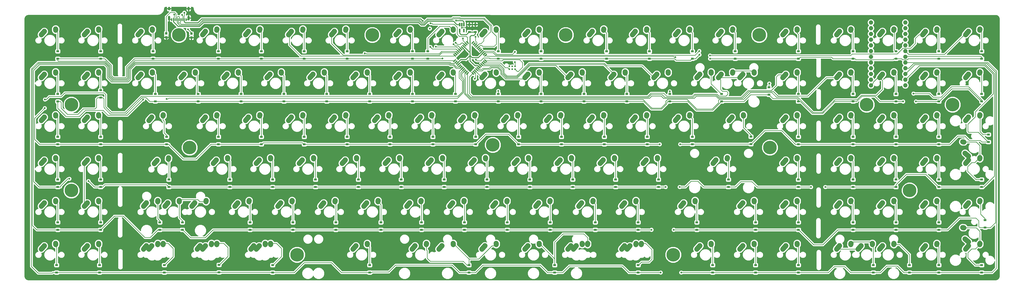
<source format=gbl>
G04 #@! TF.GenerationSoftware,KiCad,Pcbnew,(5.0.0-rc2-dev-733-g23a9fcd91)*
G04 #@! TF.CreationDate,2018-06-11T13:16:22-04:00*
G04 #@! TF.ProjectId,100plus-2,313030706C75732D322E6B696361645F,rev?*
G04 #@! TF.SameCoordinates,Original*
G04 #@! TF.FileFunction,Copper,L2,Bot,Signal*
G04 #@! TF.FilePolarity,Positive*
%FSLAX45Y45*%
G04 Gerber Fmt 4.5, Leading zero omitted, Abs format (unit mm)*
G04 Created by KiCad (PCBNEW (5.0.0-rc2-dev-733-g23a9fcd91)) date 06/11/18 13:16:22*
%MOMM*%
%LPD*%
G01*
G04 APERTURE LIST*
%ADD10C,2.250000*%
%ADD11C,2.250000*%
%ADD12R,1.000000X0.995000*%
%ADD13R,1.200000X0.900000*%
%ADD14R,0.300000X1.150000*%
%ADD15R,0.600000X1.150000*%
%ADD16O,1.000000X2.100000*%
%ADD17O,1.000000X1.600000*%
%ADD18C,0.784860*%
%ADD19R,0.650000X1.560000*%
%ADD20C,0.550000*%
%ADD21C,0.100000*%
%ADD22C,1.000000*%
%ADD23C,6.000000*%
%ADD24C,1.879600*%
%ADD25C,0.800000*%
%ADD26C,0.250000*%
%ADD27C,0.400000*%
%ADD28C,0.254000*%
G04 APERTURE END LIST*
D10*
X15253875Y-16189750D03*
D11*
X15251875Y-16218750D02*
X15255875Y-16160750D01*
D10*
X15255875Y-16160750D03*
X14686375Y-16341750D03*
D11*
X14620875Y-16414750D02*
X14751875Y-16268750D01*
D10*
X14751875Y-16268750D03*
D12*
X12701000Y-8927750D03*
X12701000Y-8750250D03*
D10*
X25705625Y-8648750D03*
X25640125Y-8721750D03*
D11*
X25574625Y-8794750D02*
X25705625Y-8648750D01*
D10*
X26209625Y-8540750D03*
X26207625Y-8569750D03*
D11*
X26205625Y-8598750D02*
X26209625Y-8540750D01*
D10*
X10967625Y-8569750D03*
D11*
X10965625Y-8598750D02*
X10969625Y-8540750D01*
D10*
X10969625Y-8540750D03*
X10400125Y-8721750D03*
D11*
X10334625Y-8794750D02*
X10465625Y-8648750D01*
D10*
X10465625Y-8648750D03*
X39542625Y-10474750D03*
D11*
X39540625Y-10503750D02*
X39544625Y-10445750D01*
D10*
X39544625Y-10445750D03*
X38975125Y-10626750D03*
D11*
X38909625Y-10699750D02*
X39040625Y-10553750D01*
D10*
X39040625Y-10553750D03*
X29515625Y-10553750D03*
X29450125Y-10626750D03*
D11*
X29384625Y-10699750D02*
X29515625Y-10553750D01*
D10*
X30019625Y-10445750D03*
X30017625Y-10474750D03*
D11*
X30015625Y-10503750D02*
X30019625Y-10445750D01*
D10*
X26207625Y-10474750D03*
D11*
X26205625Y-10503750D02*
X26209625Y-10445750D01*
D10*
X26209625Y-10445750D03*
X25640125Y-10626750D03*
D11*
X25574625Y-10699750D02*
X25705625Y-10553750D01*
D10*
X25705625Y-10553750D03*
X11443875Y-12379750D03*
D11*
X11441875Y-12408750D02*
X11445875Y-12350750D01*
D10*
X11445875Y-12350750D03*
X10876375Y-12531750D03*
D11*
X10810875Y-12604750D02*
X10941875Y-12458750D01*
D10*
X10941875Y-12458750D03*
D12*
X11587000Y-8735000D03*
X11587000Y-8912500D03*
D10*
X8586375Y-14284750D03*
D11*
X8584375Y-14313750D02*
X8588375Y-14255750D01*
D10*
X8588375Y-14255750D03*
X8018875Y-14436750D03*
D11*
X7953375Y-14509750D02*
X8084375Y-14363750D01*
D10*
X8084375Y-14363750D03*
D13*
X11700000Y-15235000D03*
X11700000Y-15565000D03*
D10*
X11682000Y-14300625D03*
D11*
X11680000Y-14329625D02*
X11684000Y-14271625D01*
D10*
X11684000Y-14271625D03*
X11114500Y-14452625D03*
D11*
X11049000Y-14525625D02*
X11180000Y-14379625D01*
D10*
X11180000Y-14379625D03*
X35945000Y-14363750D03*
X35879500Y-14436750D03*
D11*
X35814000Y-14509750D02*
X35945000Y-14363750D01*
D10*
X36449000Y-14255750D03*
X36447000Y-14284750D03*
D11*
X36445000Y-14313750D02*
X36449000Y-14255750D01*
D13*
X32900000Y-13335000D03*
X32900000Y-13665000D03*
X25018000Y-8347000D03*
X25018000Y-8677000D03*
X25282000Y-8346000D03*
X25282000Y-8676000D03*
X6776250Y-9865000D03*
X6776250Y-9535000D03*
X8676250Y-9535000D03*
X8676250Y-9865000D03*
X11000000Y-9865000D03*
X11000000Y-9535000D03*
X13900000Y-9535000D03*
X13900000Y-9865000D03*
X15800000Y-9865000D03*
X15800000Y-9535000D03*
X17700000Y-9535000D03*
X17700000Y-9865000D03*
X19600000Y-9865000D03*
X19600000Y-9535000D03*
X22500000Y-9535000D03*
X22500000Y-9865000D03*
X23173000Y-9862000D03*
X23173000Y-9532000D03*
X26300000Y-9865000D03*
X26300000Y-9535000D03*
X28200000Y-9865000D03*
X28200000Y-9535000D03*
X31100000Y-9535000D03*
X31100000Y-9865000D03*
X33000000Y-9865000D03*
X33000000Y-9535000D03*
X34900000Y-9535000D03*
X34900000Y-9865000D03*
X36800000Y-9865000D03*
X36800000Y-9535000D03*
X39600000Y-9535000D03*
X39600000Y-9865000D03*
X42023750Y-9865000D03*
X42023750Y-9535000D03*
X43923750Y-9535000D03*
X43923750Y-9865000D03*
X45823750Y-9865000D03*
X45823750Y-9535000D03*
X47723750Y-9535000D03*
X47723750Y-9865000D03*
X6776250Y-11765000D03*
X6776250Y-11435000D03*
X8676250Y-11265000D03*
X8676250Y-11595000D03*
X11100000Y-11765000D03*
X11100000Y-11435000D03*
X13000000Y-11435000D03*
X13000000Y-11765000D03*
X14900000Y-11765000D03*
X14900000Y-11435000D03*
X16800000Y-11435000D03*
X16800000Y-11765000D03*
X18700000Y-11765000D03*
X18700000Y-11435000D03*
X20600000Y-11435000D03*
X20600000Y-11765000D03*
X22500000Y-11765000D03*
X22500000Y-11435000D03*
X24400000Y-11435000D03*
X24400000Y-11765000D03*
X26300000Y-11435000D03*
X26300000Y-11765000D03*
X28200000Y-11435000D03*
X28200000Y-11765000D03*
X30100000Y-11765000D03*
X30100000Y-11435000D03*
X32000000Y-11435000D03*
X32000000Y-11765000D03*
X33900000Y-11765000D03*
X33900000Y-11435000D03*
X36200000Y-11435000D03*
X36200000Y-11765000D03*
X38300000Y-11465000D03*
X38300000Y-11135000D03*
X39600000Y-11435000D03*
X39600000Y-11765000D03*
X42023750Y-11765000D03*
X42023750Y-11435000D03*
X43923750Y-11435000D03*
X43923750Y-11765000D03*
X45823750Y-11435000D03*
X45823750Y-11765000D03*
X47723750Y-11435000D03*
X47723750Y-11765000D03*
X6776250Y-13665000D03*
X6776250Y-13335000D03*
X8676250Y-13335000D03*
X8676250Y-13665000D03*
X11600000Y-13665000D03*
X11600000Y-13335000D03*
X13900000Y-13335000D03*
X13900000Y-13665000D03*
X15800000Y-13665000D03*
X15800000Y-13335000D03*
X17700000Y-13335000D03*
X17700000Y-13665000D03*
X19600000Y-13665000D03*
X19600000Y-13335000D03*
X21500000Y-13335000D03*
X21500000Y-13665000D03*
X23400000Y-13665000D03*
X23400000Y-13335000D03*
X25300000Y-13335000D03*
X25300000Y-13665000D03*
X27200000Y-13665000D03*
X27200000Y-13335000D03*
X29100000Y-13335000D03*
X29100000Y-13665000D03*
X31000000Y-13665000D03*
X31000000Y-13335000D03*
X34900000Y-13665000D03*
X34900000Y-13335000D03*
X37497000Y-13326000D03*
X37497000Y-13656000D03*
X39600000Y-13665000D03*
X39600000Y-13335000D03*
X42023750Y-13335000D03*
X42023750Y-13665000D03*
X43923750Y-13665000D03*
X43923750Y-13335000D03*
X45823750Y-13335000D03*
X45823750Y-13665000D03*
X48023750Y-13565000D03*
X48023750Y-13235000D03*
X6776250Y-15235000D03*
X6776250Y-15565000D03*
X8676250Y-15565000D03*
X8676250Y-15235000D03*
X14400000Y-15565000D03*
X14400000Y-15235000D03*
X16300000Y-15235000D03*
X16300000Y-15565000D03*
X18200000Y-15565000D03*
X18200000Y-15235000D03*
X20100000Y-15235000D03*
X20100000Y-15565000D03*
X22000000Y-15565000D03*
X22000000Y-15235000D03*
X23900000Y-15235000D03*
X23900000Y-15565000D03*
X25800000Y-15565000D03*
X25800000Y-15235000D03*
X27700000Y-15565000D03*
X27700000Y-15235000D03*
X29600000Y-15565000D03*
X29600000Y-15235000D03*
X31500000Y-15235000D03*
X31500000Y-15565000D03*
X33400000Y-15565000D03*
X33400000Y-15235000D03*
X36500000Y-15235000D03*
X36500000Y-15565000D03*
X39600000Y-15565000D03*
X39600000Y-15235000D03*
X42023750Y-15235000D03*
X42023750Y-15565000D03*
X43923750Y-15565000D03*
X43923750Y-15235000D03*
X45823750Y-15235000D03*
X45823750Y-15565000D03*
X47723750Y-15565000D03*
X47723750Y-15235000D03*
X6776250Y-17465000D03*
X6776250Y-17135000D03*
X8676250Y-17465000D03*
X8676250Y-17135000D03*
X11300000Y-17465000D03*
X11300000Y-17135000D03*
X12300000Y-17135000D03*
X12300000Y-17465000D03*
X15300000Y-17465000D03*
X15300000Y-17135000D03*
X17200000Y-17135000D03*
X17200000Y-17465000D03*
X19100000Y-17135000D03*
X19100000Y-17465000D03*
X21100000Y-17465000D03*
X21100000Y-17135000D03*
X22900000Y-17135000D03*
X22900000Y-17465000D03*
X24800000Y-17135000D03*
X24800000Y-17465000D03*
X26700000Y-17135000D03*
X26700000Y-17465000D03*
X28600000Y-17135000D03*
X28600000Y-17465000D03*
X30600000Y-17135000D03*
X30600000Y-17465000D03*
X32500000Y-17135000D03*
X32500000Y-17465000D03*
X35100000Y-17465000D03*
X35100000Y-17135000D03*
X37700000Y-17465000D03*
X37700000Y-17135000D03*
X39600000Y-17135000D03*
X39600000Y-17465000D03*
X42023750Y-17135000D03*
X42023750Y-17465000D03*
X43923750Y-17135000D03*
X43923750Y-17465000D03*
X45823750Y-17135000D03*
X45823750Y-17465000D03*
X47873750Y-17365000D03*
X47873750Y-17035000D03*
X6726250Y-19365000D03*
X6726250Y-19035000D03*
X8626250Y-19365000D03*
X8626250Y-19035000D03*
X11500000Y-19035000D03*
X11500000Y-19365000D03*
X16300000Y-19035000D03*
X16300000Y-19365000D03*
X20600000Y-19365000D03*
X20600000Y-19035000D03*
X25000000Y-19365000D03*
X25000000Y-19035000D03*
X28800000Y-19365000D03*
X28800000Y-19035000D03*
X32500000Y-19035000D03*
X32500000Y-19365000D03*
X35800000Y-19365000D03*
X35800000Y-19035000D03*
X37700000Y-19365000D03*
X37700000Y-19035000D03*
X39600000Y-19365000D03*
X39600000Y-19035000D03*
X42923750Y-19365000D03*
X42923750Y-19035000D03*
X44523750Y-19365000D03*
X44523750Y-19035000D03*
X45823750Y-19035000D03*
X45823750Y-19365000D03*
X47723750Y-19365000D03*
X47723750Y-19035000D03*
D14*
X12119375Y-8126375D03*
D15*
X12464375Y-8126375D03*
X12384375Y-8126375D03*
X11904375Y-8126375D03*
D16*
X11712375Y-8059875D03*
X12576375Y-8059875D03*
D17*
X11712375Y-7641875D03*
X12576375Y-7641875D03*
D15*
X11824375Y-8126375D03*
D14*
X12169375Y-8126375D03*
X12219375Y-8126375D03*
X12269375Y-8126375D03*
X12319375Y-8126375D03*
X12069375Y-8126375D03*
X12019375Y-8126375D03*
X11969375Y-8126375D03*
D10*
X6179375Y-8648750D03*
X6113875Y-8721750D03*
D11*
X6048375Y-8794750D02*
X6179375Y-8648750D01*
D10*
X6683375Y-8540750D03*
X6681375Y-8569750D03*
D11*
X6679375Y-8598750D02*
X6683375Y-8540750D01*
D10*
X8084375Y-8648750D03*
X8018875Y-8721750D03*
D11*
X7953375Y-8794750D02*
X8084375Y-8648750D01*
D10*
X8588375Y-8540750D03*
X8586375Y-8569750D03*
D11*
X8584375Y-8598750D02*
X8588375Y-8540750D01*
D10*
X13323125Y-8648750D03*
X13257625Y-8721750D03*
D11*
X13192125Y-8794750D02*
X13323125Y-8648750D01*
D10*
X13827125Y-8540750D03*
X13825125Y-8569750D03*
D11*
X13823125Y-8598750D02*
X13827125Y-8540750D01*
D10*
X15228125Y-8648750D03*
X15162625Y-8721750D03*
D11*
X15097125Y-8794750D02*
X15228125Y-8648750D01*
D10*
X15732125Y-8540750D03*
X15730125Y-8569750D03*
D11*
X15728125Y-8598750D02*
X15732125Y-8540750D01*
D10*
X17635125Y-8569750D03*
D11*
X17633125Y-8598750D02*
X17637125Y-8540750D01*
D10*
X17637125Y-8540750D03*
X17067625Y-8721750D03*
D11*
X17002125Y-8794750D02*
X17133125Y-8648750D01*
D10*
X17133125Y-8648750D03*
X19540125Y-8569750D03*
D11*
X19538125Y-8598750D02*
X19542125Y-8540750D01*
D10*
X19542125Y-8540750D03*
X18972625Y-8721750D03*
D11*
X18907125Y-8794750D02*
X19038125Y-8648750D01*
D10*
X19038125Y-8648750D03*
X21895625Y-8648750D03*
X21830125Y-8721750D03*
D11*
X21764625Y-8794750D02*
X21895625Y-8648750D01*
D10*
X22399625Y-8540750D03*
X22397625Y-8569750D03*
D11*
X22395625Y-8598750D02*
X22399625Y-8540750D01*
D10*
X24302625Y-8569750D03*
D11*
X24300625Y-8598750D02*
X24304625Y-8540750D01*
D10*
X24304625Y-8540750D03*
X23735125Y-8721750D03*
D11*
X23669625Y-8794750D02*
X23800625Y-8648750D01*
D10*
X23800625Y-8648750D03*
X27610625Y-8648750D03*
X27545125Y-8721750D03*
D11*
X27479625Y-8794750D02*
X27610625Y-8648750D01*
D10*
X28114625Y-8540750D03*
X28112625Y-8569750D03*
D11*
X28110625Y-8598750D02*
X28114625Y-8540750D01*
D10*
X30970125Y-8569750D03*
D11*
X30968125Y-8598750D02*
X30972125Y-8540750D01*
D10*
X30972125Y-8540750D03*
X30402625Y-8721750D03*
D11*
X30337125Y-8794750D02*
X30468125Y-8648750D01*
D10*
X30468125Y-8648750D03*
X32373125Y-8648750D03*
X32307625Y-8721750D03*
D11*
X32242125Y-8794750D02*
X32373125Y-8648750D01*
D10*
X32877125Y-8540750D03*
X32875125Y-8569750D03*
D11*
X32873125Y-8598750D02*
X32877125Y-8540750D01*
D10*
X34780125Y-8569750D03*
D11*
X34778125Y-8598750D02*
X34782125Y-8540750D01*
D10*
X34782125Y-8540750D03*
X34212625Y-8721750D03*
D11*
X34147125Y-8794750D02*
X34278125Y-8648750D01*
D10*
X34278125Y-8648750D03*
X36685125Y-8569750D03*
D11*
X36683125Y-8598750D02*
X36687125Y-8540750D01*
D10*
X36687125Y-8540750D03*
X36117625Y-8721750D03*
D11*
X36052125Y-8794750D02*
X36183125Y-8648750D01*
D10*
X36183125Y-8648750D03*
X39040625Y-8648750D03*
X38975125Y-8721750D03*
D11*
X38909625Y-8794750D02*
X39040625Y-8648750D01*
D10*
X39544625Y-8540750D03*
X39542625Y-8569750D03*
D11*
X39540625Y-8598750D02*
X39544625Y-8540750D01*
D10*
X41421875Y-8648750D03*
X41356375Y-8721750D03*
D11*
X41290875Y-8794750D02*
X41421875Y-8648750D01*
D10*
X41925875Y-8540750D03*
X41923875Y-8569750D03*
D11*
X41921875Y-8598750D02*
X41925875Y-8540750D01*
D10*
X43326875Y-8648750D03*
X43261375Y-8721750D03*
D11*
X43195875Y-8794750D02*
X43326875Y-8648750D01*
D10*
X43830875Y-8540750D03*
X43828875Y-8569750D03*
D11*
X43826875Y-8598750D02*
X43830875Y-8540750D01*
D10*
X45733875Y-8569750D03*
D11*
X45731875Y-8598750D02*
X45735875Y-8540750D01*
D10*
X45735875Y-8540750D03*
X45166375Y-8721750D03*
D11*
X45100875Y-8794750D02*
X45231875Y-8648750D01*
D10*
X45231875Y-8648750D03*
X47638875Y-8569750D03*
D11*
X47636875Y-8598750D02*
X47640875Y-8540750D01*
D10*
X47640875Y-8540750D03*
X47071375Y-8721750D03*
D11*
X47005875Y-8794750D02*
X47136875Y-8648750D01*
D10*
X47136875Y-8648750D03*
X6681375Y-10474750D03*
D11*
X6679375Y-10503750D02*
X6683375Y-10445750D01*
D10*
X6683375Y-10445750D03*
X6113875Y-10626750D03*
D11*
X6048375Y-10699750D02*
X6179375Y-10553750D01*
D10*
X6179375Y-10553750D03*
X8084375Y-10553750D03*
X8018875Y-10626750D03*
D11*
X7953375Y-10699750D02*
X8084375Y-10553750D01*
D10*
X8588375Y-10445750D03*
X8586375Y-10474750D03*
D11*
X8584375Y-10503750D02*
X8588375Y-10445750D01*
D10*
X10967625Y-10474750D03*
D11*
X10965625Y-10503750D02*
X10969625Y-10445750D01*
D10*
X10969625Y-10445750D03*
X10400125Y-10626750D03*
D11*
X10334625Y-10699750D02*
X10465625Y-10553750D01*
D10*
X10465625Y-10553750D03*
X12370625Y-10553750D03*
X12305125Y-10626750D03*
D11*
X12239625Y-10699750D02*
X12370625Y-10553750D01*
D10*
X12874625Y-10445750D03*
X12872625Y-10474750D03*
D11*
X12870625Y-10503750D02*
X12874625Y-10445750D01*
D10*
X14275625Y-10553750D03*
X14210125Y-10626750D03*
D11*
X14144625Y-10699750D02*
X14275625Y-10553750D01*
D10*
X14779625Y-10445750D03*
X14777625Y-10474750D03*
D11*
X14775625Y-10503750D02*
X14779625Y-10445750D01*
D10*
X16682625Y-10474750D03*
D11*
X16680625Y-10503750D02*
X16684625Y-10445750D01*
D10*
X16684625Y-10445750D03*
X16115125Y-10626750D03*
D11*
X16049625Y-10699750D02*
X16180625Y-10553750D01*
D10*
X16180625Y-10553750D03*
X18587625Y-10474750D03*
D11*
X18585625Y-10503750D02*
X18589625Y-10445750D01*
D10*
X18589625Y-10445750D03*
X18020125Y-10626750D03*
D11*
X17954625Y-10699750D02*
X18085625Y-10553750D01*
D10*
X18085625Y-10553750D03*
X19990625Y-10553750D03*
X19925125Y-10626750D03*
D11*
X19859625Y-10699750D02*
X19990625Y-10553750D01*
D10*
X20494625Y-10445750D03*
X20492625Y-10474750D03*
D11*
X20490625Y-10503750D02*
X20494625Y-10445750D01*
D10*
X22397625Y-10474750D03*
D11*
X22395625Y-10503750D02*
X22399625Y-10445750D01*
D10*
X22399625Y-10445750D03*
X21830125Y-10626750D03*
D11*
X21764625Y-10699750D02*
X21895625Y-10553750D01*
D10*
X21895625Y-10553750D03*
X23800625Y-10553750D03*
X23735125Y-10626750D03*
D11*
X23669625Y-10699750D02*
X23800625Y-10553750D01*
D10*
X24304625Y-10445750D03*
X24302625Y-10474750D03*
D11*
X24300625Y-10503750D02*
X24304625Y-10445750D01*
D10*
X28112625Y-10474750D03*
D11*
X28110625Y-10503750D02*
X28114625Y-10445750D01*
D10*
X28114625Y-10445750D03*
X27545125Y-10626750D03*
D11*
X27479625Y-10699750D02*
X27610625Y-10553750D01*
D10*
X27610625Y-10553750D03*
X31922625Y-10474750D03*
D11*
X31920625Y-10503750D02*
X31924625Y-10445750D01*
D10*
X31924625Y-10445750D03*
X31355125Y-10626750D03*
D11*
X31289625Y-10699750D02*
X31420625Y-10553750D01*
D10*
X31420625Y-10553750D03*
X33325625Y-10553750D03*
X33260125Y-10626750D03*
D11*
X33194625Y-10699750D02*
X33325625Y-10553750D01*
D10*
X33829625Y-10445750D03*
X33827625Y-10474750D03*
D11*
X33825625Y-10503750D02*
X33829625Y-10445750D01*
D10*
X35230625Y-10553750D03*
X35165125Y-10626750D03*
D11*
X35099625Y-10699750D02*
X35230625Y-10553750D01*
D10*
X35734625Y-10445750D03*
X35732625Y-10474750D03*
D11*
X35730625Y-10503750D02*
X35734625Y-10445750D01*
D10*
X37135625Y-10553750D03*
X37070125Y-10626750D03*
D11*
X37004625Y-10699750D02*
X37135625Y-10553750D01*
D10*
X37639625Y-10445750D03*
X37637625Y-10474750D03*
D11*
X37635625Y-10503750D02*
X37639625Y-10445750D01*
D10*
X41923875Y-10474750D03*
D11*
X41921875Y-10503750D02*
X41925875Y-10445750D01*
D10*
X41925875Y-10445750D03*
X41356375Y-10626750D03*
D11*
X41290875Y-10699750D02*
X41421875Y-10553750D01*
D10*
X41421875Y-10553750D03*
X43326875Y-10553750D03*
X43261375Y-10626750D03*
D11*
X43195875Y-10699750D02*
X43326875Y-10553750D01*
D10*
X43830875Y-10445750D03*
X43828875Y-10474750D03*
D11*
X43826875Y-10503750D02*
X43830875Y-10445750D01*
D10*
X45231875Y-10553750D03*
X45166375Y-10626750D03*
D11*
X45100875Y-10699750D02*
X45231875Y-10553750D01*
D10*
X45735875Y-10445750D03*
X45733875Y-10474750D03*
D11*
X45731875Y-10503750D02*
X45735875Y-10445750D01*
D10*
X47136875Y-10553750D03*
X47071375Y-10626750D03*
D11*
X47005875Y-10699750D02*
X47136875Y-10553750D01*
D10*
X47640875Y-10445750D03*
X47638875Y-10474750D03*
D11*
X47636875Y-10503750D02*
X47640875Y-10445750D01*
D10*
X6681375Y-12379750D03*
D11*
X6679375Y-12408750D02*
X6683375Y-12350750D01*
D10*
X6683375Y-12350750D03*
X6113875Y-12531750D03*
D11*
X6048375Y-12604750D02*
X6179375Y-12458750D01*
D10*
X6179375Y-12458750D03*
X8084375Y-12458750D03*
X8018875Y-12531750D03*
D11*
X7953375Y-12604750D02*
X8084375Y-12458750D01*
D10*
X8588375Y-12350750D03*
X8586375Y-12379750D03*
D11*
X8584375Y-12408750D02*
X8588375Y-12350750D01*
D10*
X13323125Y-12458750D03*
X13257625Y-12531750D03*
D11*
X13192125Y-12604750D02*
X13323125Y-12458750D01*
D10*
X13827125Y-12350750D03*
X13825125Y-12379750D03*
D11*
X13823125Y-12408750D02*
X13827125Y-12350750D01*
D10*
X15228125Y-12458750D03*
X15162625Y-12531750D03*
D11*
X15097125Y-12604750D02*
X15228125Y-12458750D01*
D10*
X15732125Y-12350750D03*
X15730125Y-12379750D03*
D11*
X15728125Y-12408750D02*
X15732125Y-12350750D01*
D10*
X17635125Y-12379750D03*
D11*
X17633125Y-12408750D02*
X17637125Y-12350750D01*
D10*
X17637125Y-12350750D03*
X17067625Y-12531750D03*
D11*
X17002125Y-12604750D02*
X17133125Y-12458750D01*
D10*
X17133125Y-12458750D03*
X19540125Y-12379750D03*
D11*
X19538125Y-12408750D02*
X19542125Y-12350750D01*
D10*
X19542125Y-12350750D03*
X18972625Y-12531750D03*
D11*
X18907125Y-12604750D02*
X19038125Y-12458750D01*
D10*
X19038125Y-12458750D03*
X20943125Y-12458750D03*
X20877625Y-12531750D03*
D11*
X20812125Y-12604750D02*
X20943125Y-12458750D01*
D10*
X21447125Y-12350750D03*
X21445125Y-12379750D03*
D11*
X21443125Y-12408750D02*
X21447125Y-12350750D01*
D10*
X22848125Y-12458750D03*
X22782625Y-12531750D03*
D11*
X22717125Y-12604750D02*
X22848125Y-12458750D01*
D10*
X23352125Y-12350750D03*
X23350125Y-12379750D03*
D11*
X23348125Y-12408750D02*
X23352125Y-12350750D01*
D10*
X24753125Y-12458750D03*
X24687625Y-12531750D03*
D11*
X24622125Y-12604750D02*
X24753125Y-12458750D01*
D10*
X25257125Y-12350750D03*
X25255125Y-12379750D03*
D11*
X25253125Y-12408750D02*
X25257125Y-12350750D01*
D10*
X27160125Y-12379750D03*
D11*
X27158125Y-12408750D02*
X27162125Y-12350750D01*
D10*
X27162125Y-12350750D03*
X26592625Y-12531750D03*
D11*
X26527125Y-12604750D02*
X26658125Y-12458750D01*
D10*
X26658125Y-12458750D03*
X29065125Y-12379750D03*
D11*
X29063125Y-12408750D02*
X29067125Y-12350750D01*
D10*
X29067125Y-12350750D03*
X28497625Y-12531750D03*
D11*
X28432125Y-12604750D02*
X28563125Y-12458750D01*
D10*
X28563125Y-12458750D03*
X30468125Y-12458750D03*
X30402625Y-12531750D03*
D11*
X30337125Y-12604750D02*
X30468125Y-12458750D01*
D10*
X30972125Y-12350750D03*
X30970125Y-12379750D03*
D11*
X30968125Y-12408750D02*
X30972125Y-12350750D01*
D10*
X32373125Y-12458750D03*
X32307625Y-12531750D03*
D11*
X32242125Y-12604750D02*
X32373125Y-12458750D01*
D10*
X32877125Y-12350750D03*
X32875125Y-12379750D03*
D11*
X32873125Y-12408750D02*
X32877125Y-12350750D01*
D10*
X34780125Y-12379750D03*
D11*
X34778125Y-12408750D02*
X34782125Y-12350750D01*
D10*
X34782125Y-12350750D03*
X34212625Y-12531750D03*
D11*
X34147125Y-12604750D02*
X34278125Y-12458750D01*
D10*
X34278125Y-12458750D03*
X37161375Y-12379750D03*
D11*
X37159375Y-12408750D02*
X37163375Y-12350750D01*
D10*
X37163375Y-12350750D03*
X36593875Y-12531750D03*
D11*
X36528375Y-12604750D02*
X36659375Y-12458750D01*
D10*
X36659375Y-12458750D03*
X39542625Y-12379750D03*
D11*
X39540625Y-12408750D02*
X39544625Y-12350750D01*
D10*
X39544625Y-12350750D03*
X38975125Y-12531750D03*
D11*
X38909625Y-12604750D02*
X39040625Y-12458750D01*
D10*
X39040625Y-12458750D03*
X41421875Y-12458750D03*
X41356375Y-12531750D03*
D11*
X41290875Y-12604750D02*
X41421875Y-12458750D01*
D10*
X41925875Y-12350750D03*
X41923875Y-12379750D03*
D11*
X41921875Y-12408750D02*
X41925875Y-12350750D01*
D10*
X43326875Y-12458750D03*
X43261375Y-12531750D03*
D11*
X43195875Y-12604750D02*
X43326875Y-12458750D01*
D10*
X43830875Y-12350750D03*
X43828875Y-12379750D03*
D11*
X43826875Y-12408750D02*
X43830875Y-12350750D01*
D10*
X45733875Y-12379750D03*
D11*
X45731875Y-12408750D02*
X45735875Y-12350750D01*
D10*
X45735875Y-12350750D03*
X45166375Y-12531750D03*
D11*
X45100875Y-12604750D02*
X45231875Y-12458750D01*
D10*
X45231875Y-12458750D03*
X47136875Y-12458750D03*
X47071375Y-12531750D03*
D11*
X47005875Y-12604750D02*
X47136875Y-12458750D01*
D10*
X47640875Y-12350750D03*
X47638875Y-12379750D03*
D11*
X47636875Y-12408750D02*
X47640875Y-12350750D01*
D10*
X46986875Y-14061250D03*
X47059875Y-14126750D03*
D11*
X47132875Y-14192250D02*
X46986875Y-14061250D01*
D10*
X46878875Y-13557250D03*
X46907875Y-13559250D03*
D11*
X46936875Y-13561250D02*
X46878875Y-13557250D01*
D10*
X6179375Y-14363750D03*
X6113875Y-14436750D03*
D11*
X6048375Y-14509750D02*
X6179375Y-14363750D01*
D10*
X6683375Y-14255750D03*
X6681375Y-14284750D03*
D11*
X6679375Y-14313750D02*
X6683375Y-14255750D01*
D10*
X14301375Y-14284750D03*
D11*
X14299375Y-14313750D02*
X14303375Y-14255750D01*
D10*
X14303375Y-14255750D03*
X13733875Y-14436750D03*
D11*
X13668375Y-14509750D02*
X13799375Y-14363750D01*
D10*
X13799375Y-14363750D03*
X15704375Y-14363750D03*
X15638875Y-14436750D03*
D11*
X15573375Y-14509750D02*
X15704375Y-14363750D01*
D10*
X16208375Y-14255750D03*
X16206375Y-14284750D03*
D11*
X16204375Y-14313750D02*
X16208375Y-14255750D01*
D10*
X17609375Y-14363750D03*
X17543875Y-14436750D03*
D11*
X17478375Y-14509750D02*
X17609375Y-14363750D01*
D10*
X18113375Y-14255750D03*
X18111375Y-14284750D03*
D11*
X18109375Y-14313750D02*
X18113375Y-14255750D01*
D10*
X20016375Y-14284750D03*
D11*
X20014375Y-14313750D02*
X20018375Y-14255750D01*
D10*
X20018375Y-14255750D03*
X19448875Y-14436750D03*
D11*
X19383375Y-14509750D02*
X19514375Y-14363750D01*
D10*
X19514375Y-14363750D03*
X21419375Y-14363750D03*
X21353875Y-14436750D03*
D11*
X21288375Y-14509750D02*
X21419375Y-14363750D01*
D10*
X21923375Y-14255750D03*
X21921375Y-14284750D03*
D11*
X21919375Y-14313750D02*
X21923375Y-14255750D01*
D10*
X23324375Y-14363750D03*
X23258875Y-14436750D03*
D11*
X23193375Y-14509750D02*
X23324375Y-14363750D01*
D10*
X23828375Y-14255750D03*
X23826375Y-14284750D03*
D11*
X23824375Y-14313750D02*
X23828375Y-14255750D01*
D10*
X25229375Y-14363750D03*
X25163875Y-14436750D03*
D11*
X25098375Y-14509750D02*
X25229375Y-14363750D01*
D10*
X25733375Y-14255750D03*
X25731375Y-14284750D03*
D11*
X25729375Y-14313750D02*
X25733375Y-14255750D01*
D10*
X27636375Y-14284750D03*
D11*
X27634375Y-14313750D02*
X27638375Y-14255750D01*
D10*
X27638375Y-14255750D03*
X27068875Y-14436750D03*
D11*
X27003375Y-14509750D02*
X27134375Y-14363750D01*
D10*
X27134375Y-14363750D03*
X29541375Y-14284750D03*
D11*
X29539375Y-14313750D02*
X29543375Y-14255750D01*
D10*
X29543375Y-14255750D03*
X28973875Y-14436750D03*
D11*
X28908375Y-14509750D02*
X29039375Y-14363750D01*
D10*
X29039375Y-14363750D03*
X30944375Y-14363750D03*
X30878875Y-14436750D03*
D11*
X30813375Y-14509750D02*
X30944375Y-14363750D01*
D10*
X31448375Y-14255750D03*
X31446375Y-14284750D03*
D11*
X31444375Y-14313750D02*
X31448375Y-14255750D01*
D10*
X33351375Y-14284750D03*
D11*
X33349375Y-14313750D02*
X33353375Y-14255750D01*
D10*
X33353375Y-14255750D03*
X32783875Y-14436750D03*
D11*
X32718375Y-14509750D02*
X32849375Y-14363750D01*
D10*
X32849375Y-14363750D03*
X39040625Y-14363750D03*
X38975125Y-14436750D03*
D11*
X38909625Y-14509750D02*
X39040625Y-14363750D01*
D10*
X39544625Y-14255750D03*
X39542625Y-14284750D03*
D11*
X39540625Y-14313750D02*
X39544625Y-14255750D01*
D10*
X41923875Y-14284750D03*
D11*
X41921875Y-14313750D02*
X41925875Y-14255750D01*
D10*
X41925875Y-14255750D03*
X41356375Y-14436750D03*
D11*
X41290875Y-14509750D02*
X41421875Y-14363750D01*
D10*
X41421875Y-14363750D03*
X43326875Y-14363750D03*
X43261375Y-14436750D03*
D11*
X43195875Y-14509750D02*
X43326875Y-14363750D01*
D10*
X43830875Y-14255750D03*
X43828875Y-14284750D03*
D11*
X43826875Y-14313750D02*
X43830875Y-14255750D01*
D10*
X45733875Y-14284750D03*
D11*
X45731875Y-14313750D02*
X45735875Y-14255750D01*
D10*
X45735875Y-14255750D03*
X45166375Y-14436750D03*
D11*
X45100875Y-14509750D02*
X45231875Y-14363750D01*
D10*
X45231875Y-14363750D03*
X47136875Y-14363750D03*
X47071375Y-14436750D03*
D11*
X47005875Y-14509750D02*
X47136875Y-14363750D01*
D10*
X47640875Y-14255750D03*
X47638875Y-14284750D03*
D11*
X47636875Y-14313750D02*
X47640875Y-14255750D01*
D10*
X6681375Y-16189750D03*
D11*
X6679375Y-16218750D02*
X6683375Y-16160750D01*
D10*
X6683375Y-16160750D03*
X6113875Y-16341750D03*
D11*
X6048375Y-16414750D02*
X6179375Y-16268750D01*
D10*
X6179375Y-16268750D03*
X8084375Y-16268750D03*
X8018875Y-16341750D03*
D11*
X7953375Y-16414750D02*
X8084375Y-16268750D01*
D10*
X8588375Y-16160750D03*
X8586375Y-16189750D03*
D11*
X8584375Y-16218750D02*
X8588375Y-16160750D01*
D10*
X11205750Y-16189750D03*
D11*
X11203750Y-16218750D02*
X11207750Y-16160750D01*
D10*
X11207750Y-16160750D03*
X10638250Y-16341750D03*
D11*
X10572750Y-16414750D02*
X10703750Y-16268750D01*
D10*
X10703750Y-16268750D03*
X12158250Y-16189750D03*
D11*
X12156250Y-16218750D02*
X12160250Y-16160750D01*
D10*
X12160250Y-16160750D03*
X11590750Y-16341750D03*
D11*
X11525250Y-16414750D02*
X11656250Y-16268750D01*
D10*
X11656250Y-16268750D03*
X17158875Y-16189750D03*
D11*
X17156875Y-16218750D02*
X17160875Y-16160750D01*
D10*
X17160875Y-16160750D03*
X16591375Y-16341750D03*
D11*
X16525875Y-16414750D02*
X16656875Y-16268750D01*
D10*
X16656875Y-16268750D03*
X18561875Y-16268750D03*
X18496375Y-16341750D03*
D11*
X18430875Y-16414750D02*
X18561875Y-16268750D01*
D10*
X19065875Y-16160750D03*
X19063875Y-16189750D03*
D11*
X19061875Y-16218750D02*
X19065875Y-16160750D01*
D10*
X20968875Y-16189750D03*
D11*
X20966875Y-16218750D02*
X20970875Y-16160750D01*
D10*
X20970875Y-16160750D03*
X20401375Y-16341750D03*
D11*
X20335875Y-16414750D02*
X20466875Y-16268750D01*
D10*
X20466875Y-16268750D03*
X22371875Y-16268750D03*
X22306375Y-16341750D03*
D11*
X22240875Y-16414750D02*
X22371875Y-16268750D01*
D10*
X22875875Y-16160750D03*
X22873875Y-16189750D03*
D11*
X22871875Y-16218750D02*
X22875875Y-16160750D01*
D10*
X24778875Y-16189750D03*
D11*
X24776875Y-16218750D02*
X24780875Y-16160750D01*
D10*
X24780875Y-16160750D03*
X24211375Y-16341750D03*
D11*
X24145875Y-16414750D02*
X24276875Y-16268750D01*
D10*
X24276875Y-16268750D03*
X26181875Y-16268750D03*
X26116375Y-16341750D03*
D11*
X26050875Y-16414750D02*
X26181875Y-16268750D01*
D10*
X26685875Y-16160750D03*
X26683875Y-16189750D03*
D11*
X26681875Y-16218750D02*
X26685875Y-16160750D01*
D10*
X28588875Y-16189750D03*
D11*
X28586875Y-16218750D02*
X28590875Y-16160750D01*
D10*
X28590875Y-16160750D03*
X28021375Y-16341750D03*
D11*
X27955875Y-16414750D02*
X28086875Y-16268750D01*
D10*
X28086875Y-16268750D03*
X29991875Y-16268750D03*
X29926375Y-16341750D03*
D11*
X29860875Y-16414750D02*
X29991875Y-16268750D01*
D10*
X30495875Y-16160750D03*
X30493875Y-16189750D03*
D11*
X30491875Y-16218750D02*
X30495875Y-16160750D01*
D10*
X31896875Y-16268750D03*
X31831375Y-16341750D03*
D11*
X31765875Y-16414750D02*
X31896875Y-16268750D01*
D10*
X32400875Y-16160750D03*
X32398875Y-16189750D03*
D11*
X32396875Y-16218750D02*
X32400875Y-16160750D01*
D10*
X35018250Y-16189750D03*
D11*
X35016250Y-16218750D02*
X35020250Y-16160750D01*
D10*
X35020250Y-16160750D03*
X34450750Y-16341750D03*
D11*
X34385250Y-16414750D02*
X34516250Y-16268750D01*
D10*
X34516250Y-16268750D03*
X37637625Y-16189750D03*
D11*
X37635625Y-16218750D02*
X37639625Y-16160750D01*
D10*
X37639625Y-16160750D03*
X37070125Y-16341750D03*
D11*
X37004625Y-16414750D02*
X37135625Y-16268750D01*
D10*
X37135625Y-16268750D03*
X39040625Y-16268750D03*
X38975125Y-16341750D03*
D11*
X38909625Y-16414750D02*
X39040625Y-16268750D01*
D10*
X39544625Y-16160750D03*
X39542625Y-16189750D03*
D11*
X39540625Y-16218750D02*
X39544625Y-16160750D01*
D10*
X41923875Y-16189750D03*
D11*
X41921875Y-16218750D02*
X41925875Y-16160750D01*
D10*
X41925875Y-16160750D03*
X41356375Y-16341750D03*
D11*
X41290875Y-16414750D02*
X41421875Y-16268750D01*
D10*
X41421875Y-16268750D03*
X43326875Y-16268750D03*
X43261375Y-16341750D03*
D11*
X43195875Y-16414750D02*
X43326875Y-16268750D01*
D10*
X43830875Y-16160750D03*
X43828875Y-16189750D03*
D11*
X43826875Y-16218750D02*
X43830875Y-16160750D01*
D10*
X45733875Y-16189750D03*
D11*
X45731875Y-16218750D02*
X45735875Y-16160750D01*
D10*
X45735875Y-16160750D03*
X45166375Y-16341750D03*
D11*
X45100875Y-16414750D02*
X45231875Y-16268750D01*
D10*
X45231875Y-16268750D03*
X47638875Y-16189750D03*
D11*
X47636875Y-16218750D02*
X47640875Y-16160750D01*
D10*
X47640875Y-16160750D03*
X47071375Y-16341750D03*
D11*
X47005875Y-16414750D02*
X47136875Y-16268750D01*
D10*
X47136875Y-16268750D03*
X13348875Y-16189750D03*
D11*
X13346875Y-16218750D02*
X13350875Y-16160750D01*
D10*
X13350875Y-16160750D03*
X12781375Y-16341750D03*
D11*
X12715875Y-16414750D02*
X12846875Y-16268750D01*
D10*
X12846875Y-16268750D03*
X46907875Y-17369250D03*
D11*
X46936875Y-17371250D02*
X46878875Y-17367250D01*
D10*
X46878875Y-17367250D03*
X47059875Y-17936750D03*
D11*
X47132875Y-18002250D02*
X46986875Y-17871250D01*
D10*
X46986875Y-17871250D03*
X24302625Y-18094750D03*
D11*
X24300625Y-18123750D02*
X24304625Y-18065750D01*
D10*
X24304625Y-18065750D03*
X23735125Y-18246750D03*
D11*
X23669625Y-18319750D02*
X23800625Y-18173750D01*
D10*
X23800625Y-18173750D03*
X6179375Y-18173750D03*
X6113875Y-18246750D03*
D11*
X6048375Y-18319750D02*
X6179375Y-18173750D01*
D10*
X6683375Y-18065750D03*
X6681375Y-18094750D03*
D11*
X6679375Y-18123750D02*
X6683375Y-18065750D01*
D10*
X8084375Y-18173750D03*
X8018875Y-18246750D03*
D11*
X7953375Y-18319750D02*
X8084375Y-18173750D01*
D10*
X8588375Y-18065750D03*
X8586375Y-18094750D03*
D11*
X8584375Y-18123750D02*
X8588375Y-18065750D01*
D10*
X11443875Y-18094750D03*
D11*
X11441875Y-18123750D02*
X11445875Y-18065750D01*
D10*
X11445875Y-18065750D03*
X10876375Y-18246750D03*
D11*
X10810875Y-18319750D02*
X10941875Y-18173750D01*
D10*
X10941875Y-18173750D03*
X15704375Y-18173750D03*
X15638875Y-18246750D03*
D11*
X15573375Y-18319750D02*
X15704375Y-18173750D01*
D10*
X16208375Y-18065750D03*
X16206375Y-18094750D03*
D11*
X16204375Y-18123750D02*
X16208375Y-18065750D01*
D10*
X20492625Y-18094750D03*
D11*
X20490625Y-18123750D02*
X20494625Y-18065750D01*
D10*
X20494625Y-18065750D03*
X19925125Y-18246750D03*
D11*
X19859625Y-18319750D02*
X19990625Y-18173750D01*
D10*
X19990625Y-18173750D03*
X26207625Y-18094750D03*
D11*
X26205625Y-18123750D02*
X26209625Y-18065750D01*
D10*
X26209625Y-18065750D03*
X25640125Y-18246750D03*
D11*
X25574625Y-18319750D02*
X25705625Y-18173750D01*
D10*
X25705625Y-18173750D03*
X30017625Y-18094750D03*
D11*
X30015625Y-18123750D02*
X30019625Y-18065750D01*
D10*
X30019625Y-18065750D03*
X29450125Y-18246750D03*
D11*
X29384625Y-18319750D02*
X29515625Y-18173750D01*
D10*
X29515625Y-18173750D03*
X32398875Y-18094750D03*
D11*
X32396875Y-18123750D02*
X32400875Y-18065750D01*
D10*
X32400875Y-18065750D03*
X31831375Y-18246750D03*
D11*
X31765875Y-18319750D02*
X31896875Y-18173750D01*
D10*
X31896875Y-18173750D03*
X35732625Y-18094750D03*
D11*
X35730625Y-18123750D02*
X35734625Y-18065750D01*
D10*
X35734625Y-18065750D03*
X35165125Y-18246750D03*
D11*
X35099625Y-18319750D02*
X35230625Y-18173750D01*
D10*
X35230625Y-18173750D03*
X37637625Y-18094750D03*
D11*
X37635625Y-18123750D02*
X37639625Y-18065750D01*
D10*
X37639625Y-18065750D03*
X37070125Y-18246750D03*
D11*
X37004625Y-18319750D02*
X37135625Y-18173750D01*
D10*
X37135625Y-18173750D03*
X39542625Y-18094750D03*
D11*
X39540625Y-18123750D02*
X39544625Y-18065750D01*
D10*
X39544625Y-18065750D03*
X38975125Y-18246750D03*
D11*
X38909625Y-18319750D02*
X39040625Y-18173750D01*
D10*
X39040625Y-18173750D03*
X41923875Y-18094750D03*
D11*
X41921875Y-18123750D02*
X41925875Y-18065750D01*
D10*
X41925875Y-18065750D03*
X41356375Y-18246750D03*
D11*
X41290875Y-18319750D02*
X41421875Y-18173750D01*
D10*
X41421875Y-18173750D03*
X43828875Y-18094750D03*
D11*
X43826875Y-18123750D02*
X43830875Y-18065750D01*
D10*
X43830875Y-18065750D03*
X43261375Y-18246750D03*
D11*
X43195875Y-18319750D02*
X43326875Y-18173750D01*
D10*
X43326875Y-18173750D03*
X45231875Y-18173750D03*
X45166375Y-18246750D03*
D11*
X45100875Y-18319750D02*
X45231875Y-18173750D01*
D10*
X45735875Y-18065750D03*
X45733875Y-18094750D03*
D11*
X45731875Y-18123750D02*
X45735875Y-18065750D01*
D10*
X47638875Y-18094750D03*
D11*
X47636875Y-18123750D02*
X47640875Y-18065750D01*
D10*
X47640875Y-18065750D03*
X47071375Y-18246750D03*
D11*
X47005875Y-18319750D02*
X47136875Y-18173750D01*
D10*
X47136875Y-18173750D03*
X27610625Y-18173750D03*
X27545125Y-18246750D03*
D11*
X27479625Y-18319750D02*
X27610625Y-18173750D01*
D10*
X28114625Y-18065750D03*
X28112625Y-18094750D03*
D11*
X28110625Y-18123750D02*
X28114625Y-18065750D01*
D10*
X42876375Y-18094750D03*
D11*
X42874375Y-18123750D02*
X42878375Y-18065750D01*
D10*
X42878375Y-18065750D03*
X42308875Y-18246750D03*
D11*
X42243375Y-18319750D02*
X42374375Y-18173750D01*
D10*
X42374375Y-18173750D03*
D18*
X27043000Y-10329000D03*
X27043000Y-10202000D03*
X26916000Y-10329000D03*
X26916000Y-10202000D03*
X26789000Y-10329000D03*
X26789000Y-10202000D03*
D19*
X24588000Y-8345000D03*
X24683000Y-8345000D03*
X24778000Y-8345000D03*
X24778000Y-8615000D03*
X24588000Y-8615000D03*
D10*
X36685125Y-10474750D03*
D11*
X36683125Y-10503750D02*
X36687125Y-10445750D01*
D10*
X36687125Y-10445750D03*
X36117625Y-10626750D03*
D11*
X36052125Y-10699750D02*
X36183125Y-10553750D01*
D10*
X36183125Y-10553750D03*
D20*
X24933792Y-10515894D03*
D21*
G36*
X24900204Y-10588372D02*
X24861313Y-10549481D01*
X24967379Y-10443415D01*
X25006270Y-10482306D01*
X24900204Y-10588372D01*
X24900204Y-10588372D01*
G37*
D20*
X24877223Y-10459325D03*
D21*
G36*
X24843636Y-10531803D02*
X24804745Y-10492913D01*
X24910811Y-10386847D01*
X24949702Y-10425737D01*
X24843636Y-10531803D01*
X24843636Y-10531803D01*
G37*
D20*
X24820655Y-10402757D03*
D21*
G36*
X24787067Y-10475235D02*
X24748176Y-10436344D01*
X24854242Y-10330278D01*
X24893133Y-10369169D01*
X24787067Y-10475235D01*
X24787067Y-10475235D01*
G37*
D20*
X24764086Y-10346188D03*
D21*
G36*
X24730499Y-10418666D02*
X24691608Y-10379776D01*
X24797674Y-10273710D01*
X24836565Y-10312600D01*
X24730499Y-10418666D01*
X24730499Y-10418666D01*
G37*
D20*
X24707518Y-10289619D03*
D21*
G36*
X24673930Y-10362098D02*
X24635039Y-10323207D01*
X24741105Y-10217141D01*
X24779996Y-10256032D01*
X24673930Y-10362098D01*
X24673930Y-10362098D01*
G37*
D20*
X24650949Y-10233051D03*
D21*
G36*
X24617361Y-10305529D02*
X24578471Y-10266639D01*
X24684537Y-10160573D01*
X24723427Y-10199463D01*
X24617361Y-10305529D01*
X24617361Y-10305529D01*
G37*
D20*
X24594381Y-10176482D03*
D21*
G36*
X24560793Y-10248961D02*
X24521902Y-10210070D01*
X24627968Y-10104004D01*
X24666859Y-10142895D01*
X24560793Y-10248961D01*
X24560793Y-10248961D01*
G37*
D20*
X24537812Y-10119914D03*
D21*
G36*
X24504224Y-10192392D02*
X24465334Y-10153501D01*
X24571400Y-10047435D01*
X24610290Y-10086326D01*
X24504224Y-10192392D01*
X24504224Y-10192392D01*
G37*
D20*
X24481243Y-10063345D03*
D21*
G36*
X24447656Y-10135824D02*
X24408765Y-10096933D01*
X24514831Y-9990867D01*
X24553722Y-10029758D01*
X24447656Y-10135824D01*
X24447656Y-10135824D01*
G37*
D20*
X24424675Y-10006777D03*
D21*
G36*
X24391087Y-10079255D02*
X24352197Y-10040364D01*
X24458263Y-9934298D01*
X24497153Y-9973189D01*
X24391087Y-10079255D01*
X24391087Y-10079255D01*
G37*
D20*
X24368106Y-9950208D03*
D21*
G36*
X24334519Y-10022687D02*
X24295628Y-9983796D01*
X24401694Y-9877730D01*
X24440585Y-9916621D01*
X24334519Y-10022687D01*
X24334519Y-10022687D01*
G37*
D20*
X24368106Y-9709792D03*
D21*
G36*
X24295628Y-9676204D02*
X24334519Y-9637313D01*
X24440585Y-9743379D01*
X24401694Y-9782270D01*
X24295628Y-9676204D01*
X24295628Y-9676204D01*
G37*
D20*
X24424675Y-9653223D03*
D21*
G36*
X24352197Y-9619636D02*
X24391087Y-9580745D01*
X24497153Y-9686811D01*
X24458263Y-9725702D01*
X24352197Y-9619636D01*
X24352197Y-9619636D01*
G37*
D20*
X24481243Y-9596655D03*
D21*
G36*
X24408765Y-9563067D02*
X24447656Y-9524176D01*
X24553722Y-9630242D01*
X24514831Y-9669133D01*
X24408765Y-9563067D01*
X24408765Y-9563067D01*
G37*
D20*
X24537812Y-9540086D03*
D21*
G36*
X24465334Y-9506499D02*
X24504224Y-9467608D01*
X24610290Y-9573674D01*
X24571400Y-9612565D01*
X24465334Y-9506499D01*
X24465334Y-9506499D01*
G37*
D20*
X24594381Y-9483518D03*
D21*
G36*
X24521902Y-9449930D02*
X24560793Y-9411039D01*
X24666859Y-9517105D01*
X24627968Y-9555996D01*
X24521902Y-9449930D01*
X24521902Y-9449930D01*
G37*
D20*
X24650949Y-9426949D03*
D21*
G36*
X24578471Y-9393362D02*
X24617361Y-9354471D01*
X24723427Y-9460537D01*
X24684537Y-9499428D01*
X24578471Y-9393362D01*
X24578471Y-9393362D01*
G37*
D20*
X24707518Y-9370381D03*
D21*
G36*
X24635039Y-9336793D02*
X24673930Y-9297902D01*
X24779996Y-9403968D01*
X24741105Y-9442859D01*
X24635039Y-9336793D01*
X24635039Y-9336793D01*
G37*
D20*
X24764086Y-9313812D03*
D21*
G36*
X24691608Y-9280224D02*
X24730499Y-9241334D01*
X24836565Y-9347400D01*
X24797674Y-9386290D01*
X24691608Y-9280224D01*
X24691608Y-9280224D01*
G37*
D20*
X24820655Y-9257244D03*
D21*
G36*
X24748176Y-9223656D02*
X24787067Y-9184765D01*
X24893133Y-9290831D01*
X24854242Y-9329722D01*
X24748176Y-9223656D01*
X24748176Y-9223656D01*
G37*
D20*
X24877223Y-9200675D03*
D21*
G36*
X24804745Y-9167087D02*
X24843636Y-9128197D01*
X24949702Y-9234263D01*
X24910811Y-9273153D01*
X24804745Y-9167087D01*
X24804745Y-9167087D01*
G37*
D20*
X24933792Y-9144106D03*
D21*
G36*
X24861313Y-9110519D02*
X24900204Y-9071628D01*
X25006270Y-9177694D01*
X24967379Y-9216585D01*
X24861313Y-9110519D01*
X24861313Y-9110519D01*
G37*
D20*
X25174208Y-9144106D03*
D21*
G36*
X25140621Y-9216585D02*
X25101730Y-9177694D01*
X25207796Y-9071628D01*
X25246687Y-9110519D01*
X25140621Y-9216585D01*
X25140621Y-9216585D01*
G37*
D20*
X25230777Y-9200675D03*
D21*
G36*
X25197189Y-9273153D02*
X25158298Y-9234263D01*
X25264364Y-9128197D01*
X25303255Y-9167087D01*
X25197189Y-9273153D01*
X25197189Y-9273153D01*
G37*
D20*
X25287345Y-9257244D03*
D21*
G36*
X25253758Y-9329722D02*
X25214867Y-9290831D01*
X25320933Y-9184765D01*
X25359824Y-9223656D01*
X25253758Y-9329722D01*
X25253758Y-9329722D01*
G37*
D20*
X25343914Y-9313812D03*
D21*
G36*
X25310326Y-9386290D02*
X25271435Y-9347400D01*
X25377501Y-9241334D01*
X25416392Y-9280224D01*
X25310326Y-9386290D01*
X25310326Y-9386290D01*
G37*
D20*
X25400482Y-9370381D03*
D21*
G36*
X25366895Y-9442859D02*
X25328004Y-9403968D01*
X25434070Y-9297902D01*
X25472961Y-9336793D01*
X25366895Y-9442859D01*
X25366895Y-9442859D01*
G37*
D20*
X25457051Y-9426949D03*
D21*
G36*
X25423463Y-9499428D02*
X25384572Y-9460537D01*
X25490638Y-9354471D01*
X25529529Y-9393362D01*
X25423463Y-9499428D01*
X25423463Y-9499428D01*
G37*
D20*
X25513619Y-9483518D03*
D21*
G36*
X25480032Y-9555996D02*
X25441141Y-9517105D01*
X25547207Y-9411039D01*
X25586098Y-9449930D01*
X25480032Y-9555996D01*
X25480032Y-9555996D01*
G37*
D20*
X25570188Y-9540086D03*
D21*
G36*
X25536600Y-9612565D02*
X25497710Y-9573674D01*
X25603776Y-9467608D01*
X25642666Y-9506499D01*
X25536600Y-9612565D01*
X25536600Y-9612565D01*
G37*
D20*
X25626756Y-9596655D03*
D21*
G36*
X25593169Y-9669133D02*
X25554278Y-9630242D01*
X25660344Y-9524176D01*
X25699235Y-9563067D01*
X25593169Y-9669133D01*
X25593169Y-9669133D01*
G37*
D20*
X25683325Y-9653223D03*
D21*
G36*
X25649737Y-9725702D02*
X25610847Y-9686811D01*
X25716913Y-9580745D01*
X25755803Y-9619636D01*
X25649737Y-9725702D01*
X25649737Y-9725702D01*
G37*
D20*
X25739894Y-9709792D03*
D21*
G36*
X25706306Y-9782270D02*
X25667415Y-9743379D01*
X25773481Y-9637313D01*
X25812372Y-9676204D01*
X25706306Y-9782270D01*
X25706306Y-9782270D01*
G37*
D20*
X25739894Y-9950208D03*
D21*
G36*
X25667415Y-9916621D02*
X25706306Y-9877730D01*
X25812372Y-9983796D01*
X25773481Y-10022687D01*
X25667415Y-9916621D01*
X25667415Y-9916621D01*
G37*
D20*
X25683325Y-10006777D03*
D21*
G36*
X25610847Y-9973189D02*
X25649737Y-9934298D01*
X25755803Y-10040364D01*
X25716913Y-10079255D01*
X25610847Y-9973189D01*
X25610847Y-9973189D01*
G37*
D20*
X25626756Y-10063345D03*
D21*
G36*
X25554278Y-10029758D02*
X25593169Y-9990867D01*
X25699235Y-10096933D01*
X25660344Y-10135824D01*
X25554278Y-10029758D01*
X25554278Y-10029758D01*
G37*
D20*
X25570188Y-10119914D03*
D21*
G36*
X25497710Y-10086326D02*
X25536600Y-10047435D01*
X25642666Y-10153501D01*
X25603776Y-10192392D01*
X25497710Y-10086326D01*
X25497710Y-10086326D01*
G37*
D20*
X25513619Y-10176482D03*
D21*
G36*
X25441141Y-10142895D02*
X25480032Y-10104004D01*
X25586098Y-10210070D01*
X25547207Y-10248961D01*
X25441141Y-10142895D01*
X25441141Y-10142895D01*
G37*
D20*
X25457051Y-10233051D03*
D21*
G36*
X25384572Y-10199463D02*
X25423463Y-10160573D01*
X25529529Y-10266639D01*
X25490638Y-10305529D01*
X25384572Y-10199463D01*
X25384572Y-10199463D01*
G37*
D20*
X25400482Y-10289619D03*
D21*
G36*
X25328004Y-10256032D02*
X25366895Y-10217141D01*
X25472961Y-10323207D01*
X25434070Y-10362098D01*
X25328004Y-10256032D01*
X25328004Y-10256032D01*
G37*
D20*
X25343914Y-10346188D03*
D21*
G36*
X25271435Y-10312600D02*
X25310326Y-10273710D01*
X25416392Y-10379776D01*
X25377501Y-10418666D01*
X25271435Y-10312600D01*
X25271435Y-10312600D01*
G37*
D20*
X25287345Y-10402757D03*
D21*
G36*
X25214867Y-10369169D02*
X25253758Y-10330278D01*
X25359824Y-10436344D01*
X25320933Y-10475235D01*
X25214867Y-10369169D01*
X25214867Y-10369169D01*
G37*
D20*
X25230777Y-10459325D03*
D21*
G36*
X25158298Y-10425737D02*
X25197189Y-10386847D01*
X25303255Y-10492913D01*
X25264364Y-10531803D01*
X25158298Y-10425737D01*
X25158298Y-10425737D01*
G37*
D20*
X25174208Y-10515894D03*
D21*
G36*
X25101730Y-10482306D02*
X25140621Y-10443415D01*
X25246687Y-10549481D01*
X25207796Y-10588372D01*
X25101730Y-10482306D01*
X25101730Y-10482306D01*
G37*
D13*
X13924000Y-19356000D03*
X13924000Y-19026000D03*
D10*
X13825125Y-18094750D03*
D11*
X13823125Y-18123750D02*
X13827125Y-18065750D01*
D10*
X13827125Y-18065750D03*
X13257625Y-18246750D03*
D11*
X13192125Y-18319750D02*
X13323125Y-18173750D01*
D10*
X13323125Y-18173750D03*
D22*
X12019375Y-8985625D03*
X12269375Y-8985625D03*
X12144375Y-8985625D03*
X12019375Y-8635625D03*
X12269375Y-8635625D03*
X12144375Y-8635625D03*
D23*
X12144375Y-8810625D03*
D22*
X20591875Y-8985625D03*
X20841875Y-8985625D03*
X20716875Y-8985625D03*
X20591875Y-8635625D03*
X20841875Y-8635625D03*
X20716875Y-8635625D03*
D23*
X20716875Y-8810625D03*
D22*
X29164375Y-8985625D03*
X29414375Y-8985625D03*
X29289375Y-8985625D03*
X29164375Y-8635625D03*
X29414375Y-8635625D03*
X29289375Y-8635625D03*
D23*
X29289375Y-8810625D03*
D22*
X37736875Y-8985625D03*
X37986875Y-8985625D03*
X37861875Y-8985625D03*
X37736875Y-8635625D03*
X37986875Y-8635625D03*
X37861875Y-8635625D03*
D23*
X37861875Y-8810625D03*
D22*
X33926875Y-18748750D03*
X34176875Y-18748750D03*
X34051875Y-18748750D03*
X33926875Y-18398750D03*
X34176875Y-18398750D03*
X34051875Y-18398750D03*
D23*
X34051875Y-18573750D03*
D22*
X17258125Y-18748750D03*
X17508125Y-18748750D03*
X17383125Y-18748750D03*
X17258125Y-18398750D03*
X17508125Y-18398750D03*
X17383125Y-18398750D03*
D23*
X17383125Y-18573750D03*
D22*
X7256875Y-15891250D03*
X7506875Y-15891250D03*
X7381875Y-15891250D03*
X7256875Y-15541250D03*
X7506875Y-15541250D03*
X7381875Y-15541250D03*
D23*
X7381875Y-15716250D03*
D22*
X7256875Y-12081250D03*
X7506875Y-12081250D03*
X7381875Y-12081250D03*
X7256875Y-11731250D03*
X7506875Y-11731250D03*
X7381875Y-11731250D03*
D23*
X7381875Y-11906250D03*
D22*
X42499375Y-12081250D03*
X42749375Y-12081250D03*
X42624375Y-12081250D03*
X42499375Y-11731250D03*
X42749375Y-11731250D03*
X42624375Y-11731250D03*
D23*
X42624375Y-11906250D03*
D22*
X46309375Y-12081250D03*
X46559375Y-12081250D03*
X46434375Y-12081250D03*
X46309375Y-11731250D03*
X46559375Y-11731250D03*
X46434375Y-11731250D03*
D23*
X46434375Y-11906250D03*
D22*
X44404375Y-15891250D03*
X44654375Y-15891250D03*
X44529375Y-15891250D03*
X44404375Y-15541250D03*
X44654375Y-15541250D03*
X44529375Y-15541250D03*
D23*
X44529375Y-15716250D03*
D22*
X25932000Y-13869000D03*
X26182000Y-13869000D03*
X26057000Y-13869000D03*
X25932000Y-13519000D03*
X26182000Y-13519000D03*
X26057000Y-13519000D03*
D23*
X26057000Y-13694000D03*
D22*
X38213125Y-13986250D03*
X38463125Y-13986250D03*
X38338125Y-13986250D03*
X38213125Y-13636250D03*
X38463125Y-13636250D03*
X38338125Y-13636250D03*
D23*
X38338125Y-13811250D03*
D22*
X12495625Y-13986250D03*
X12745625Y-13986250D03*
X12620625Y-13986250D03*
X12495625Y-13636250D03*
X12745625Y-13636250D03*
X12620625Y-13636250D03*
D23*
X12620625Y-13811250D03*
D24*
X44338875Y-8255000D03*
X44338875Y-8509000D03*
X44338875Y-8763000D03*
X44338875Y-9017000D03*
X44338875Y-9271000D03*
X44338875Y-9525000D03*
X44338875Y-9779000D03*
X44338875Y-10033000D03*
X44338875Y-10287000D03*
X44338875Y-10541000D03*
X44338875Y-10795000D03*
X44338875Y-11049000D03*
X42814875Y-11049000D03*
X42814875Y-10795000D03*
X42814875Y-10541000D03*
X42814875Y-10287000D03*
X42814875Y-10033000D03*
X42814875Y-9779000D03*
X42814875Y-9525000D03*
X42814875Y-9271000D03*
X42814875Y-9017000D03*
X42814875Y-8763000D03*
X42814875Y-8509000D03*
X42814875Y-8255000D03*
D10*
X10703796Y-18173828D03*
X10638296Y-18246828D03*
D11*
X10572796Y-18319828D02*
X10703796Y-18173828D01*
D10*
X11207796Y-18065828D03*
X11205796Y-18094828D03*
D11*
X11203796Y-18123828D02*
X11207796Y-18065828D01*
D10*
X13587056Y-18094828D03*
D11*
X13585056Y-18123828D02*
X13589056Y-18065828D01*
D10*
X13589056Y-18065828D03*
X13019556Y-18246828D03*
D11*
X12954056Y-18319828D02*
X13085056Y-18173828D01*
D10*
X13085056Y-18173828D03*
X15968316Y-18094828D03*
D11*
X15966316Y-18123828D02*
X15970316Y-18065828D01*
D10*
X15970316Y-18065828D03*
X15400816Y-18246828D03*
D11*
X15335316Y-18319828D02*
X15466316Y-18173828D01*
D10*
X15466316Y-18173828D03*
X23112096Y-18094828D03*
D11*
X23110096Y-18123828D02*
X23114096Y-18065828D01*
D10*
X23114096Y-18065828D03*
X22544596Y-18246828D03*
D11*
X22479096Y-18319828D02*
X22610096Y-18173828D01*
D10*
X22610096Y-18173828D03*
X29753876Y-18173828D03*
X29688376Y-18246828D03*
D11*
X29622876Y-18319828D02*
X29753876Y-18173828D01*
D10*
X30257876Y-18065828D03*
X30255876Y-18094828D03*
D11*
X30253876Y-18123828D02*
X30257876Y-18065828D01*
D10*
X32637136Y-18094828D03*
D11*
X32635136Y-18123828D02*
X32639136Y-18065828D01*
D10*
X32639136Y-18065828D03*
X32069636Y-18246828D03*
D11*
X32004136Y-18319828D02*
X32135136Y-18173828D01*
D10*
X32135136Y-18173828D03*
D25*
X25305000Y-9907000D03*
X23831000Y-9855000D03*
X35686000Y-9865000D03*
X35216000Y-9688000D03*
X10561000Y-11678000D03*
X11603000Y-11648501D03*
X44242000Y-11765000D03*
X44807000Y-11765000D03*
X44701000Y-11412000D03*
X26298000Y-11298000D03*
X33902000Y-11316000D03*
X38310000Y-10966000D03*
X33452000Y-13665000D03*
X34361000Y-13665000D03*
X6200000Y-12059000D03*
X6208000Y-11675000D03*
X40158000Y-15565000D03*
X40791000Y-15565000D03*
X7291000Y-15198000D03*
X8136000Y-15302000D03*
X33713000Y-15565000D03*
X34338000Y-15565000D03*
X33089000Y-17465000D03*
X34073000Y-17465000D03*
X33089000Y-17465000D03*
X33497000Y-19365000D03*
X34408000Y-19365000D03*
X25032000Y-10193000D03*
X25241000Y-9682000D03*
X25241000Y-9682000D03*
X24828000Y-9699000D03*
X25386000Y-10067000D03*
X25460000Y-8316000D03*
X26788000Y-10035000D03*
X25728000Y-9410000D03*
X23783000Y-9193000D03*
X12385000Y-7821000D03*
X11938000Y-7899000D03*
X22954000Y-8191000D03*
X24432000Y-8170000D03*
X12284000Y-7914000D03*
X12548000Y-8562000D03*
X23298000Y-8289002D03*
X24731000Y-8966000D03*
X24412000Y-9152000D03*
X24315000Y-9221000D03*
X23532000Y-9328000D03*
X23264392Y-8524006D03*
X20384000Y-9626000D03*
X23288000Y-9343000D03*
X25261000Y-10752000D03*
X34147125Y-9797501D03*
X27036000Y-10018000D03*
X27035000Y-9564000D03*
X35684000Y-9725000D03*
X35207000Y-9523000D03*
X25296000Y-8889000D03*
D26*
X13900000Y-9865000D02*
X15800000Y-9865000D01*
X15800000Y-9865000D02*
X17700000Y-9865000D01*
X17785000Y-9865000D02*
X19600000Y-9865000D01*
X17700000Y-9865000D02*
X17785000Y-9865000D01*
X19600000Y-9865000D02*
X22500000Y-9865000D01*
X26300000Y-9865000D02*
X28200000Y-9865000D01*
X28200000Y-9865000D02*
X31100000Y-9865000D01*
X31100000Y-9865000D02*
X33000000Y-9865000D01*
X36800000Y-9865000D02*
X39600000Y-9865000D01*
X45823750Y-9865000D02*
X47723750Y-9865000D01*
X11015000Y-9865000D02*
X13900000Y-9865000D01*
X11000000Y-9865000D02*
X11015000Y-9865000D01*
X6861250Y-9865000D02*
X8676250Y-9865000D01*
X10996000Y-9861000D02*
X11000000Y-9865000D01*
X43838750Y-9865000D02*
X43923750Y-9865000D01*
X43798270Y-9905480D02*
X43838750Y-9865000D01*
X42149230Y-9905480D02*
X43798270Y-9905480D01*
X42108750Y-9865000D02*
X42149230Y-9905480D01*
X42023750Y-9865000D02*
X42108750Y-9865000D01*
X43923750Y-9865000D02*
X43938750Y-9865000D01*
X47723750Y-9795000D02*
X47723750Y-9865000D01*
X47679750Y-9751000D02*
X47723750Y-9795000D01*
X44338875Y-9779000D02*
X44366875Y-9751000D01*
X44366875Y-9751000D02*
X47679750Y-9751000D01*
X44174000Y-9865000D02*
X43923750Y-9865000D01*
X44215000Y-9906000D02*
X44174000Y-9865000D01*
X44430000Y-9906000D02*
X44215000Y-9906000D01*
X45823750Y-9865000D02*
X44471000Y-9865000D01*
X44471000Y-9865000D02*
X44430000Y-9906000D01*
X23170000Y-9865000D02*
X23173000Y-9862000D01*
X22500000Y-9865000D02*
X23170000Y-9865000D01*
X25354000Y-9956000D02*
X25305000Y-9907000D01*
X26300000Y-9865000D02*
X25932000Y-9865000D01*
X25354000Y-9956000D02*
X25523000Y-9956000D01*
X25523000Y-9956000D02*
X25646000Y-9833000D01*
X25900000Y-9833000D02*
X25932000Y-9865000D01*
X25646000Y-9833000D02*
X25900000Y-9833000D01*
X23173000Y-9862000D02*
X23824000Y-9862000D01*
X23824000Y-9862000D02*
X23831000Y-9855000D01*
X41938750Y-9865000D02*
X42023750Y-9865000D01*
X34815000Y-9935000D02*
X34181324Y-9935000D01*
X39600000Y-9865000D02*
X39615000Y-9865000D01*
X41135000Y-9865000D02*
X41938750Y-9865000D01*
X34181324Y-9935000D02*
X34111324Y-9865000D01*
X33085000Y-9865000D02*
X33000000Y-9865000D01*
X39615000Y-9865000D02*
X39685000Y-9795000D01*
X41065000Y-9795000D02*
X41135000Y-9865000D01*
X34900000Y-9865000D02*
X34885000Y-9865000D01*
X39685000Y-9795000D02*
X41065000Y-9795000D01*
X34885000Y-9865000D02*
X34815000Y-9935000D01*
X34111324Y-9865000D02*
X33085000Y-9865000D01*
X35686000Y-9865000D02*
X36800000Y-9865000D01*
X35039000Y-9865000D02*
X35176000Y-9728000D01*
X35176000Y-9728000D02*
X35216000Y-9688000D01*
X34900000Y-9865000D02*
X35039000Y-9865000D01*
X6776250Y-9865000D02*
X6861250Y-9865000D01*
X8789640Y-9865000D02*
X6776250Y-9865000D01*
X9862000Y-10274000D02*
X10185792Y-9950208D01*
X9862000Y-10715000D02*
X9862000Y-10274000D01*
X9823000Y-10754000D02*
X9862000Y-10715000D01*
X9223000Y-10754000D02*
X9823000Y-10754000D01*
X6776250Y-9865000D02*
X6776250Y-9951250D01*
X6776250Y-9951250D02*
X6804000Y-9979000D01*
X6804000Y-9979000D02*
X8903280Y-9979000D01*
X8903280Y-9979000D02*
X9107001Y-10182721D01*
X10185792Y-9950208D02*
X24368106Y-9950208D01*
X9107001Y-10182721D02*
X9107001Y-10638001D01*
X9107001Y-10638001D02*
X9223000Y-10754000D01*
X8754000Y-9865000D02*
X8676250Y-9865000D01*
X9158000Y-10165000D02*
X8858000Y-9865000D01*
X9158000Y-10613000D02*
X9158000Y-10165000D01*
X10178000Y-9865000D02*
X9817000Y-10226000D01*
X11000000Y-9865000D02*
X10178000Y-9865000D01*
X9817000Y-10226000D02*
X9817000Y-10673000D01*
X9817000Y-10673000D02*
X9788000Y-10702000D01*
X9788000Y-10702000D02*
X9247000Y-10702000D01*
X8858000Y-9865000D02*
X8754000Y-9865000D01*
X9247000Y-10702000D02*
X9158000Y-10613000D01*
X6776250Y-8695625D02*
X6679375Y-8598750D01*
X6776250Y-9535000D02*
X6776250Y-8695625D01*
X8676250Y-8628625D02*
X8588375Y-8540750D01*
X8676250Y-9535000D02*
X8676250Y-8628625D01*
X11000000Y-8633125D02*
X10965625Y-8598750D01*
X11000000Y-9535000D02*
X11000000Y-8633125D01*
X13900000Y-8675625D02*
X13823125Y-8598750D01*
X13900000Y-9535000D02*
X13900000Y-8675625D01*
X15800000Y-8670625D02*
X15728125Y-8598750D01*
X15800000Y-9535000D02*
X15800000Y-8670625D01*
X17700000Y-8665625D02*
X17700000Y-9535000D01*
X17633125Y-8598750D02*
X17700000Y-8665625D01*
X19600000Y-8660625D02*
X19600000Y-9535000D01*
X19538125Y-8598750D02*
X19600000Y-8660625D01*
X22500000Y-8703125D02*
X22500000Y-9535000D01*
X22395625Y-8598750D02*
X22500000Y-8703125D01*
X23173000Y-9532000D02*
X23173000Y-8961000D01*
X24130125Y-8428250D02*
X24300625Y-8598750D01*
X23705750Y-8428250D02*
X24130125Y-8428250D01*
X23173000Y-8961000D02*
X23705750Y-8428250D01*
X26300000Y-8693125D02*
X26300000Y-9535000D01*
X26205625Y-8598750D02*
X26300000Y-8693125D01*
X28200000Y-9465000D02*
X28200000Y-9535000D01*
X28200000Y-8688125D02*
X28200000Y-9465000D01*
X28110625Y-8598750D02*
X28200000Y-8688125D01*
X31100000Y-9465000D02*
X31100000Y-9535000D01*
X31100000Y-8730625D02*
X31100000Y-9465000D01*
X30968125Y-8598750D02*
X31100000Y-8730625D01*
X33000000Y-8725625D02*
X33000000Y-9535000D01*
X32873125Y-8598750D02*
X33000000Y-8725625D01*
X34900000Y-8720625D02*
X34900000Y-9535000D01*
X34778125Y-8598750D02*
X34900000Y-8720625D01*
X36800000Y-8715625D02*
X36800000Y-9535000D01*
X36683125Y-8598750D02*
X36800000Y-8715625D01*
X39540625Y-8598750D02*
X39600000Y-8658125D01*
X39612000Y-9523000D02*
X39600000Y-9535000D01*
X39612000Y-8790000D02*
X39612000Y-9523000D01*
X39540625Y-8598750D02*
X39540625Y-8718625D01*
X39540625Y-8718625D02*
X39612000Y-8790000D01*
X42023750Y-9465000D02*
X42023750Y-9535000D01*
X42023750Y-8700625D02*
X42023750Y-9465000D01*
X41921875Y-8598750D02*
X42023750Y-8700625D01*
X43855000Y-8564875D02*
X43830875Y-8540750D01*
X43855000Y-9481250D02*
X43855000Y-8564875D01*
X43923750Y-9535000D02*
X43908750Y-9535000D01*
X43908750Y-9535000D02*
X43855000Y-9481250D01*
X45823750Y-8690625D02*
X45823750Y-9535000D01*
X45731875Y-8598750D02*
X45823750Y-8690625D01*
X47723750Y-8685625D02*
X47723750Y-9535000D01*
X47636875Y-8598750D02*
X47723750Y-8685625D01*
X13000000Y-11765000D02*
X14900000Y-11765000D01*
X14900000Y-11765000D02*
X16800000Y-11765000D01*
X16800000Y-11765000D02*
X18700000Y-11765000D01*
X18700000Y-11765000D02*
X20600000Y-11765000D01*
X22500000Y-11765000D02*
X20600000Y-11765000D01*
X22500000Y-11765000D02*
X24400000Y-11765000D01*
X24400000Y-11765000D02*
X26300000Y-11765000D01*
X26300000Y-11765000D02*
X28200000Y-11765000D01*
X28200000Y-11765000D02*
X30100000Y-11765000D01*
X30100000Y-11765000D02*
X32000000Y-11765000D01*
X36185000Y-11765000D02*
X36200000Y-11765000D01*
X33900000Y-11765000D02*
X34697000Y-11765000D01*
X34697000Y-11765000D02*
X35082000Y-12150000D01*
X35082000Y-12150000D02*
X35730000Y-12150000D01*
X35730000Y-12150000D02*
X35731000Y-12149000D01*
X35731000Y-12149000D02*
X35801000Y-12149000D01*
X35801000Y-12149000D02*
X36185000Y-11765000D01*
X36200000Y-11765000D02*
X37187000Y-11765000D01*
X37487000Y-11465000D02*
X38300000Y-11465000D01*
X37187000Y-11765000D02*
X37487000Y-11465000D01*
X11100000Y-11765000D02*
X13000000Y-11765000D01*
X47723750Y-11691750D02*
X47723750Y-11765000D01*
X47145000Y-11113000D02*
X47723750Y-11691750D01*
X45570000Y-11571000D02*
X45922000Y-11571000D01*
X45922000Y-11571000D02*
X46380000Y-11113000D01*
X46380000Y-11113000D02*
X47145000Y-11113000D01*
X47708750Y-11765000D02*
X47723750Y-11765000D01*
X47148750Y-11205000D02*
X47708750Y-11765000D01*
X47148750Y-11206000D02*
X47148750Y-11205000D01*
X46397750Y-11206000D02*
X47148750Y-11206000D01*
X45823750Y-11765000D02*
X45838750Y-11765000D01*
X45838750Y-11765000D02*
X46397750Y-11206000D01*
X11659568Y-11648501D02*
X11603000Y-11648501D01*
X11689069Y-11619000D02*
X11659568Y-11648501D01*
X24628000Y-10482274D02*
X24628000Y-10687000D01*
X24628000Y-10687000D02*
X24750001Y-10809001D01*
X24764086Y-10346188D02*
X24628000Y-10482274D01*
X24750001Y-10809001D02*
X24750001Y-11364999D01*
X24750001Y-11364999D02*
X24496000Y-11619000D01*
X24496000Y-11619000D02*
X11689069Y-11619000D01*
X39600000Y-11695000D02*
X39600000Y-11765000D01*
X39542000Y-11637000D02*
X39600000Y-11695000D01*
X38300000Y-11465000D02*
X38472000Y-11637000D01*
X38472000Y-11637000D02*
X39542000Y-11637000D01*
X42184282Y-11765000D02*
X42417280Y-11532002D01*
X42417280Y-11532002D02*
X42984002Y-11532002D01*
X42984002Y-11532002D02*
X43217000Y-11765000D01*
X42023750Y-11765000D02*
X42184282Y-11765000D01*
X44802000Y-11765000D02*
X44807000Y-11765000D01*
X44807000Y-11765000D02*
X45823750Y-11765000D01*
X44802000Y-11765000D02*
X45823750Y-11765000D01*
X43217000Y-11765000D02*
X43923750Y-11765000D01*
X43923750Y-11765000D02*
X44242000Y-11765000D01*
X40674999Y-12295001D02*
X41205000Y-11765000D01*
X41938750Y-11765000D02*
X42023750Y-11765000D01*
X40215001Y-12295001D02*
X40674999Y-12295001D01*
X39600000Y-11765000D02*
X39685000Y-11765000D01*
X39685000Y-11765000D02*
X40215001Y-12295001D01*
X41205000Y-11765000D02*
X41938750Y-11765000D01*
X45411000Y-11412000D02*
X45570000Y-11571000D01*
X44701000Y-11412000D02*
X45411000Y-11412000D01*
X6888000Y-11765000D02*
X6776250Y-11765000D01*
X6928000Y-11805000D02*
X6888000Y-11765000D01*
X6928000Y-12060000D02*
X6928000Y-11805000D01*
X7664000Y-12335000D02*
X7203000Y-12335000D01*
X7203000Y-12335000D02*
X6928000Y-12060000D01*
X8545000Y-11595000D02*
X8490000Y-11650000D01*
X8490000Y-11650000D02*
X8490000Y-12027000D01*
X8490000Y-12027000D02*
X8427000Y-12090000D01*
X8676250Y-11595000D02*
X8545000Y-11595000D01*
X8427000Y-12090000D02*
X7909000Y-12090000D01*
X7909000Y-12090000D02*
X7664000Y-12335000D01*
X10959000Y-11765000D02*
X11100000Y-11765000D01*
X10856000Y-11765000D02*
X10959000Y-11765000D01*
X10686000Y-11595000D02*
X10856000Y-11765000D01*
X10521000Y-11595000D02*
X10686000Y-11595000D01*
X8761250Y-11595000D02*
X8821000Y-11654750D01*
X8676250Y-11595000D02*
X8761250Y-11595000D01*
X8821000Y-11654750D02*
X8821000Y-12035000D01*
X8821000Y-12035000D02*
X9103000Y-12317000D01*
X9103000Y-12317000D02*
X9799000Y-12317000D01*
X9799000Y-12317000D02*
X10521000Y-11595000D01*
X6776250Y-12067250D02*
X6776250Y-11765000D01*
X7143000Y-12434000D02*
X6776250Y-12067250D01*
X10561000Y-11678000D02*
X9861000Y-12378000D01*
X9005000Y-12378000D02*
X8790000Y-12163000D01*
X8790000Y-12163000D02*
X8007000Y-12163000D01*
X9861000Y-12378000D02*
X9005000Y-12378000D01*
X8007000Y-12163000D02*
X7736000Y-12434000D01*
X7736000Y-12434000D02*
X7143000Y-12434000D01*
X33815000Y-11765000D02*
X33900000Y-11765000D01*
X32000000Y-11765000D02*
X32749000Y-11765000D01*
X32749000Y-11765000D02*
X33084000Y-12100000D01*
X33084000Y-12100000D02*
X33532000Y-12100000D01*
X33532000Y-12100000D02*
X33771000Y-11861000D01*
X33771000Y-11861000D02*
X33771000Y-11809000D01*
X33771000Y-11809000D02*
X33815000Y-11765000D01*
X6776250Y-10600625D02*
X6679375Y-10503750D01*
X6776250Y-11435000D02*
X6776250Y-10600625D01*
X8676250Y-10533625D02*
X8588375Y-10445750D01*
X8676250Y-10595625D02*
X8676250Y-11265000D01*
X8584375Y-10503750D02*
X8676250Y-10595625D01*
X11100000Y-10576125D02*
X10969625Y-10445750D01*
X11100000Y-11435000D02*
X11100000Y-10576125D01*
X12985000Y-11435000D02*
X12952000Y-11402000D01*
X13000000Y-11435000D02*
X12985000Y-11435000D01*
X12952000Y-10585125D02*
X12870625Y-10503750D01*
X12952000Y-11402000D02*
X12952000Y-10585125D01*
X14900000Y-10628125D02*
X14900000Y-11435000D01*
X14775625Y-10503750D02*
X14900000Y-10628125D01*
X16800000Y-10623125D02*
X16800000Y-11435000D01*
X16680625Y-10503750D02*
X16800000Y-10623125D01*
X18700000Y-11365000D02*
X18700000Y-11435000D01*
X18700000Y-10618125D02*
X18700000Y-11365000D01*
X18585625Y-10503750D02*
X18700000Y-10618125D01*
X20600000Y-10613125D02*
X20600000Y-11435000D01*
X20490625Y-10503750D02*
X20600000Y-10613125D01*
X22500000Y-10608125D02*
X22500000Y-11435000D01*
X22395625Y-10503750D02*
X22500000Y-10608125D01*
X24400000Y-10603125D02*
X24400000Y-11435000D01*
X24300625Y-10503750D02*
X24400000Y-10603125D01*
X26300000Y-11435000D02*
X26300000Y-11300000D01*
X26300000Y-11300000D02*
X26298000Y-11298000D01*
X28200000Y-10593125D02*
X28200000Y-11435000D01*
X28110625Y-10503750D02*
X28200000Y-10593125D01*
X30100000Y-10588125D02*
X30100000Y-11435000D01*
X30015625Y-10503750D02*
X30100000Y-10588125D01*
X32000000Y-10583125D02*
X32000000Y-11435000D01*
X31920625Y-10503750D02*
X32000000Y-10583125D01*
X33825625Y-10503750D02*
X33900000Y-10578125D01*
X33900000Y-11435000D02*
X33900000Y-11318000D01*
X33900000Y-11318000D02*
X33902000Y-11316000D01*
X36185000Y-11435000D02*
X36200000Y-11435000D01*
X35730625Y-10980625D02*
X36185000Y-11435000D01*
X35730625Y-10503750D02*
X35730625Y-10980625D01*
X37543773Y-10445750D02*
X37639625Y-10445750D01*
X37506773Y-10408750D02*
X37543773Y-10445750D01*
X36778125Y-10408750D02*
X37506773Y-10408750D01*
X36683125Y-10503750D02*
X36778125Y-10408750D01*
X38300000Y-11135000D02*
X38300000Y-10976000D01*
X38300000Y-10976000D02*
X38310000Y-10966000D01*
X39600000Y-10563125D02*
X39600000Y-11435000D01*
X39540625Y-10503750D02*
X39600000Y-10563125D01*
X42023750Y-10605625D02*
X42023750Y-11435000D01*
X41921875Y-10503750D02*
X42023750Y-10605625D01*
X43923750Y-10600625D02*
X43923750Y-11435000D01*
X43826875Y-10503750D02*
X43923750Y-10600625D01*
X45823750Y-11365000D02*
X45823750Y-11435000D01*
X45823750Y-10595625D02*
X45823750Y-11365000D01*
X45731875Y-10503750D02*
X45823750Y-10595625D01*
X47636875Y-10503750D02*
X47723750Y-10590625D01*
X47723750Y-10590625D02*
X47723750Y-11435000D01*
X13900000Y-13665000D02*
X15800000Y-13665000D01*
X17700000Y-13665000D02*
X19600000Y-13665000D01*
X19600000Y-13665000D02*
X21500000Y-13665000D01*
X21585000Y-13665000D02*
X23400000Y-13665000D01*
X21500000Y-13665000D02*
X21585000Y-13665000D01*
X27200000Y-13665000D02*
X29100000Y-13665000D01*
X31000000Y-13665000D02*
X29100000Y-13665000D01*
X39600000Y-13665000D02*
X42023750Y-13665000D01*
X42023750Y-13665000D02*
X43923750Y-13665000D01*
X43923750Y-13665000D02*
X45823750Y-13665000D01*
X37512000Y-13656000D02*
X38109000Y-13059000D01*
X37497000Y-13656000D02*
X37512000Y-13656000D01*
X38109000Y-13059000D02*
X38862000Y-13059000D01*
X39468000Y-13665000D02*
X39600000Y-13665000D01*
X38862000Y-13059000D02*
X39468000Y-13665000D01*
X6776250Y-13665000D02*
X8676250Y-13665000D01*
X11597000Y-13668000D02*
X11600000Y-13665000D01*
X11709000Y-13665000D02*
X11709000Y-13693000D01*
X11600000Y-13665000D02*
X11709000Y-13665000D01*
X11709000Y-13693000D02*
X12338000Y-14322000D01*
X12906000Y-14322000D02*
X13563000Y-13665000D01*
X12338000Y-14322000D02*
X12906000Y-14322000D01*
X13563000Y-13665000D02*
X13900000Y-13665000D01*
X32900000Y-13665000D02*
X33452000Y-13665000D01*
X34361000Y-13665000D02*
X34900000Y-13665000D01*
X15815000Y-13665000D02*
X15885000Y-13595000D01*
X17685000Y-13665000D02*
X17700000Y-13665000D01*
X15885000Y-13595000D02*
X17615000Y-13595000D01*
X15800000Y-13665000D02*
X15815000Y-13665000D01*
X17615000Y-13595000D02*
X17685000Y-13665000D01*
X48023750Y-13565000D02*
X47731000Y-13565000D01*
X47731000Y-13565000D02*
X47666000Y-13500000D01*
X46310000Y-13665000D02*
X45823750Y-13665000D01*
X47666000Y-13500000D02*
X47171000Y-13500000D01*
X47171000Y-13500000D02*
X46972000Y-13301000D01*
X46972000Y-13301000D02*
X46674000Y-13301000D01*
X46674000Y-13301000D02*
X46310000Y-13665000D01*
X8676250Y-13665000D02*
X11600000Y-13665000D01*
X5747000Y-13442000D02*
X5970000Y-13665000D01*
X5970000Y-13665000D02*
X6776250Y-13665000D01*
X5747000Y-12512000D02*
X5747000Y-13442000D01*
X6200000Y-12059000D02*
X5747000Y-12512000D01*
X31000000Y-13665000D02*
X32900000Y-13665000D01*
X25294000Y-13659000D02*
X25300000Y-13665000D01*
X23400000Y-13665000D02*
X23406000Y-13659000D01*
X23406000Y-13659000D02*
X25294000Y-13659000D01*
X26755000Y-13220000D02*
X27200000Y-13665000D01*
X25300000Y-13665000D02*
X25745000Y-13220000D01*
X25745000Y-13220000D02*
X26755000Y-13220000D01*
X34909000Y-13656000D02*
X34900000Y-13665000D01*
X37497000Y-13656000D02*
X34909000Y-13656000D01*
X44432855Y-10701020D02*
X44338875Y-10795000D01*
X47867000Y-10175000D02*
X44958875Y-10175000D01*
X48240000Y-10548000D02*
X47867000Y-10175000D01*
X48240000Y-11425000D02*
X48240000Y-10548000D01*
X47437000Y-12449000D02*
X47437000Y-12228000D01*
X44958875Y-10175000D02*
X44432855Y-10701020D01*
X48008750Y-13565000D02*
X47577750Y-13134000D01*
X48023750Y-13565000D02*
X48008750Y-13565000D01*
X47577750Y-13134000D02*
X47147000Y-13134000D01*
X47437000Y-12228000D02*
X48240000Y-11425000D01*
X47147000Y-13134000D02*
X47111000Y-13098000D01*
X47111000Y-13098000D02*
X47111000Y-12775000D01*
X47111000Y-12775000D02*
X47437000Y-12449000D01*
X6399568Y-11540000D02*
X6264568Y-11675000D01*
X6932000Y-11540000D02*
X6399568Y-11540000D01*
X7088000Y-11384000D02*
X6932000Y-11540000D01*
X8900000Y-11454000D02*
X8830000Y-11384000D01*
X6264568Y-11675000D02*
X6208000Y-11675000D01*
X9145000Y-12254000D02*
X8900000Y-12009000D01*
X10486000Y-11532000D02*
X9764000Y-12254000D01*
X24707518Y-10289619D02*
X24568000Y-10429137D01*
X8830000Y-11384000D02*
X7088000Y-11384000D01*
X9764000Y-12254000D02*
X9145000Y-12254000D01*
X24568000Y-10429137D02*
X24568000Y-10717000D01*
X24568000Y-10717000D02*
X24705000Y-10854000D01*
X24705000Y-10854000D02*
X24705000Y-11341000D01*
X24705000Y-11341000D02*
X24514000Y-11532000D01*
X8900000Y-12009000D02*
X8900000Y-11454000D01*
X24514000Y-11532000D02*
X10486000Y-11532000D01*
X6776250Y-12443625D02*
X6683375Y-12350750D01*
X6776250Y-13335000D02*
X6776250Y-12443625D01*
X8676250Y-12438625D02*
X8588375Y-12350750D01*
X8676250Y-13335000D02*
X8676250Y-12438625D01*
X11441875Y-12408750D02*
X11441875Y-12588875D01*
X11441875Y-12588875D02*
X11493000Y-12640000D01*
X11600000Y-13265000D02*
X11600000Y-13335000D01*
X11493000Y-13158000D02*
X11600000Y-13265000D01*
X11493000Y-12640000D02*
X11493000Y-13158000D01*
X13900000Y-12423625D02*
X13827125Y-12350750D01*
X13900000Y-13335000D02*
X13900000Y-12423625D01*
X15800000Y-12480625D02*
X15800000Y-13335000D01*
X15728125Y-12408750D02*
X15800000Y-12480625D01*
X17700000Y-12475625D02*
X17700000Y-13335000D01*
X17633125Y-12408750D02*
X17700000Y-12475625D01*
X19600000Y-12470625D02*
X19600000Y-13335000D01*
X19538125Y-12408750D02*
X19600000Y-12470625D01*
X21500000Y-12465625D02*
X21500000Y-13335000D01*
X21443125Y-12408750D02*
X21500000Y-12465625D01*
X23400000Y-12460625D02*
X23400000Y-13335000D01*
X23348125Y-12408750D02*
X23400000Y-12460625D01*
X25300000Y-12455625D02*
X25300000Y-13335000D01*
X25253125Y-12408750D02*
X25300000Y-12455625D01*
X27200000Y-12450625D02*
X27200000Y-13335000D01*
X27158125Y-12408750D02*
X27200000Y-12450625D01*
X29100000Y-12445625D02*
X29100000Y-13363000D01*
X29063125Y-12408750D02*
X29100000Y-12445625D01*
X29100000Y-13363000D02*
X29100000Y-13335000D01*
X31000000Y-12440625D02*
X31000000Y-13335000D01*
X30968125Y-12408750D02*
X31000000Y-12440625D01*
X32900000Y-12435625D02*
X32900000Y-13346000D01*
X32873125Y-12408750D02*
X32900000Y-12435625D01*
X34900000Y-12530625D02*
X34900000Y-13335000D01*
X34778125Y-12408750D02*
X34900000Y-12530625D01*
X37159375Y-12408750D02*
X37200000Y-12449375D01*
X37497000Y-13256000D02*
X37497000Y-13326000D01*
X37159375Y-12918375D02*
X37497000Y-13256000D01*
X37159375Y-12408750D02*
X37159375Y-12918375D01*
X39600000Y-12468125D02*
X39600000Y-13335000D01*
X39540625Y-12408750D02*
X39600000Y-12468125D01*
X42023750Y-12510625D02*
X42023750Y-13335000D01*
X41921875Y-12408750D02*
X42023750Y-12510625D01*
X43923750Y-12505625D02*
X43923750Y-13335000D01*
X43826875Y-12408750D02*
X43923750Y-12505625D01*
X45823750Y-12500625D02*
X45823750Y-13335000D01*
X45731875Y-12408750D02*
X45823750Y-12500625D01*
X47656000Y-12427875D02*
X47636875Y-12408750D01*
X47656000Y-13109000D02*
X47656000Y-12427875D01*
X48023750Y-13235000D02*
X47782000Y-13235000D01*
X47782000Y-13235000D02*
X47656000Y-13109000D01*
X6776250Y-14348625D02*
X6683375Y-14255750D01*
X6776250Y-15235000D02*
X6776250Y-14348625D01*
X11700000Y-15565000D02*
X14400000Y-15565000D01*
X14400000Y-15565000D02*
X16300000Y-15565000D01*
X16300000Y-15565000D02*
X18200000Y-15565000D01*
X18200000Y-15565000D02*
X20100000Y-15565000D01*
X20100000Y-15565000D02*
X22000000Y-15565000D01*
X22000000Y-15565000D02*
X23900000Y-15565000D01*
X23900000Y-15565000D02*
X25800000Y-15565000D01*
X27700000Y-15565000D02*
X25800000Y-15565000D01*
X27700000Y-15565000D02*
X29600000Y-15565000D01*
X29600000Y-15565000D02*
X31500000Y-15565000D01*
X31500000Y-15565000D02*
X33400000Y-15565000D01*
X39600000Y-15565000D02*
X40158000Y-15565000D01*
X40791000Y-15565000D02*
X42023750Y-15565000D01*
X45823750Y-15565000D02*
X47663000Y-15565000D01*
X47663000Y-15565000D02*
X47723750Y-15565000D01*
X35402000Y-15565000D02*
X36500000Y-15565000D01*
X35148000Y-15311000D02*
X35402000Y-15565000D01*
X34839000Y-15311000D02*
X35148000Y-15311000D01*
X34585000Y-15565000D02*
X34839000Y-15311000D01*
X37779000Y-15565000D02*
X39600000Y-15565000D01*
X37538000Y-15324000D02*
X37779000Y-15565000D01*
X37048000Y-15324000D02*
X37538000Y-15324000D01*
X36500000Y-15565000D02*
X36807000Y-15565000D01*
X36807000Y-15565000D02*
X37048000Y-15324000D01*
X8399000Y-15565000D02*
X8676250Y-15565000D01*
X6899000Y-15524000D02*
X7225000Y-15198000D01*
X6899000Y-15565000D02*
X6899000Y-15524000D01*
X6776250Y-15565000D02*
X6899000Y-15565000D01*
X42023750Y-15565000D02*
X43923750Y-15565000D01*
X45808750Y-15565000D02*
X45823750Y-15565000D01*
X45245625Y-15001875D02*
X45808750Y-15565000D01*
X44385625Y-15001875D02*
X45245625Y-15001875D01*
X43923750Y-15463750D02*
X44385625Y-15001875D01*
X43923750Y-15565000D02*
X43923750Y-15463750D01*
X7225000Y-15198000D02*
X7291000Y-15198000D01*
X8136000Y-15302000D02*
X8399000Y-15565000D01*
X33400000Y-15565000D02*
X33713000Y-15565000D01*
X34338000Y-15565000D02*
X34585000Y-15565000D01*
X11599000Y-15464000D02*
X11700000Y-15565000D01*
X8862250Y-15464000D02*
X11599000Y-15464000D01*
X8676250Y-15565000D02*
X8761250Y-15565000D01*
X8761250Y-15565000D02*
X8862250Y-15464000D01*
X47808750Y-15565000D02*
X47723750Y-15565000D01*
X48290999Y-15082751D02*
X47808750Y-15565000D01*
X48290999Y-10525999D02*
X48290999Y-15082751D01*
X47892000Y-10127000D02*
X48290999Y-10525999D01*
X44338875Y-10541000D02*
X44752875Y-10127000D01*
X44752875Y-10127000D02*
X47892000Y-10127000D01*
X24303000Y-10159000D02*
X24437155Y-10293155D01*
X9894000Y-10895000D02*
X9998000Y-10791000D01*
X24590845Y-10293155D02*
X24650949Y-10233051D01*
X9998000Y-10330000D02*
X10212000Y-10116000D01*
X8970000Y-10245000D02*
X8970000Y-10700000D01*
X9998000Y-10791000D02*
X9998000Y-10330000D01*
X6776250Y-15565000D02*
X5945002Y-15565000D01*
X5700001Y-15319999D02*
X5700001Y-10387999D01*
X5945002Y-15565000D02*
X5700001Y-15319999D01*
X5700001Y-10387999D02*
X5972000Y-10116000D01*
X5972000Y-10116000D02*
X8841000Y-10116000D01*
X8841000Y-10116000D02*
X8970000Y-10245000D01*
X8970000Y-10700000D02*
X9165000Y-10895000D01*
X9165000Y-10895000D02*
X9894000Y-10895000D01*
X10212000Y-10116000D02*
X24120359Y-10116000D01*
X24120359Y-10116000D02*
X24163359Y-10159000D01*
X24163359Y-10159000D02*
X24303000Y-10159000D01*
X24437155Y-10293155D02*
X24590845Y-10293155D01*
X8676250Y-14405625D02*
X8584375Y-14313750D01*
X8676250Y-15235000D02*
X8676250Y-14405625D01*
X11700000Y-14287625D02*
X11684000Y-14271625D01*
X11700000Y-14349625D02*
X11680000Y-14329625D01*
X11700000Y-15235000D02*
X11700000Y-14349625D01*
X14400000Y-14414375D02*
X14299375Y-14313750D01*
X14400000Y-15235000D02*
X14400000Y-14414375D01*
X16300000Y-14409375D02*
X16300000Y-15235000D01*
X16204375Y-14313750D02*
X16300000Y-14409375D01*
X18200000Y-14404375D02*
X18200000Y-15235000D01*
X18109375Y-14313750D02*
X18200000Y-14404375D01*
X20100000Y-14399375D02*
X20100000Y-15235000D01*
X20014375Y-14313750D02*
X20100000Y-14399375D01*
X22000000Y-14394375D02*
X22000000Y-15235000D01*
X21919375Y-14313750D02*
X22000000Y-14394375D01*
X23900000Y-14389375D02*
X23900000Y-15235000D01*
X23824375Y-14313750D02*
X23900000Y-14389375D01*
X25800000Y-14384375D02*
X25800000Y-15235000D01*
X25729375Y-14313750D02*
X25800000Y-14384375D01*
X27700000Y-14379375D02*
X27700000Y-15235000D01*
X27634375Y-14313750D02*
X27700000Y-14379375D01*
X29600000Y-14374375D02*
X29600000Y-15235000D01*
X29539375Y-14313750D02*
X29600000Y-14374375D01*
X31500000Y-14369375D02*
X31500000Y-15235000D01*
X31444375Y-14313750D02*
X31500000Y-14369375D01*
X33400000Y-14364375D02*
X33400000Y-15235000D01*
X33349375Y-14313750D02*
X33400000Y-14364375D01*
X36500000Y-15165000D02*
X36500000Y-15235000D01*
X36500000Y-14368750D02*
X36500000Y-15165000D01*
X36445000Y-14313750D02*
X36500000Y-14368750D01*
X39600000Y-14373125D02*
X39600000Y-15235000D01*
X39540625Y-14313750D02*
X39600000Y-14373125D01*
X42023750Y-14415625D02*
X42023750Y-15235000D01*
X41921875Y-14313750D02*
X42023750Y-14415625D01*
X43923750Y-14410625D02*
X43923750Y-15235000D01*
X43826875Y-14313750D02*
X43923750Y-14410625D01*
X45823750Y-14405625D02*
X45823750Y-15235000D01*
X45731875Y-14313750D02*
X45823750Y-14405625D01*
X47640875Y-14096651D02*
X47640875Y-14255750D01*
X47640875Y-13722053D02*
X47640875Y-14096651D01*
X47480072Y-13561250D02*
X47640875Y-13722053D01*
X46936875Y-13561250D02*
X47480072Y-13561250D01*
X47723750Y-15235000D02*
X47471000Y-15235000D01*
X47471000Y-15235000D02*
X47103000Y-14867000D01*
X47103000Y-14867000D02*
X47103000Y-14657000D01*
X47103000Y-14657000D02*
X47278000Y-14482000D01*
X47582875Y-14313750D02*
X47636875Y-14313750D01*
X47414625Y-14482000D02*
X47582875Y-14313750D01*
X47278000Y-14482000D02*
X47414625Y-14482000D01*
X6776250Y-17465000D02*
X8676250Y-17465000D01*
X11300000Y-17465000D02*
X12300000Y-17465000D01*
X12315000Y-17465000D02*
X12664000Y-17814000D01*
X12300000Y-17465000D02*
X12315000Y-17465000D01*
X12664000Y-17814000D02*
X13312000Y-17814000D01*
X13661000Y-17465000D02*
X15300000Y-17465000D01*
X13312000Y-17814000D02*
X13661000Y-17465000D01*
X15300000Y-17465000D02*
X17200000Y-17465000D01*
X17200000Y-17465000D02*
X19100000Y-17465000D01*
X19100000Y-17465000D02*
X21100000Y-17465000D01*
X21100000Y-17465000D02*
X22900000Y-17465000D01*
X24800000Y-17465000D02*
X22900000Y-17465000D01*
X24800000Y-17465000D02*
X26700000Y-17465000D01*
X26700000Y-17465000D02*
X28575000Y-17465000D01*
X28575000Y-17465000D02*
X28600000Y-17465000D01*
X30600000Y-17465000D02*
X28600000Y-17465000D01*
X30600000Y-17465000D02*
X32500000Y-17465000D01*
X35100000Y-17465000D02*
X37700000Y-17465000D01*
X37700000Y-17465000D02*
X39600000Y-17465000D01*
X39600000Y-17465000D02*
X39615000Y-17465000D01*
X42023750Y-17465000D02*
X43973000Y-17465000D01*
X43973000Y-17465000D02*
X43923750Y-17465000D01*
X45823750Y-17465000D02*
X46212000Y-17465000D01*
X46212000Y-17465000D02*
X46738000Y-16939000D01*
X46738000Y-16939000D02*
X47464000Y-16939000D01*
X47464000Y-16939000D02*
X47589000Y-17064000D01*
X47589000Y-17064000D02*
X47589000Y-17316000D01*
X47638000Y-17365000D02*
X47873750Y-17365000D01*
X47589000Y-17316000D02*
X47638000Y-17365000D01*
X40089000Y-17939000D02*
X40090000Y-17939000D01*
X39615000Y-17465000D02*
X40089000Y-17939000D01*
X40090000Y-17939000D02*
X40280000Y-18129000D01*
X40684000Y-18129000D02*
X41348000Y-17465000D01*
X40280000Y-18129000D02*
X40684000Y-18129000D01*
X41348000Y-17465000D02*
X42023750Y-17465000D01*
X45823750Y-17465000D02*
X43923750Y-17465000D01*
X32500000Y-17465000D02*
X33089000Y-17465000D01*
X34073000Y-17465000D02*
X35100000Y-17465000D01*
X11215000Y-17465000D02*
X11300000Y-17465000D01*
X10877000Y-17803000D02*
X11215000Y-17465000D01*
X10632000Y-17803000D02*
X10877000Y-17803000D01*
X9683000Y-16854000D02*
X10632000Y-17803000D01*
X8676250Y-17465000D02*
X9287250Y-16854000D01*
X9287250Y-16854000D02*
X9683000Y-16854000D01*
X47871000Y-17365000D02*
X47873750Y-17365000D01*
X44494000Y-10287000D02*
X44702000Y-10079000D01*
X44338875Y-10287000D02*
X44494000Y-10287000D01*
X44702000Y-10079000D02*
X47952000Y-10079000D01*
X47952000Y-10079000D02*
X48336000Y-10463000D01*
X48113000Y-17365000D02*
X47871000Y-17365000D01*
X48336000Y-10463000D02*
X48336000Y-17142000D01*
X48336000Y-17142000D02*
X48113000Y-17365000D01*
X10193360Y-10070999D02*
X9952999Y-10311360D01*
X24138999Y-10070999D02*
X10193360Y-10070999D01*
X24321640Y-10113999D02*
X24181999Y-10113999D01*
X24444227Y-10236586D02*
X24321640Y-10113999D01*
X24534277Y-10236586D02*
X24444227Y-10236586D01*
X24594381Y-10176482D02*
X24534277Y-10236586D01*
X9952999Y-10311360D02*
X9952999Y-10757001D01*
X24181999Y-10113999D02*
X24138999Y-10070999D01*
X6691250Y-17465000D02*
X6776250Y-17465000D01*
X9952999Y-10757001D02*
X9865998Y-10844002D01*
X9865998Y-10844002D02*
X9185720Y-10844002D01*
X9185720Y-10844002D02*
X9015001Y-10673283D01*
X9015001Y-10673283D02*
X9015001Y-10218003D01*
X9015001Y-10218003D02*
X8866000Y-10069002D01*
X8866000Y-10069002D02*
X5934998Y-10069002D01*
X5934998Y-10069002D02*
X5653001Y-10350999D01*
X5653001Y-10350999D02*
X5653001Y-17274001D01*
X5653001Y-17274001D02*
X5844000Y-17465000D01*
X5844000Y-17465000D02*
X6691250Y-17465000D01*
X6776250Y-16315625D02*
X6679375Y-16218750D01*
X6776250Y-17135000D02*
X6776250Y-16315625D01*
X8676250Y-16310625D02*
X8584375Y-16218750D01*
X8676250Y-17135000D02*
X8676250Y-16310625D01*
X11207750Y-16319849D02*
X11207750Y-16160750D01*
X11207750Y-16972750D02*
X11207750Y-16319849D01*
X11300000Y-17065000D02*
X11207750Y-16972750D01*
X11300000Y-17135000D02*
X11300000Y-17065000D01*
X12160250Y-16319849D02*
X12160250Y-16160750D01*
X12160250Y-16925250D02*
X12160250Y-16319849D01*
X12300000Y-17065000D02*
X12160250Y-16925250D01*
X12300000Y-17135000D02*
X12300000Y-17065000D01*
X13074898Y-16218750D02*
X13346875Y-16218750D01*
X12979898Y-16123750D02*
X13074898Y-16218750D01*
X12251250Y-16123750D02*
X12979898Y-16123750D01*
X12156250Y-16218750D02*
X12251250Y-16123750D01*
X15300000Y-16266875D02*
X15251875Y-16218750D01*
X15300000Y-17135000D02*
X15300000Y-16266875D01*
X17200000Y-16261875D02*
X17200000Y-17135000D01*
X17156875Y-16218750D02*
X17200000Y-16261875D01*
X19100000Y-16256875D02*
X19100000Y-17135000D01*
X19061875Y-16218750D02*
X19100000Y-16256875D01*
X21100000Y-16351875D02*
X21100000Y-17135000D01*
X20966875Y-16218750D02*
X21100000Y-16351875D01*
X22900000Y-16246875D02*
X22900000Y-17135000D01*
X22871875Y-16218750D02*
X22900000Y-16246875D01*
X24800000Y-17065000D02*
X24800000Y-17135000D01*
X24800000Y-16241875D02*
X24800000Y-17065000D01*
X24776875Y-16218750D02*
X24800000Y-16241875D01*
X26700000Y-16174875D02*
X26685875Y-16160750D01*
X26700000Y-17135000D02*
X26700000Y-16174875D01*
X28600000Y-16231875D02*
X28600000Y-17135000D01*
X28586875Y-16218750D02*
X28600000Y-16231875D01*
X30600000Y-16326875D02*
X30600000Y-17135000D01*
X30491875Y-16218750D02*
X30600000Y-16326875D01*
X32500000Y-16321875D02*
X32500000Y-17135000D01*
X32396875Y-16218750D02*
X32500000Y-16321875D01*
X35100000Y-16302500D02*
X35100000Y-17135000D01*
X35016250Y-16218750D02*
X35100000Y-16302500D01*
X37700000Y-16283125D02*
X37700000Y-17135000D01*
X37635625Y-16218750D02*
X37700000Y-16283125D01*
X39600000Y-17065000D02*
X39600000Y-17135000D01*
X39600000Y-16278125D02*
X39600000Y-17065000D01*
X39540625Y-16218750D02*
X39600000Y-16278125D01*
X42023750Y-16320625D02*
X42023750Y-17135000D01*
X41921875Y-16218750D02*
X42023750Y-16320625D01*
X43923750Y-16315625D02*
X43923750Y-17135000D01*
X43826875Y-16218750D02*
X43923750Y-16315625D01*
X45823750Y-16310625D02*
X45823750Y-17135000D01*
X45731875Y-16218750D02*
X45823750Y-16310625D01*
X47873750Y-16965000D02*
X47873750Y-17035000D01*
X47681000Y-16262875D02*
X47636875Y-16218750D01*
X47681000Y-16772250D02*
X47681000Y-16262875D01*
X47681000Y-16772250D02*
X47873750Y-16965000D01*
X6726250Y-19365000D02*
X8626250Y-19365000D01*
X8626250Y-19365000D02*
X11500000Y-19365000D01*
X25000000Y-19365000D02*
X25288000Y-19365000D01*
X25288000Y-19365000D02*
X25620000Y-19033000D01*
X25620000Y-19033000D02*
X28150000Y-19033000D01*
X28482000Y-19365000D02*
X28800000Y-19365000D01*
X28150000Y-19033000D02*
X28482000Y-19365000D01*
X28800000Y-19365000D02*
X29151000Y-19365000D01*
X29151000Y-19365000D02*
X29446000Y-19070000D01*
X29446000Y-19070000D02*
X31794000Y-19070000D01*
X32089000Y-19365000D02*
X32500000Y-19365000D01*
X31794000Y-19070000D02*
X32089000Y-19365000D01*
X35885000Y-19365000D02*
X37700000Y-19365000D01*
X35800000Y-19365000D02*
X35885000Y-19365000D01*
X37700000Y-19365000D02*
X39600000Y-19365000D01*
X39600000Y-19365000D02*
X40924000Y-19365000D01*
X40924000Y-19365000D02*
X41190000Y-19099000D01*
X41190000Y-19099000D02*
X41651000Y-19099000D01*
X41917000Y-19365000D02*
X42923750Y-19365000D01*
X41651000Y-19099000D02*
X41917000Y-19365000D01*
X43008750Y-19365000D02*
X43011750Y-19362000D01*
X42923750Y-19365000D02*
X43008750Y-19365000D01*
X43011750Y-19362000D02*
X43237000Y-19362000D01*
X43237000Y-19362000D02*
X43524000Y-19075000D01*
X43524000Y-19075000D02*
X43984000Y-19075000D01*
X44274000Y-19365000D02*
X44523750Y-19365000D01*
X43984000Y-19075000D02*
X44274000Y-19365000D01*
X44523750Y-19365000D02*
X45823750Y-19365000D01*
X45823750Y-19365000D02*
X47723750Y-19365000D01*
X13915000Y-19365000D02*
X13924000Y-19356000D01*
X11500000Y-19365000D02*
X13915000Y-19365000D01*
X16291000Y-19356000D02*
X16300000Y-19365000D01*
X13924000Y-19356000D02*
X16291000Y-19356000D01*
X24364571Y-10066881D02*
X24208881Y-10066881D01*
X24424675Y-10006777D02*
X24364571Y-10066881D01*
X24208881Y-10066881D02*
X24166001Y-10024001D01*
X24166001Y-10024001D02*
X10216000Y-10024001D01*
X10216000Y-10024001D02*
X10182000Y-10024001D01*
X16300000Y-19365000D02*
X17257000Y-19365000D01*
X17257000Y-19365000D02*
X17697000Y-18925000D01*
X17697000Y-18925000D02*
X18912000Y-18925000D01*
X19352000Y-19365000D02*
X20600000Y-19365000D01*
X18912000Y-18925000D02*
X19352000Y-19365000D01*
X24577000Y-19365000D02*
X25000000Y-19365000D01*
X20685000Y-19365000D02*
X20710000Y-19340000D01*
X20600000Y-19365000D02*
X20685000Y-19365000D01*
X20710000Y-19340000D02*
X21443000Y-19340000D01*
X21443000Y-19340000D02*
X21746000Y-19037000D01*
X21746000Y-19037000D02*
X24249000Y-19037000D01*
X24249000Y-19037000D02*
X24577000Y-19365000D01*
X34408000Y-19365000D02*
X35800000Y-19365000D01*
X32500000Y-19365000D02*
X33497000Y-19365000D01*
X48184000Y-19365000D02*
X47723750Y-19365000D01*
X48376000Y-19173000D02*
X48184000Y-19365000D01*
X44338875Y-10033000D02*
X44341875Y-10030000D01*
X47995000Y-10030000D02*
X48381001Y-10416001D01*
X48381001Y-10416001D02*
X48381001Y-17160640D01*
X48381001Y-17160640D02*
X48376000Y-17165641D01*
X44341875Y-10030000D02*
X47995000Y-10030000D01*
X48376000Y-17165641D02*
X48376000Y-19173000D01*
X6529000Y-19391000D02*
X5904000Y-19391000D01*
X9907998Y-10733002D02*
X9907998Y-10292720D01*
X10176717Y-10024001D02*
X10216000Y-10024001D01*
X9907998Y-10292720D02*
X10176717Y-10024001D01*
X9062000Y-10656641D02*
X9204360Y-10799001D01*
X9062000Y-10201361D02*
X9062000Y-10656641D01*
X6785360Y-10024001D02*
X8884640Y-10024001D01*
X5908999Y-10024001D02*
X6785360Y-10024001D01*
X9204360Y-10799001D02*
X9841999Y-10799001D01*
X8884640Y-10024001D02*
X9062000Y-10201361D01*
X5608000Y-10325000D02*
X5908999Y-10024001D01*
X5608000Y-19095000D02*
X5608000Y-10325000D01*
X5904000Y-19391000D02*
X5608000Y-19095000D01*
X9841999Y-10799001D02*
X9907998Y-10733002D01*
X6726250Y-19365000D02*
X6555000Y-19365000D01*
X6555000Y-19365000D02*
X6529000Y-19391000D01*
X6726250Y-18170625D02*
X6679375Y-18123750D01*
X6726250Y-19035000D02*
X6726250Y-18170625D01*
X8626250Y-18103625D02*
X8588375Y-18065750D01*
X8626250Y-19035000D02*
X8626250Y-18103625D01*
X11499875Y-18065750D02*
X11441875Y-18123750D01*
X11665750Y-18065750D02*
X11499875Y-18065750D01*
X11889000Y-18289000D02*
X11665750Y-18065750D01*
X11889000Y-18661000D02*
X11889000Y-18289000D01*
X11515000Y-19035000D02*
X11889000Y-18661000D01*
X11500000Y-19035000D02*
X11515000Y-19035000D01*
X11383953Y-18065828D02*
X11207796Y-18065828D01*
X11441875Y-18123750D02*
X11383953Y-18065828D01*
X16300000Y-18157375D02*
X16208375Y-18065750D01*
X16315000Y-19035000D02*
X16694000Y-18656000D01*
X16300000Y-19035000D02*
X16315000Y-19035000D01*
X16694000Y-18656000D02*
X16694000Y-18290000D01*
X16469750Y-18065750D02*
X16208375Y-18065750D01*
X16694000Y-18290000D02*
X16469750Y-18065750D01*
X16024316Y-18065828D02*
X15966316Y-18123828D01*
X16146453Y-18065828D02*
X16024316Y-18065828D01*
X16204375Y-18123750D02*
X16146453Y-18065828D01*
X20600000Y-18233125D02*
X20600000Y-19035000D01*
X20490625Y-18123750D02*
X20600000Y-18233125D01*
X25000000Y-18761125D02*
X24304625Y-18065750D01*
X25000000Y-19035000D02*
X25000000Y-18761125D01*
X26097125Y-18178250D02*
X26209625Y-18065750D01*
X26020725Y-18178250D02*
X26097125Y-18178250D01*
X25437850Y-18761125D02*
X26020725Y-18178250D01*
X25000000Y-18761125D02*
X25437850Y-18761125D01*
X24915000Y-19035000D02*
X24748000Y-18868000D01*
X25000000Y-19035000D02*
X24915000Y-19035000D01*
X24748000Y-18868000D02*
X23287000Y-18868000D01*
X23287000Y-18868000D02*
X23151000Y-18732000D01*
X23151000Y-18732000D02*
X23151000Y-18394000D01*
X23114096Y-18127828D02*
X23110096Y-18123828D01*
X23114096Y-18357096D02*
X23114096Y-18127828D01*
X23151000Y-18394000D02*
X23114096Y-18357096D01*
X28172625Y-18123750D02*
X28110625Y-18123750D01*
X28800000Y-18751125D02*
X28172625Y-18123750D01*
X28800000Y-19035000D02*
X28800000Y-18751125D01*
X28110625Y-18069750D02*
X28114625Y-18065750D01*
X28110625Y-18123750D02*
X28110625Y-18069750D01*
X30195798Y-18065750D02*
X30019625Y-18065750D01*
X30253876Y-18123828D02*
X30195798Y-18065750D01*
X30257876Y-17813876D02*
X30257876Y-18065828D01*
X30086000Y-17642000D02*
X30257876Y-17813876D01*
X29166000Y-17642000D02*
X30086000Y-17642000D01*
X28800000Y-19035000D02*
X28800000Y-18008000D01*
X28800000Y-18008000D02*
X29166000Y-17642000D01*
X32693136Y-18065828D02*
X32635136Y-18123828D01*
X32825828Y-18065828D02*
X32693136Y-18065828D01*
X32500000Y-19035000D02*
X32515000Y-19035000D01*
X32515000Y-19035000D02*
X32650000Y-18900000D01*
X32650000Y-18900000D02*
X32982000Y-18900000D01*
X32982000Y-18900000D02*
X33104000Y-18778000D01*
X33104000Y-18778000D02*
X33104000Y-18344000D01*
X33104000Y-18344000D02*
X32825828Y-18065828D01*
X32577058Y-18065750D02*
X32400875Y-18065750D01*
X32635136Y-18123828D02*
X32577058Y-18065750D01*
X35800000Y-18193125D02*
X35800000Y-19035000D01*
X35730625Y-18123750D02*
X35800000Y-18193125D01*
X37700000Y-18188125D02*
X37700000Y-19035000D01*
X37635625Y-18123750D02*
X37700000Y-18188125D01*
X39600000Y-18183125D02*
X39600000Y-19035000D01*
X39540625Y-18123750D02*
X39600000Y-18183125D01*
X42754625Y-18004000D02*
X42874375Y-18123750D01*
X42041625Y-18004000D02*
X42754625Y-18004000D01*
X41921875Y-18123750D02*
X42041625Y-18004000D01*
X42923750Y-18173125D02*
X42923750Y-19035000D01*
X42874375Y-18123750D02*
X42923750Y-18173125D01*
X43826875Y-18123750D02*
X44084750Y-18123750D01*
X44523750Y-18562750D02*
X44523750Y-19035000D01*
X44084750Y-18123750D02*
X44523750Y-18562750D01*
X45823750Y-18215625D02*
X45823750Y-19056750D01*
X45731875Y-18123750D02*
X45823750Y-18215625D01*
X45823750Y-19056750D02*
X45823750Y-19035000D01*
X47640875Y-17906651D02*
X47640875Y-18065750D01*
X47640875Y-17532053D02*
X47640875Y-17906651D01*
X47480072Y-17371250D02*
X47640875Y-17532053D01*
X46936875Y-17371250D02*
X47480072Y-17371250D01*
X47723750Y-19035000D02*
X47440000Y-19035000D01*
X47440000Y-19035000D02*
X47109000Y-18704000D01*
X47109000Y-18704000D02*
X47109000Y-18486000D01*
X47109000Y-18486000D02*
X47284000Y-18311000D01*
X47449625Y-18311000D02*
X47636875Y-18123750D01*
X47284000Y-18311000D02*
X47449625Y-18311000D01*
X12119375Y-8126375D02*
X12119375Y-8252375D01*
X12119375Y-8252375D02*
X12138000Y-8271000D01*
X12138000Y-8271000D02*
X12182000Y-8271000D01*
X12219375Y-8233625D02*
X12219375Y-8126375D01*
X12182000Y-8271000D02*
X12219375Y-8233625D01*
X25502863Y-9268000D02*
X25400482Y-9370381D01*
X25564000Y-9268000D02*
X25502863Y-9268000D01*
X25606277Y-9310277D02*
X25564000Y-9268000D01*
X26096277Y-9310277D02*
X25606277Y-9310277D01*
X26108000Y-9322000D02*
X26096277Y-9310277D01*
X26212000Y-9218000D02*
X26108000Y-9322000D01*
X26212000Y-8863000D02*
X26212000Y-9218000D01*
X26008000Y-8659000D02*
X26212000Y-8863000D01*
X23159111Y-8094000D02*
X24240058Y-8094000D01*
X24296058Y-8038000D02*
X24596941Y-8038000D01*
X12182000Y-8271000D02*
X12240000Y-8329000D01*
X26008000Y-8393000D02*
X26008000Y-8659000D01*
X12240000Y-8329000D02*
X13020000Y-8329000D01*
X13020000Y-8329000D02*
X13194499Y-8154501D01*
X13194499Y-8154501D02*
X22810201Y-8154501D01*
X22810201Y-8154501D02*
X22922200Y-8266500D01*
X22922200Y-8266500D02*
X22986611Y-8266500D01*
X22986611Y-8266500D02*
X23159111Y-8094000D01*
X24240058Y-8094000D02*
X24296058Y-8038000D01*
X24596941Y-8038000D02*
X24617941Y-8059000D01*
X24617941Y-8059000D02*
X25674000Y-8059000D01*
X25674000Y-8059000D02*
X26008000Y-8393000D01*
D27*
X25030997Y-10194003D02*
X25032000Y-10193000D01*
X25241000Y-9682000D02*
X25289190Y-9730190D01*
X24828000Y-9490863D02*
X24707518Y-9370381D01*
X24828000Y-9699000D02*
X24828000Y-9490863D01*
X25380084Y-9730190D02*
X25570188Y-9540086D01*
X25289190Y-9730190D02*
X25380084Y-9730190D01*
X25404137Y-10067000D02*
X25386000Y-10067000D01*
X25386000Y-10072000D02*
X25386000Y-10067000D01*
X25513619Y-10176482D02*
X25404137Y-10067000D01*
X24992000Y-10153000D02*
X24992000Y-10152000D01*
X25032000Y-10193000D02*
X24992000Y-10153000D01*
X24992000Y-10152000D02*
X24817000Y-9977000D01*
X24680726Y-9977000D02*
X24537812Y-10119914D01*
X24817000Y-9977000D02*
X24680726Y-9977000D01*
D26*
X24683000Y-8448000D02*
X24683000Y-8345000D01*
X24683000Y-8448000D02*
X24683000Y-8454000D01*
X24838000Y-8480000D02*
X24839000Y-8481000D01*
X25281000Y-8347000D02*
X25282000Y-8346000D01*
X25278000Y-8348000D02*
X25279000Y-8349000D01*
X25003000Y-8347000D02*
X25018000Y-8347000D01*
X24838000Y-8480000D02*
X24870000Y-8480000D01*
X24683000Y-8454000D02*
X24709000Y-8480000D01*
X24709000Y-8480000D02*
X24838000Y-8480000D01*
X24870000Y-8480000D02*
X25003000Y-8347000D01*
X25430000Y-8346000D02*
X25460000Y-8316000D01*
X25282000Y-8346000D02*
X25430000Y-8346000D01*
X11778875Y-8126375D02*
X11712375Y-8059875D01*
X11824375Y-8126375D02*
X11778875Y-8126375D01*
X12509875Y-8126375D02*
X12576375Y-8059875D01*
X12464375Y-8126375D02*
X12509875Y-8126375D01*
X25018000Y-8347000D02*
X25281000Y-8347000D01*
X26789000Y-10202000D02*
X26789000Y-10036000D01*
X26789000Y-10036000D02*
X26788000Y-10035000D01*
X25700274Y-9410000D02*
X25570188Y-9540086D01*
X25728000Y-9410000D02*
X25700274Y-9410000D01*
X11662000Y-8912500D02*
X11738000Y-8836500D01*
X11587000Y-8912500D02*
X11662000Y-8912500D01*
X11738000Y-8836500D02*
X11738000Y-8261000D01*
X11712375Y-8235375D02*
X11712375Y-8059875D01*
X11738000Y-8261000D02*
X11712375Y-8235375D01*
X12576375Y-8059875D02*
X12576375Y-7641875D01*
X11712375Y-7641875D02*
X12576375Y-7641875D01*
X11587250Y-8912500D02*
X11961625Y-9286875D01*
X11587000Y-8912500D02*
X11587250Y-8912500D01*
X12626000Y-8927750D02*
X12701000Y-8927750D01*
X12266875Y-9286875D02*
X12626000Y-8927750D01*
X11961625Y-9286875D02*
X12266875Y-9286875D01*
X12368375Y-8110375D02*
X12384375Y-8126375D01*
X12368375Y-7976625D02*
X12368375Y-8110375D01*
X12385000Y-7960000D02*
X12368375Y-7976625D01*
X12385000Y-7821000D02*
X12385000Y-7960000D01*
X11938000Y-8026568D02*
X11938000Y-7955568D01*
X11904375Y-8126375D02*
X11904375Y-8060193D01*
X11904375Y-8060193D02*
X11938000Y-8026568D01*
X11938000Y-7955568D02*
X11938000Y-7899000D01*
D27*
X22914000Y-8151000D02*
X22954000Y-8191000D01*
X12384375Y-8223875D02*
X12427500Y-8267000D01*
X13159000Y-8098000D02*
X22861000Y-8098000D01*
X12427500Y-8267000D02*
X12990000Y-8267000D01*
X12990000Y-8267000D02*
X13159000Y-8098000D01*
X12384375Y-8126375D02*
X12384375Y-8223875D01*
X22861000Y-8098000D02*
X22914000Y-8151000D01*
X24463000Y-8345000D02*
X24588000Y-8345000D01*
X24317000Y-8199000D02*
X24463000Y-8345000D01*
X23192000Y-8199000D02*
X24317000Y-8199000D01*
X23026998Y-8364002D02*
X23192000Y-8199000D01*
X22881813Y-8364002D02*
X23026998Y-8364002D01*
X11904375Y-8126375D02*
X11904375Y-8223875D01*
X12107002Y-8426502D02*
X13060387Y-8426502D01*
X11904375Y-8223875D02*
X12107002Y-8426502D01*
X13060387Y-8426502D02*
X13234885Y-8252003D01*
X13234885Y-8252003D02*
X22769814Y-8252003D01*
X22769814Y-8252003D02*
X22881813Y-8364002D01*
X24721000Y-8170000D02*
X24488568Y-8170000D01*
X24488568Y-8170000D02*
X24432000Y-8170000D01*
X24778000Y-8345000D02*
X24778000Y-8227000D01*
X24778000Y-8227000D02*
X24721000Y-8170000D01*
D26*
X12069375Y-8043875D02*
X12070000Y-8043250D01*
X12069375Y-8126375D02*
X12069375Y-8043875D01*
X12070000Y-8043250D02*
X12070000Y-8014000D01*
X12070000Y-8014000D02*
X12098000Y-7986000D01*
X12169375Y-8011375D02*
X12169375Y-8126375D01*
X12144000Y-7986000D02*
X12169375Y-8011375D01*
X12098000Y-7986000D02*
X12116000Y-7986000D01*
X12116000Y-7986000D02*
X12144000Y-7986000D01*
X12069375Y-8266016D02*
X12177360Y-8374001D01*
X12177360Y-8374001D02*
X13038640Y-8374001D01*
X12069375Y-8126375D02*
X12069375Y-8266016D01*
X13038640Y-8374001D02*
X13213139Y-8199502D01*
X24578301Y-8083001D02*
X24599301Y-8104001D01*
X13213139Y-8199502D02*
X22791561Y-8199502D01*
X22791561Y-8199502D02*
X22903560Y-8311501D01*
X23005251Y-8311501D02*
X23177751Y-8139001D01*
X24314698Y-8083001D02*
X24578301Y-8083001D01*
X24599301Y-8104001D02*
X25652001Y-8104001D01*
X23177751Y-8139001D02*
X24258698Y-8139001D01*
X25534000Y-9195000D02*
X25462726Y-9195000D01*
X25462726Y-9195000D02*
X25404018Y-9253708D01*
X25656000Y-9073000D02*
X25534000Y-9195000D01*
X25656000Y-8971000D02*
X25656000Y-9073000D01*
X25951000Y-8403000D02*
X25951000Y-8676000D01*
X25652001Y-8104001D02*
X25951000Y-8403000D01*
X24258698Y-8139001D02*
X24314698Y-8083001D01*
X25404018Y-9253708D02*
X25343914Y-9313812D01*
X22903560Y-8311501D02*
X23005251Y-8311501D01*
X25951000Y-8676000D02*
X25656000Y-8971000D01*
X12319375Y-8126375D02*
X12319375Y-7949375D01*
X12319375Y-7949375D02*
X12284000Y-7914000D01*
X12701000Y-8715000D02*
X12701000Y-8750250D01*
X12548000Y-8562000D02*
X12701000Y-8715000D01*
X12019375Y-8126375D02*
X12019375Y-7873075D01*
X11587000Y-7990000D02*
X11587000Y-8660250D01*
X11587000Y-8660250D02*
X11587000Y-8735000D01*
X11765500Y-7811500D02*
X11587000Y-7990000D01*
X11957800Y-7811500D02*
X11765500Y-7811500D01*
X12019375Y-7873075D02*
X11957800Y-7811500D01*
X23354568Y-8289002D02*
X23298000Y-8289002D01*
X23396566Y-8331000D02*
X23354568Y-8289002D01*
X24933792Y-8920792D02*
X24884000Y-8871000D01*
X24933792Y-9144106D02*
X24933792Y-8920792D01*
X24884000Y-8871000D02*
X24575000Y-8871000D01*
X24340000Y-8331000D02*
X23396566Y-8331000D01*
X24575000Y-8871000D02*
X24475000Y-8771000D01*
X24475000Y-8771000D02*
X24475000Y-8466000D01*
X24475000Y-8466000D02*
X24340000Y-8331000D01*
X7953375Y-16137750D02*
X7953375Y-16414750D01*
X7953375Y-14509750D02*
X7953375Y-16137750D01*
X24731000Y-9054452D02*
X24877223Y-9200675D01*
X24731000Y-8966000D02*
X24731000Y-9054452D01*
X11180000Y-14394625D02*
X11049000Y-14525625D01*
X24727411Y-9164000D02*
X24820655Y-9257244D01*
X24671000Y-9164000D02*
X24727411Y-9164000D01*
X24606000Y-9229000D02*
X24671000Y-9164000D01*
X24412000Y-9152000D02*
X24489000Y-9229000D01*
X24489000Y-9229000D02*
X24606000Y-9229000D01*
X24515000Y-9291000D02*
X24385000Y-9291000D01*
X24385000Y-9291000D02*
X24355000Y-9261000D01*
X24650949Y-9426949D02*
X24515000Y-9291000D01*
X24355000Y-9261000D02*
X24315000Y-9221000D01*
X23542000Y-9338000D02*
X23532000Y-9328000D01*
X24448863Y-9338000D02*
X24594381Y-9483518D01*
X24292000Y-9338000D02*
X24448863Y-9338000D01*
X24292000Y-9338000D02*
X23542000Y-9338000D01*
X24315863Y-9338000D02*
X24292000Y-9338000D01*
X17064000Y-8856625D02*
X17002125Y-8794750D01*
X17002125Y-8779750D02*
X17133125Y-8648750D01*
X17002125Y-8794750D02*
X17002125Y-8779750D01*
X17048000Y-8840625D02*
X17002125Y-8794750D01*
X17048000Y-9255000D02*
X17048000Y-8840625D01*
X17541001Y-9748001D02*
X17048000Y-9255000D01*
X24368106Y-9709792D02*
X24329897Y-9748001D01*
X24329897Y-9748001D02*
X17541001Y-9748001D01*
X23689641Y-9703000D02*
X19421000Y-9703000D01*
X18907125Y-9189125D02*
X18907125Y-8794750D01*
X23799522Y-9593119D02*
X23689641Y-9703000D01*
X24364571Y-9593119D02*
X23799522Y-9593119D01*
X24424675Y-9653223D02*
X24364571Y-9593119D01*
X19421000Y-9703000D02*
X18907125Y-9189125D01*
X24421139Y-9536551D02*
X24481243Y-9596655D01*
X23792449Y-9536551D02*
X24421139Y-9536551D01*
X23683000Y-9646000D02*
X23792449Y-9536551D01*
X20384000Y-9626000D02*
X20440568Y-9626000D01*
X20460569Y-9646000D02*
X23683000Y-9646000D01*
X20440568Y-9626000D02*
X20460569Y-9646000D01*
X24430726Y-9433000D02*
X24537812Y-9540086D01*
X24285000Y-9433000D02*
X24430726Y-9433000D01*
X24297726Y-9433000D02*
X24285000Y-9433000D01*
X24285000Y-9433000D02*
X23378000Y-9433000D01*
X23378000Y-9433000D02*
X23288000Y-9343000D01*
X25290881Y-10722119D02*
X25261000Y-10752000D01*
X25230777Y-10459325D02*
X25290881Y-10519429D01*
X25290881Y-10519429D02*
X25290881Y-10722119D01*
X25347449Y-10472574D02*
X25574625Y-10699750D01*
X25347449Y-10462861D02*
X25347449Y-10472574D01*
X25287345Y-10402757D02*
X25347449Y-10462861D01*
X27421372Y-10758003D02*
X27479625Y-10699750D01*
X26406999Y-10539922D02*
X26625080Y-10758003D01*
X26406999Y-10403640D02*
X26406999Y-10539922D01*
X26625080Y-10758003D02*
X27421372Y-10758003D01*
X25343914Y-10346188D02*
X25406726Y-10409000D01*
X25582000Y-10409000D02*
X25659998Y-10331002D01*
X26278360Y-10275001D02*
X26406999Y-10403640D01*
X25928998Y-10331002D02*
X25984999Y-10275001D01*
X25406726Y-10409000D02*
X25582000Y-10409000D01*
X25659998Y-10331002D02*
X25928998Y-10331002D01*
X25984999Y-10275001D02*
X26278360Y-10275001D01*
X28844875Y-10160000D02*
X29384625Y-10699750D01*
X27700282Y-10160000D02*
X28844875Y-10160000D01*
X26643720Y-10713002D02*
X27147280Y-10713002D01*
X26452000Y-10521282D02*
X26643720Y-10713002D01*
X25460586Y-10349723D02*
X25556277Y-10349723D01*
X25947001Y-10230000D02*
X26297000Y-10230000D01*
X25400482Y-10289619D02*
X25460586Y-10349723D01*
X25556277Y-10349723D02*
X25619999Y-10286001D01*
X26297000Y-10230000D02*
X26452000Y-10385000D01*
X25619999Y-10286001D02*
X25891000Y-10286001D01*
X25891000Y-10286001D02*
X25947001Y-10230000D01*
X26452000Y-10385000D02*
X26452000Y-10521282D01*
X27147280Y-10713002D02*
X27700282Y-10160000D01*
X31308125Y-10441250D02*
X31420625Y-10553750D01*
X30981874Y-10114999D02*
X31308125Y-10441250D01*
X27681642Y-10114999D02*
X30981874Y-10114999D01*
X27128640Y-10668001D02*
X27681642Y-10114999D01*
X26662360Y-10668001D02*
X27128640Y-10668001D01*
X26507000Y-10351000D02*
X26507000Y-10512641D01*
X26507000Y-10512641D02*
X26662360Y-10668001D01*
X26336018Y-10180018D02*
X26507000Y-10351000D01*
X25570188Y-10119914D02*
X25630292Y-10180018D01*
X25630292Y-10180018D02*
X26336018Y-10180018D01*
X26552001Y-10312001D02*
X26552001Y-10494001D01*
X26681000Y-10623000D02*
X27110000Y-10623000D01*
X31109516Y-10179000D02*
X32673875Y-10179000D01*
X27110000Y-10623000D02*
X27663002Y-10069998D01*
X27663002Y-10069998D02*
X31000514Y-10069998D01*
X31000514Y-10069998D02*
X31109516Y-10179000D01*
X25686860Y-10123449D02*
X26363449Y-10123449D01*
X26363449Y-10123449D02*
X26552001Y-10312001D01*
X25626756Y-10063345D02*
X25686860Y-10123449D01*
X32673875Y-10179000D02*
X33194625Y-10699750D01*
X26552001Y-10494001D02*
X26681000Y-10623000D01*
X34051056Y-9758000D02*
X34090557Y-9797501D01*
X25788102Y-9758000D02*
X34051056Y-9758000D01*
X34090557Y-9797501D02*
X34147125Y-9797501D01*
X25739894Y-9709792D02*
X25788102Y-9758000D01*
X36052125Y-10699750D02*
X37004625Y-10699750D01*
X35981639Y-11438998D02*
X35989998Y-11438998D01*
X36154000Y-10801625D02*
X36052125Y-10699750D01*
X36154000Y-11230000D02*
X36154000Y-10801625D01*
X36233000Y-11309000D02*
X36154000Y-11230000D01*
X36417000Y-11309000D02*
X36233000Y-11309000D01*
X35981639Y-11438998D02*
X35991998Y-11438998D01*
X36077000Y-11524000D02*
X36393000Y-11524000D01*
X36393000Y-11524000D02*
X36466000Y-11451000D01*
X36466000Y-11451000D02*
X36466000Y-11358000D01*
X35991998Y-11438998D02*
X36077000Y-11524000D01*
X36466000Y-11358000D02*
X36417000Y-11309000D01*
X35000361Y-11438998D02*
X35981639Y-11438998D01*
X34904362Y-11534997D02*
X35000361Y-11438998D01*
X33775580Y-11534997D02*
X34904362Y-11534997D01*
X33635583Y-11395000D02*
X33775580Y-11534997D01*
X25174208Y-10515894D02*
X25018000Y-10672102D01*
X25018000Y-11407000D02*
X25148997Y-11537997D01*
X25148997Y-11537997D02*
X32923362Y-11537997D01*
X32923362Y-11537997D02*
X33066359Y-11395000D01*
X25018000Y-10672102D02*
X25018000Y-11407000D01*
X33066359Y-11395000D02*
X33635583Y-11395000D01*
X38715000Y-10577000D02*
X38835000Y-10577000D01*
X33555000Y-11456000D02*
X33678998Y-11579998D01*
X38909625Y-10651625D02*
X38909625Y-10699750D01*
X33069000Y-11456000D02*
X33555000Y-11456000D01*
X32942002Y-11582998D02*
X33069000Y-11456000D01*
X38623000Y-10669000D02*
X38715000Y-10577000D01*
X25088998Y-11582998D02*
X32942002Y-11582998D01*
X24933792Y-11427792D02*
X25088998Y-11582998D01*
X24933792Y-10515894D02*
X24933792Y-11427792D01*
X37374000Y-11275000D02*
X38402000Y-11275000D01*
X33678998Y-11579998D02*
X34923002Y-11579998D01*
X37068000Y-11581000D02*
X37374000Y-11275000D01*
X34923002Y-11579998D02*
X35019001Y-11483999D01*
X35019001Y-11483999D02*
X35962999Y-11483999D01*
X36060000Y-11581000D02*
X37068000Y-11581000D01*
X35962999Y-11483999D02*
X36060000Y-11581000D01*
X38835000Y-10577000D02*
X38909625Y-10651625D01*
X38402000Y-11275000D02*
X38623000Y-11054000D01*
X38623000Y-11054000D02*
X38623000Y-10669000D01*
X41290875Y-18319750D02*
X42243375Y-18319750D01*
X40841250Y-10699750D02*
X41290875Y-10699750D01*
X40016000Y-11525000D02*
X40841250Y-10699750D01*
X38691000Y-11525000D02*
X40016000Y-11525000D01*
X25070358Y-11627999D02*
X32994001Y-11627999D01*
X24846000Y-11403641D02*
X25070358Y-11627999D01*
X24846000Y-10721000D02*
X24846000Y-11403641D01*
X34974001Y-11624999D02*
X35070000Y-11529000D01*
X24817119Y-10692119D02*
X24846000Y-10721000D01*
X24877223Y-10459325D02*
X24817119Y-10519429D01*
X38487999Y-11321999D02*
X38691000Y-11525000D01*
X33102000Y-11520000D02*
X33519000Y-11520000D01*
X35070000Y-11529000D02*
X35944359Y-11529000D01*
X37413001Y-11321999D02*
X38487999Y-11321999D01*
X33519000Y-11520000D02*
X33623999Y-11624999D01*
X24817119Y-10519429D02*
X24817119Y-10692119D01*
X36041360Y-11626001D02*
X37108999Y-11626001D01*
X33623999Y-11624999D02*
X34974001Y-11624999D01*
X35944359Y-11529000D02*
X36041360Y-11626001D01*
X32994001Y-11627999D02*
X33102000Y-11520000D01*
X37108999Y-11626001D02*
X37413001Y-11321999D01*
X43121250Y-10699750D02*
X43195875Y-10699750D01*
X42908855Y-10912145D02*
X43121250Y-10699750D01*
X42814875Y-11049000D02*
X42908855Y-10955020D01*
X42908855Y-10955020D02*
X42908855Y-10912145D01*
X43326875Y-10830750D02*
X43195875Y-10699750D01*
X43326875Y-11216125D02*
X43326875Y-10830750D01*
X42398640Y-11487001D02*
X43055999Y-11487001D01*
X41218859Y-11687500D02*
X42198141Y-11687500D01*
X40656359Y-12250000D02*
X41218859Y-11687500D01*
X40248500Y-12250000D02*
X40656359Y-12250000D01*
X38627000Y-11572000D02*
X39570500Y-11572000D01*
X38422000Y-11367000D02*
X38627000Y-11572000D01*
X37475500Y-11367000D02*
X38422000Y-11367000D01*
X36094998Y-11671002D02*
X37171498Y-11671002D01*
X37171498Y-11671002D02*
X37475500Y-11367000D01*
X36064359Y-11701641D02*
X36094998Y-11671002D01*
X36064359Y-11822000D02*
X36064359Y-11701641D01*
X43055999Y-11487001D02*
X43326875Y-11216125D01*
X35782360Y-12103999D02*
X36064359Y-11822000D01*
X42198141Y-11687500D02*
X42398640Y-11487001D01*
X24795002Y-10767002D02*
X24795002Y-11416284D01*
X24680000Y-10652000D02*
X24795002Y-10767002D01*
X24741139Y-10462861D02*
X24680000Y-10524000D01*
X24760551Y-10462861D02*
X24741139Y-10462861D01*
X24820655Y-10402757D02*
X24760551Y-10462861D01*
X39570500Y-11572000D02*
X40248500Y-12250000D01*
X25051718Y-11673000D02*
X32720641Y-11673000D01*
X32720641Y-11673000D02*
X33102640Y-12054999D01*
X33102640Y-12054999D02*
X33510001Y-12054999D01*
X33510001Y-12054999D02*
X33718000Y-11847000D01*
X33809000Y-11670000D02*
X34665641Y-11670000D01*
X33718000Y-11847000D02*
X33718000Y-11761000D01*
X24680000Y-10524000D02*
X24680000Y-10652000D01*
X33718000Y-11761000D02*
X33809000Y-11670000D01*
X24795002Y-11416284D02*
X25051718Y-11673000D01*
X34665641Y-11670000D02*
X35099640Y-12103999D01*
X35099640Y-12103999D02*
X35782360Y-12103999D01*
X25750685Y-9961000D02*
X25739894Y-9950208D01*
X26470000Y-9961000D02*
X25750685Y-9961000D01*
X26520000Y-9911000D02*
X26470000Y-9961000D01*
X27145000Y-10431000D02*
X27189000Y-10431000D01*
X27043000Y-10329000D02*
X27145000Y-10431000D01*
X27189000Y-10431000D02*
X27379000Y-10241000D01*
X27379000Y-10241000D02*
X27379000Y-10046000D01*
X27379000Y-10046000D02*
X27244000Y-9911000D01*
X27244000Y-9911000D02*
X26520000Y-9911000D01*
D27*
X25050000Y-9624000D02*
X25050000Y-9722000D01*
X25050000Y-9722000D02*
X25050000Y-9959000D01*
D26*
X27043000Y-10202000D02*
X27043000Y-10025000D01*
X27043000Y-10025000D02*
X27036000Y-10018000D01*
D27*
X24951274Y-9501000D02*
X24764086Y-9313812D01*
X25006274Y-9556000D02*
X24951274Y-9501000D01*
X25050000Y-9556000D02*
X25006274Y-9556000D01*
X25050000Y-9556000D02*
X25050000Y-9624000D01*
X25539411Y-9684000D02*
X25626756Y-9596655D01*
X25412411Y-9811000D02*
X25539411Y-9684000D01*
X25139000Y-9811000D02*
X25412411Y-9811000D01*
X25050000Y-9722000D02*
X25139000Y-9811000D01*
X25263947Y-10172947D02*
X25050000Y-9959000D01*
X25396947Y-10172947D02*
X25263947Y-10172947D01*
X25457051Y-10233051D02*
X25396947Y-10172947D01*
X24871000Y-9901000D02*
X25050000Y-9722000D01*
X24643589Y-9901000D02*
X24871000Y-9901000D01*
X24481243Y-10063345D02*
X24643589Y-9901000D01*
D26*
X25626756Y-9596655D02*
X25686860Y-9536551D01*
X26094551Y-9536551D02*
X26225998Y-9667998D01*
X26225998Y-9667998D02*
X26931002Y-9667998D01*
X26995000Y-9604000D02*
X27035000Y-9564000D01*
X26931002Y-9667998D02*
X26995000Y-9604000D01*
X25686860Y-9536551D02*
X26094551Y-9536551D01*
D27*
X25281000Y-8677000D02*
X25282000Y-8676000D01*
X25003000Y-8677000D02*
X25018000Y-8677000D01*
X24588000Y-8733000D02*
X24652000Y-8797000D01*
X24588000Y-8615000D02*
X24588000Y-8733000D01*
X24652000Y-8797000D02*
X24883000Y-8797000D01*
X25050000Y-8884000D02*
X25050000Y-8967000D01*
X25050000Y-8967000D02*
X25050000Y-9556000D01*
X25103000Y-8831000D02*
X25050000Y-8884000D01*
X25212000Y-8831000D02*
X25103000Y-8831000D01*
X25282000Y-8676000D02*
X25282000Y-8761000D01*
X25282000Y-8761000D02*
X25212000Y-8831000D01*
X24883000Y-8797000D02*
X25003000Y-8677000D01*
X25018000Y-8677000D02*
X25281000Y-8677000D01*
D26*
X26721000Y-10261000D02*
X26789000Y-10329000D01*
X26404000Y-10055000D02*
X26610000Y-10261000D01*
X25731548Y-10055000D02*
X25759831Y-10055000D01*
X25683325Y-10006777D02*
X25731548Y-10055000D01*
X25759831Y-10055000D02*
X25760019Y-10055188D01*
X25760019Y-10055188D02*
X25786944Y-10055188D01*
X25786944Y-10055188D02*
X25787131Y-10055000D01*
X26610000Y-10261000D02*
X26721000Y-10261000D01*
X25787131Y-10055000D02*
X26404000Y-10055000D01*
X13881125Y-18065750D02*
X13823125Y-18123750D01*
X14135750Y-18065750D02*
X13881125Y-18065750D01*
X14321000Y-18251000D02*
X14135750Y-18065750D01*
X14321000Y-18644000D02*
X14321000Y-18251000D01*
X13939000Y-19026000D02*
X14321000Y-18644000D01*
X13924000Y-19026000D02*
X13939000Y-19026000D01*
X13765125Y-18065750D02*
X13823125Y-18123750D01*
X13643134Y-18065750D02*
X13765125Y-18065750D01*
X13585056Y-18123828D02*
X13643134Y-18065750D01*
X44786000Y-9189000D02*
X44786000Y-8963000D01*
X44231480Y-9398520D02*
X44576480Y-9398520D01*
X43978520Y-9651480D02*
X44231480Y-9398520D01*
X41988768Y-9651480D02*
X43978520Y-9651480D01*
X41915248Y-9725000D02*
X41988768Y-9651480D01*
X44954250Y-8794750D02*
X45100875Y-8794750D01*
X44576480Y-9398520D02*
X44786000Y-9189000D01*
X44786000Y-8963000D02*
X44954250Y-8794750D01*
X35684000Y-9725000D02*
X41915248Y-9725000D01*
X35167000Y-9563000D02*
X35207000Y-9523000D01*
X35017001Y-9712999D02*
X35167000Y-9563000D01*
X26187999Y-9712999D02*
X35017001Y-9712999D01*
X26068119Y-9593119D02*
X26187999Y-9712999D01*
X25683325Y-9653223D02*
X25743429Y-9593119D01*
X25743429Y-9593119D02*
X26068119Y-9593119D01*
X46955275Y-8794750D02*
X47005875Y-8794750D01*
X46078025Y-9672000D02*
X46955275Y-8794750D01*
X44486000Y-9672000D02*
X46078025Y-9672000D01*
X44432980Y-9618980D02*
X44486000Y-9672000D01*
X44338875Y-9525000D02*
X44432855Y-9618980D01*
X44432855Y-9618980D02*
X44432980Y-9618980D01*
X25296000Y-9082000D02*
X25296000Y-8889000D01*
X25347449Y-9133449D02*
X25296000Y-9082000D01*
X25287345Y-9257244D02*
X25347449Y-9197140D01*
X25347449Y-9197140D02*
X25347449Y-9133449D01*
D28*
G36*
X11598875Y-7599175D02*
X11598875Y-7629175D01*
X11699675Y-7629175D01*
X11699675Y-7627175D01*
X11725075Y-7627175D01*
X11725075Y-7629175D01*
X11825875Y-7629175D01*
X11825875Y-7599175D01*
X11817217Y-7571937D01*
X12471533Y-7571937D01*
X12462875Y-7599175D01*
X12462875Y-7629175D01*
X12563675Y-7629175D01*
X12563675Y-7627175D01*
X12589075Y-7627175D01*
X12589075Y-7629175D01*
X12689875Y-7629175D01*
X12689875Y-7599175D01*
X12681217Y-7571937D01*
X12733132Y-7571937D01*
X12756550Y-7576299D01*
X12771152Y-7585299D01*
X12781534Y-7598953D01*
X12787672Y-7620149D01*
X12787835Y-7623468D01*
X12788357Y-7625670D01*
X12788357Y-7629267D01*
X12796471Y-7690899D01*
X12801268Y-7708802D01*
X12825057Y-7766233D01*
X12826464Y-7768670D01*
X12834325Y-7782285D01*
X12872167Y-7831602D01*
X12885273Y-7844708D01*
X12934590Y-7882550D01*
X12950117Y-7891515D01*
X12950642Y-7891818D01*
X13008073Y-7915606D01*
X13008073Y-7915606D01*
X13025976Y-7920404D01*
X13085304Y-7928214D01*
X13089882Y-7929125D01*
X25935818Y-7929125D01*
X25948386Y-7931625D01*
X48346614Y-7931625D01*
X48349440Y-7931063D01*
X48382472Y-7935411D01*
X48422631Y-7952046D01*
X48457117Y-7978508D01*
X48483579Y-8012994D01*
X48500214Y-8053153D01*
X48504562Y-8086185D01*
X48504000Y-8089011D01*
X48504000Y-19533489D01*
X48504562Y-19536315D01*
X48500214Y-19569347D01*
X48483579Y-19609506D01*
X48457117Y-19643992D01*
X48422631Y-19670454D01*
X48382472Y-19687089D01*
X48349440Y-19691437D01*
X48346614Y-19690875D01*
X5469636Y-19690875D01*
X5466810Y-19691437D01*
X5433778Y-19687089D01*
X5393619Y-19670454D01*
X5359133Y-19643992D01*
X5332671Y-19609506D01*
X5316037Y-19569347D01*
X5311688Y-19536315D01*
X5312250Y-19533489D01*
X5312250Y-10325000D01*
X5530511Y-10325000D01*
X5532000Y-10332485D01*
X5532000Y-19087515D01*
X5530511Y-19095000D01*
X5532000Y-19102485D01*
X5532000Y-19102485D01*
X5536410Y-19124654D01*
X5553207Y-19149793D01*
X5559553Y-19154033D01*
X5844967Y-19439447D01*
X5849207Y-19445793D01*
X5874346Y-19462590D01*
X5896515Y-19467000D01*
X5896515Y-19467000D01*
X5904000Y-19468489D01*
X5911485Y-19467000D01*
X6521515Y-19467000D01*
X6529000Y-19468489D01*
X6536485Y-19467000D01*
X6536485Y-19467000D01*
X6558654Y-19462590D01*
X6583793Y-19445793D01*
X6586995Y-19441000D01*
X6610593Y-19441000D01*
X6620469Y-19455781D01*
X6641473Y-19469816D01*
X6666250Y-19474744D01*
X6786250Y-19474744D01*
X6811026Y-19469816D01*
X6832031Y-19455781D01*
X6841907Y-19441000D01*
X8510593Y-19441000D01*
X8520469Y-19455781D01*
X8541474Y-19469816D01*
X8566250Y-19474744D01*
X8686250Y-19474744D01*
X8711027Y-19469816D01*
X8732031Y-19455781D01*
X8741907Y-19441000D01*
X11384343Y-19441000D01*
X11394219Y-19455781D01*
X11415223Y-19469816D01*
X11440000Y-19474744D01*
X11560000Y-19474744D01*
X11584776Y-19469816D01*
X11605781Y-19455781D01*
X11615657Y-19441000D01*
X13814356Y-19441000D01*
X13818219Y-19446781D01*
X13839223Y-19460816D01*
X13864000Y-19465744D01*
X13984000Y-19465744D01*
X14008776Y-19460816D01*
X14029781Y-19446781D01*
X14039657Y-19432000D01*
X16179632Y-19432000D01*
X16180184Y-19434777D01*
X16194219Y-19455781D01*
X16215223Y-19469816D01*
X16240000Y-19474744D01*
X16360000Y-19474744D01*
X16384776Y-19469816D01*
X16405781Y-19455781D01*
X16415657Y-19441000D01*
X17249515Y-19441000D01*
X17257000Y-19442489D01*
X17264485Y-19441000D01*
X17264485Y-19441000D01*
X17286654Y-19436590D01*
X17311793Y-19419793D01*
X17316033Y-19413447D01*
X17382444Y-19347036D01*
X17597216Y-19347036D01*
X17597216Y-19451620D01*
X17637239Y-19548243D01*
X17711191Y-19622195D01*
X17807814Y-19662218D01*
X17912398Y-19662218D01*
X18009021Y-19622195D01*
X18082973Y-19548243D01*
X18097882Y-19512252D01*
X18112758Y-19548165D01*
X18186710Y-19622117D01*
X18283333Y-19662140D01*
X18387917Y-19662140D01*
X18484540Y-19622117D01*
X18558492Y-19548165D01*
X18598515Y-19451542D01*
X18598515Y-19346958D01*
X18558492Y-19250335D01*
X18484540Y-19176383D01*
X18387917Y-19136360D01*
X18283333Y-19136360D01*
X18186710Y-19176383D01*
X18112758Y-19250335D01*
X18097849Y-19286327D01*
X18082973Y-19250413D01*
X18009021Y-19176461D01*
X17912398Y-19136438D01*
X17807814Y-19136438D01*
X17711191Y-19176461D01*
X17637239Y-19250413D01*
X17597216Y-19347036D01*
X17382444Y-19347036D01*
X17728480Y-19001000D01*
X18880520Y-19001000D01*
X19292967Y-19413447D01*
X19297207Y-19419793D01*
X19303553Y-19424033D01*
X19322346Y-19436590D01*
X19327161Y-19437548D01*
X19344515Y-19441000D01*
X19344515Y-19441000D01*
X19352000Y-19442489D01*
X19359485Y-19441000D01*
X20484343Y-19441000D01*
X20494219Y-19455781D01*
X20515224Y-19469816D01*
X20540000Y-19474744D01*
X20660000Y-19474744D01*
X20684777Y-19469816D01*
X20705781Y-19455781D01*
X20719816Y-19434777D01*
X20720191Y-19432891D01*
X20739793Y-19419793D01*
X20742327Y-19416000D01*
X21435515Y-19416000D01*
X21443000Y-19417489D01*
X21450485Y-19416000D01*
X21450485Y-19416000D01*
X21472654Y-19411590D01*
X21497793Y-19394793D01*
X21502033Y-19388447D01*
X21543522Y-19346958D01*
X21882735Y-19346958D01*
X21882735Y-19451542D01*
X21922758Y-19548165D01*
X21996710Y-19622117D01*
X22093333Y-19662140D01*
X22197917Y-19662140D01*
X22294540Y-19622117D01*
X22368492Y-19548165D01*
X22408515Y-19451542D01*
X22408515Y-19346958D01*
X23787735Y-19346958D01*
X23787735Y-19451542D01*
X23827758Y-19548165D01*
X23901710Y-19622117D01*
X23998333Y-19662140D01*
X24102917Y-19662140D01*
X24199540Y-19622117D01*
X24273492Y-19548165D01*
X24313515Y-19451542D01*
X24313515Y-19346958D01*
X24273492Y-19250335D01*
X24199540Y-19176383D01*
X24102917Y-19136360D01*
X23998333Y-19136360D01*
X23901710Y-19176383D01*
X23827758Y-19250335D01*
X23787735Y-19346958D01*
X22408515Y-19346958D01*
X22368492Y-19250335D01*
X22294540Y-19176383D01*
X22197917Y-19136360D01*
X22093333Y-19136360D01*
X21996710Y-19176383D01*
X21922758Y-19250335D01*
X21882735Y-19346958D01*
X21543522Y-19346958D01*
X21777480Y-19113000D01*
X24217520Y-19113000D01*
X24517967Y-19413448D01*
X24522207Y-19419793D01*
X24528552Y-19424033D01*
X24528553Y-19424033D01*
X24540476Y-19432000D01*
X24547346Y-19436590D01*
X24569515Y-19441000D01*
X24569515Y-19441000D01*
X24577000Y-19442489D01*
X24584485Y-19441000D01*
X24884343Y-19441000D01*
X24894219Y-19455781D01*
X24915223Y-19469816D01*
X24940000Y-19474744D01*
X25060000Y-19474744D01*
X25084776Y-19469816D01*
X25105781Y-19455781D01*
X25115657Y-19441000D01*
X25280515Y-19441000D01*
X25288000Y-19442489D01*
X25295485Y-19441000D01*
X25295485Y-19441000D01*
X25317654Y-19436590D01*
X25342793Y-19419793D01*
X25347033Y-19413447D01*
X25413522Y-19346958D01*
X25692735Y-19346958D01*
X25692735Y-19451542D01*
X25732758Y-19548165D01*
X25806710Y-19622117D01*
X25903333Y-19662140D01*
X26007917Y-19662140D01*
X26104540Y-19622117D01*
X26178492Y-19548165D01*
X26218515Y-19451542D01*
X26218515Y-19347036D01*
X27597196Y-19347036D01*
X27597196Y-19451620D01*
X27637219Y-19548243D01*
X27711171Y-19622195D01*
X27807794Y-19662218D01*
X27912378Y-19662218D01*
X27912566Y-19662140D01*
X27912917Y-19662140D01*
X28009540Y-19622117D01*
X28083492Y-19548165D01*
X28123515Y-19451542D01*
X28123515Y-19346958D01*
X28083492Y-19250335D01*
X28009540Y-19176383D01*
X27912917Y-19136360D01*
X27808333Y-19136360D01*
X27808145Y-19136438D01*
X27807794Y-19136438D01*
X27711171Y-19176461D01*
X27637219Y-19250413D01*
X27597196Y-19347036D01*
X26218515Y-19347036D01*
X26218515Y-19346958D01*
X26178492Y-19250335D01*
X26104540Y-19176383D01*
X26007917Y-19136360D01*
X25903333Y-19136360D01*
X25806710Y-19176383D01*
X25732758Y-19250335D01*
X25692735Y-19346958D01*
X25413522Y-19346958D01*
X25651480Y-19109000D01*
X28118520Y-19109000D01*
X28422967Y-19413447D01*
X28427207Y-19419793D01*
X28452346Y-19436590D01*
X28474515Y-19441000D01*
X28474515Y-19441000D01*
X28482000Y-19442489D01*
X28489485Y-19441000D01*
X28684343Y-19441000D01*
X28694219Y-19455781D01*
X28715223Y-19469816D01*
X28740000Y-19474744D01*
X28860000Y-19474744D01*
X28884776Y-19469816D01*
X28905781Y-19455781D01*
X28915657Y-19441000D01*
X29143515Y-19441000D01*
X29151000Y-19442489D01*
X29158485Y-19441000D01*
X29158485Y-19441000D01*
X29180654Y-19436590D01*
X29205793Y-19419793D01*
X29210033Y-19413447D01*
X29477480Y-19146000D01*
X29690060Y-19146000D01*
X29616710Y-19176383D01*
X29542758Y-19250335D01*
X29502735Y-19346958D01*
X29502735Y-19451542D01*
X29542758Y-19548165D01*
X29616710Y-19622117D01*
X29713333Y-19662140D01*
X29817917Y-19662140D01*
X29914540Y-19622117D01*
X29988492Y-19548165D01*
X30028515Y-19451542D01*
X30028515Y-19346958D01*
X29988492Y-19250335D01*
X29914540Y-19176383D01*
X29841190Y-19146000D01*
X31762520Y-19146000D01*
X32029967Y-19413447D01*
X32034207Y-19419793D01*
X32059346Y-19436590D01*
X32081515Y-19441000D01*
X32081515Y-19441000D01*
X32089000Y-19442489D01*
X32096485Y-19441000D01*
X32384343Y-19441000D01*
X32394219Y-19455781D01*
X32415223Y-19469816D01*
X32440000Y-19474744D01*
X32560000Y-19474744D01*
X32584776Y-19469816D01*
X32605781Y-19455781D01*
X32615657Y-19441000D01*
X33426629Y-19441000D01*
X33438372Y-19452743D01*
X33476413Y-19468500D01*
X33517587Y-19468500D01*
X33555628Y-19452743D01*
X33584743Y-19423628D01*
X33600500Y-19385587D01*
X33600500Y-19344413D01*
X33584743Y-19306372D01*
X33555628Y-19277257D01*
X33517587Y-19261500D01*
X33476413Y-19261500D01*
X33438372Y-19277257D01*
X33426629Y-19289000D01*
X32615657Y-19289000D01*
X32605781Y-19274219D01*
X32584776Y-19260184D01*
X32560000Y-19255256D01*
X32440000Y-19255256D01*
X32415223Y-19260184D01*
X32394219Y-19274219D01*
X32384343Y-19289000D01*
X32120480Y-19289000D01*
X31853033Y-19021553D01*
X31848793Y-19015207D01*
X31823654Y-18998410D01*
X31801485Y-18994000D01*
X31801485Y-18994000D01*
X31794000Y-18992511D01*
X31786515Y-18994000D01*
X29453485Y-18994000D01*
X29446000Y-18992511D01*
X29438515Y-18994000D01*
X29438515Y-18994000D01*
X29416346Y-18998410D01*
X29391207Y-19015207D01*
X29386967Y-19021553D01*
X29119520Y-19289000D01*
X28915657Y-19289000D01*
X28905781Y-19274219D01*
X28884776Y-19260184D01*
X28860000Y-19255256D01*
X28740000Y-19255256D01*
X28715223Y-19260184D01*
X28694219Y-19274219D01*
X28684343Y-19289000D01*
X28513480Y-19289000D01*
X28209033Y-18984553D01*
X28204793Y-18978207D01*
X28179654Y-18961410D01*
X28157485Y-18957000D01*
X28157485Y-18957000D01*
X28150000Y-18955511D01*
X28142515Y-18957000D01*
X25627485Y-18957000D01*
X25620000Y-18955511D01*
X25612515Y-18957000D01*
X25612515Y-18957000D01*
X25590346Y-18961410D01*
X25565207Y-18978207D01*
X25560967Y-18984553D01*
X25256520Y-19289000D01*
X25115657Y-19289000D01*
X25105781Y-19274219D01*
X25084776Y-19260184D01*
X25060000Y-19255256D01*
X24940000Y-19255256D01*
X24915223Y-19260184D01*
X24894219Y-19274219D01*
X24884343Y-19289000D01*
X24608480Y-19289000D01*
X24308033Y-18988553D01*
X24303793Y-18982207D01*
X24278654Y-18965410D01*
X24256485Y-18961000D01*
X24256485Y-18961000D01*
X24249000Y-18959511D01*
X24241515Y-18961000D01*
X21753485Y-18961000D01*
X21746000Y-18959511D01*
X21738515Y-18961000D01*
X21738515Y-18961000D01*
X21716346Y-18965410D01*
X21691207Y-18982207D01*
X21686967Y-18988553D01*
X21411520Y-19264000D01*
X20717485Y-19264000D01*
X20710000Y-19262511D01*
X20702515Y-19264000D01*
X20702515Y-19264000D01*
X20693246Y-19265844D01*
X20684777Y-19260184D01*
X20660000Y-19255256D01*
X20540000Y-19255256D01*
X20515224Y-19260184D01*
X20494219Y-19274219D01*
X20484343Y-19289000D01*
X19383480Y-19289000D01*
X18971033Y-18876553D01*
X18966793Y-18870207D01*
X18941654Y-18853410D01*
X18919485Y-18849000D01*
X18919485Y-18849000D01*
X18912000Y-18847511D01*
X18904515Y-18849000D01*
X17704485Y-18849000D01*
X17697000Y-18847511D01*
X17689515Y-18849000D01*
X17689515Y-18849000D01*
X17672161Y-18852452D01*
X17667346Y-18853410D01*
X17654116Y-18862250D01*
X17642207Y-18870207D01*
X17637967Y-18876553D01*
X17225520Y-19289000D01*
X16415657Y-19289000D01*
X16405781Y-19274219D01*
X16384776Y-19260184D01*
X16360000Y-19255256D01*
X16240000Y-19255256D01*
X16215223Y-19260184D01*
X16194219Y-19274219D01*
X16190356Y-19280000D01*
X14039657Y-19280000D01*
X14029781Y-19265219D01*
X14008776Y-19251184D01*
X13984000Y-19246256D01*
X13864000Y-19246256D01*
X13839223Y-19251184D01*
X13818219Y-19265219D01*
X13804184Y-19286224D01*
X13803632Y-19289000D01*
X11615657Y-19289000D01*
X11605781Y-19274219D01*
X11584776Y-19260184D01*
X11560000Y-19255256D01*
X11440000Y-19255256D01*
X11415223Y-19260184D01*
X11394219Y-19274219D01*
X11384343Y-19289000D01*
X8741907Y-19289000D01*
X8732031Y-19274219D01*
X8711027Y-19260184D01*
X8686250Y-19255256D01*
X8566250Y-19255256D01*
X8541474Y-19260184D01*
X8520469Y-19274219D01*
X8510593Y-19289000D01*
X6841907Y-19289000D01*
X6832031Y-19274219D01*
X6811026Y-19260184D01*
X6786250Y-19255256D01*
X6666250Y-19255256D01*
X6641473Y-19260184D01*
X6620469Y-19274219D01*
X6610593Y-19289000D01*
X6562485Y-19289000D01*
X6555000Y-19287511D01*
X6547515Y-19289000D01*
X6547515Y-19289000D01*
X6525346Y-19293410D01*
X6500207Y-19310207D01*
X6497005Y-19315000D01*
X5935480Y-19315000D01*
X5684000Y-19063520D01*
X5684000Y-18543714D01*
X5770375Y-18543714D01*
X5770375Y-18603786D01*
X5793363Y-18659285D01*
X5835840Y-18701762D01*
X5891339Y-18724750D01*
X5951411Y-18724750D01*
X6006910Y-18701762D01*
X6049387Y-18659285D01*
X6072375Y-18603786D01*
X6072375Y-18543714D01*
X6063156Y-18521458D01*
X6166485Y-18521458D01*
X6166485Y-18626042D01*
X6206508Y-18722665D01*
X6280460Y-18796617D01*
X6377083Y-18836640D01*
X6481667Y-18836640D01*
X6578290Y-18796617D01*
X6650250Y-18724658D01*
X6650250Y-18928439D01*
X6641473Y-18930184D01*
X6620469Y-18944219D01*
X6606434Y-18965224D01*
X6601506Y-18990000D01*
X6601506Y-19080000D01*
X6606434Y-19104777D01*
X6620469Y-19125781D01*
X6641473Y-19139816D01*
X6666250Y-19144744D01*
X6786250Y-19144744D01*
X6811026Y-19139816D01*
X6832031Y-19125781D01*
X6846066Y-19104777D01*
X6850994Y-19080000D01*
X6850994Y-18990000D01*
X6846066Y-18965224D01*
X6832031Y-18944219D01*
X6811026Y-18930184D01*
X6802250Y-18928439D01*
X6802250Y-18642111D01*
X6809363Y-18659285D01*
X6851840Y-18701762D01*
X6907339Y-18724750D01*
X6967411Y-18724750D01*
X7022910Y-18701762D01*
X7065387Y-18659285D01*
X7088375Y-18603786D01*
X7088375Y-18543714D01*
X7675375Y-18543714D01*
X7675375Y-18603786D01*
X7698363Y-18659285D01*
X7740840Y-18701762D01*
X7796339Y-18724750D01*
X7856411Y-18724750D01*
X7911910Y-18701762D01*
X7954387Y-18659285D01*
X7977375Y-18603786D01*
X7977375Y-18543714D01*
X7968156Y-18521458D01*
X8071485Y-18521458D01*
X8071485Y-18626042D01*
X8111508Y-18722665D01*
X8185460Y-18796617D01*
X8282083Y-18836640D01*
X8386667Y-18836640D01*
X8483290Y-18796617D01*
X8550250Y-18729658D01*
X8550250Y-18928439D01*
X8541474Y-18930184D01*
X8520469Y-18944219D01*
X8506434Y-18965224D01*
X8501506Y-18990000D01*
X8501506Y-19080000D01*
X8506434Y-19104777D01*
X8520469Y-19125781D01*
X8541474Y-19139816D01*
X8566250Y-19144744D01*
X8686250Y-19144744D01*
X8711027Y-19139816D01*
X8732031Y-19125781D01*
X8746066Y-19104777D01*
X8750994Y-19080000D01*
X8750994Y-18990000D01*
X8746066Y-18965224D01*
X8732031Y-18944219D01*
X8711027Y-18930184D01*
X8702250Y-18928439D01*
X8702250Y-18630040D01*
X8714363Y-18659285D01*
X8756840Y-18701762D01*
X8812339Y-18724750D01*
X8872411Y-18724750D01*
X8927910Y-18701762D01*
X8970387Y-18659285D01*
X8993375Y-18603786D01*
X8993375Y-18543714D01*
X8970387Y-18488215D01*
X8927910Y-18445738D01*
X8872411Y-18422750D01*
X8812339Y-18422750D01*
X8756840Y-18445738D01*
X8714363Y-18488215D01*
X8702250Y-18517460D01*
X8702250Y-18413822D01*
X9439500Y-18413822D01*
X9439500Y-19136178D01*
X9446086Y-19169286D01*
X9471171Y-19206829D01*
X9508715Y-19231915D01*
X9553000Y-19240724D01*
X9597286Y-19231915D01*
X9634829Y-19206829D01*
X9659915Y-19169286D01*
X9666500Y-19136178D01*
X9666500Y-18543792D01*
X10294796Y-18543792D01*
X10294796Y-18603864D01*
X10317784Y-18659363D01*
X10360261Y-18701840D01*
X10415760Y-18724828D01*
X10475832Y-18724828D01*
X10531331Y-18701840D01*
X10564875Y-18668296D01*
X10598340Y-18701762D01*
X10653839Y-18724750D01*
X10713911Y-18724750D01*
X10729146Y-18718439D01*
X10730929Y-18722743D01*
X10804881Y-18796695D01*
X10901504Y-18836718D01*
X11006088Y-18836718D01*
X11072930Y-18809031D01*
X11139583Y-18836640D01*
X11244167Y-18836640D01*
X11340790Y-18796617D01*
X11414742Y-18722665D01*
X11416470Y-18718495D01*
X11431760Y-18724828D01*
X11491832Y-18724828D01*
X11547331Y-18701840D01*
X11580874Y-18668296D01*
X11614340Y-18701762D01*
X11669839Y-18724750D01*
X11717770Y-18724750D01*
X11517264Y-18925256D01*
X11440000Y-18925256D01*
X11415223Y-18930184D01*
X11394219Y-18944219D01*
X11380184Y-18965224D01*
X11375256Y-18990000D01*
X11375256Y-19080000D01*
X11380184Y-19104777D01*
X11394219Y-19125781D01*
X11415223Y-19139816D01*
X11440000Y-19144744D01*
X11560000Y-19144744D01*
X11584776Y-19139816D01*
X11605781Y-19125781D01*
X11619816Y-19104777D01*
X11624744Y-19080000D01*
X11624744Y-19032736D01*
X11937447Y-18720033D01*
X11943793Y-18715793D01*
X11952556Y-18702678D01*
X11960590Y-18690654D01*
X11963265Y-18677207D01*
X11965000Y-18668485D01*
X11965000Y-18668485D01*
X11966489Y-18661000D01*
X11965000Y-18653515D01*
X11965000Y-18543792D01*
X12676056Y-18543792D01*
X12676056Y-18603864D01*
X12699044Y-18659363D01*
X12741521Y-18701840D01*
X12797020Y-18724828D01*
X12857092Y-18724828D01*
X12912591Y-18701840D01*
X12946129Y-18668301D01*
X12979590Y-18701762D01*
X13035089Y-18724750D01*
X13095161Y-18724750D01*
X13110404Y-18718436D01*
X13112189Y-18722743D01*
X13186141Y-18796695D01*
X13282764Y-18836718D01*
X13387348Y-18836718D01*
X13454185Y-18809033D01*
X13520833Y-18836640D01*
X13625417Y-18836640D01*
X13722040Y-18796617D01*
X13795992Y-18722665D01*
X13797721Y-18718491D01*
X13813020Y-18724828D01*
X13873092Y-18724828D01*
X13928591Y-18701840D01*
X13962129Y-18668301D01*
X13995590Y-18701762D01*
X14051089Y-18724750D01*
X14111161Y-18724750D01*
X14148050Y-18709470D01*
X13941264Y-18916256D01*
X13864000Y-18916256D01*
X13839223Y-18921184D01*
X13818219Y-18935219D01*
X13804184Y-18956224D01*
X13799256Y-18981000D01*
X13799256Y-19071000D01*
X13804184Y-19095777D01*
X13818219Y-19116781D01*
X13839223Y-19130816D01*
X13864000Y-19135744D01*
X13984000Y-19135744D01*
X14008776Y-19130816D01*
X14029781Y-19116781D01*
X14043816Y-19095777D01*
X14048744Y-19071000D01*
X14048744Y-19023736D01*
X14369447Y-18703033D01*
X14375793Y-18698793D01*
X14381231Y-18690654D01*
X14392590Y-18673654D01*
X14394613Y-18663485D01*
X14397000Y-18651485D01*
X14397000Y-18651485D01*
X14398489Y-18644000D01*
X14397000Y-18636515D01*
X14397000Y-18543792D01*
X15057316Y-18543792D01*
X15057316Y-18603864D01*
X15080304Y-18659363D01*
X15122781Y-18701840D01*
X15178280Y-18724828D01*
X15238352Y-18724828D01*
X15293851Y-18701840D01*
X15327384Y-18668306D01*
X15360840Y-18701762D01*
X15416339Y-18724750D01*
X15476411Y-18724750D01*
X15491663Y-18718432D01*
X15493449Y-18722743D01*
X15567401Y-18796695D01*
X15664024Y-18836718D01*
X15768608Y-18836718D01*
X15835440Y-18809036D01*
X15902083Y-18836640D01*
X16006667Y-18836640D01*
X16103290Y-18796617D01*
X16177242Y-18722665D01*
X16178973Y-18718488D01*
X16194280Y-18724828D01*
X16254352Y-18724828D01*
X16309851Y-18701840D01*
X16343384Y-18668306D01*
X16376840Y-18701762D01*
X16432339Y-18724750D01*
X16492411Y-18724750D01*
X16535701Y-18706819D01*
X16317264Y-18925256D01*
X16240000Y-18925256D01*
X16215223Y-18930184D01*
X16194219Y-18944219D01*
X16180184Y-18965224D01*
X16175256Y-18990000D01*
X16175256Y-19080000D01*
X16180184Y-19104777D01*
X16194219Y-19125781D01*
X16215223Y-19139816D01*
X16240000Y-19144744D01*
X16360000Y-19144744D01*
X16384776Y-19139816D01*
X16405781Y-19125781D01*
X16419816Y-19104777D01*
X16424744Y-19080000D01*
X16424744Y-19032736D01*
X16742448Y-18715033D01*
X16748793Y-18710793D01*
X16753033Y-18704448D01*
X16753033Y-18704447D01*
X16762250Y-18690654D01*
X16765590Y-18685654D01*
X16770000Y-18663485D01*
X16770000Y-18663485D01*
X16771489Y-18656000D01*
X16770000Y-18648515D01*
X16770000Y-18501445D01*
X17019625Y-18501445D01*
X17019625Y-18646055D01*
X17074965Y-18779656D01*
X17177219Y-18881910D01*
X17310820Y-18937250D01*
X17455430Y-18937250D01*
X17589031Y-18881910D01*
X17691285Y-18779656D01*
X17746625Y-18646055D01*
X17746625Y-18543714D01*
X19581625Y-18543714D01*
X19581625Y-18603786D01*
X19604613Y-18659285D01*
X19647090Y-18701762D01*
X19702589Y-18724750D01*
X19762661Y-18724750D01*
X19818160Y-18701762D01*
X19860637Y-18659285D01*
X19883625Y-18603786D01*
X19883625Y-18543714D01*
X19874406Y-18521458D01*
X19977735Y-18521458D01*
X19977735Y-18626042D01*
X20017758Y-18722665D01*
X20091710Y-18796617D01*
X20188333Y-18836640D01*
X20292917Y-18836640D01*
X20389540Y-18796617D01*
X20463492Y-18722665D01*
X20503515Y-18626042D01*
X20503515Y-18521458D01*
X20463492Y-18424835D01*
X20389540Y-18350883D01*
X20292917Y-18310860D01*
X20188333Y-18310860D01*
X20091710Y-18350883D01*
X20017758Y-18424835D01*
X19977735Y-18521458D01*
X19874406Y-18521458D01*
X19864809Y-18498288D01*
X19869328Y-18498935D01*
X19937161Y-18481583D01*
X19979047Y-18450191D01*
X20118444Y-18294832D01*
X20139831Y-18273446D01*
X20148429Y-18252688D01*
X20159884Y-18233357D01*
X20161706Y-18220633D01*
X20166625Y-18208759D01*
X20166625Y-18186290D01*
X20169811Y-18164047D01*
X20166625Y-18151594D01*
X20166625Y-18138741D01*
X20162563Y-18128934D01*
X20313850Y-18128934D01*
X20320505Y-18180852D01*
X20355307Y-18241608D01*
X20410709Y-18284421D01*
X20478279Y-18302773D01*
X20524000Y-18296912D01*
X20524000Y-18928439D01*
X20515224Y-18930184D01*
X20494219Y-18944219D01*
X20480184Y-18965224D01*
X20475256Y-18990000D01*
X20475256Y-19080000D01*
X20480184Y-19104777D01*
X20494219Y-19125781D01*
X20515224Y-19139816D01*
X20540000Y-19144744D01*
X20660000Y-19144744D01*
X20684777Y-19139816D01*
X20705781Y-19125781D01*
X20719816Y-19104777D01*
X20724744Y-19080000D01*
X20724744Y-18990000D01*
X20719816Y-18965224D01*
X20705781Y-18944219D01*
X20684777Y-18930184D01*
X20676000Y-18928439D01*
X20676000Y-18707109D01*
X20718589Y-18724750D01*
X20778661Y-18724750D01*
X20834160Y-18701762D01*
X20876637Y-18659285D01*
X20899625Y-18603786D01*
X20899625Y-18543792D01*
X22201096Y-18543792D01*
X22201096Y-18603864D01*
X22224084Y-18659363D01*
X22266561Y-18701840D01*
X22322060Y-18724828D01*
X22382132Y-18724828D01*
X22437631Y-18701840D01*
X22480108Y-18659363D01*
X22503096Y-18603864D01*
X22503096Y-18543792D01*
X22493877Y-18521536D01*
X22597206Y-18521536D01*
X22597206Y-18626120D01*
X22637229Y-18722743D01*
X22711181Y-18796695D01*
X22807804Y-18836718D01*
X22912388Y-18836718D01*
X23009011Y-18796695D01*
X23073544Y-18732163D01*
X23075000Y-18739485D01*
X23075000Y-18739485D01*
X23079410Y-18761654D01*
X23096207Y-18786793D01*
X23102553Y-18791033D01*
X23227967Y-18916448D01*
X23232207Y-18922793D01*
X23238552Y-18927033D01*
X23238553Y-18927033D01*
X23250804Y-18935219D01*
X23257346Y-18939590D01*
X23279515Y-18944000D01*
X23279515Y-18944000D01*
X23287000Y-18945489D01*
X23294485Y-18944000D01*
X24716520Y-18944000D01*
X24855967Y-19083447D01*
X24860207Y-19089793D01*
X24866553Y-19094033D01*
X24879809Y-19102891D01*
X24880184Y-19104777D01*
X24894219Y-19125781D01*
X24915223Y-19139816D01*
X24940000Y-19144744D01*
X25060000Y-19144744D01*
X25084776Y-19139816D01*
X25105781Y-19125781D01*
X25119816Y-19104777D01*
X25124744Y-19080000D01*
X25124744Y-18990000D01*
X25119816Y-18965224D01*
X25105781Y-18944219D01*
X25084776Y-18930184D01*
X25076000Y-18928439D01*
X25076000Y-18837125D01*
X25430365Y-18837125D01*
X25437850Y-18838614D01*
X25445335Y-18837125D01*
X25445335Y-18837125D01*
X25467504Y-18832715D01*
X25492643Y-18815918D01*
X25496883Y-18809572D01*
X25692735Y-18613720D01*
X25692735Y-18626042D01*
X25732758Y-18722665D01*
X25806710Y-18796617D01*
X25903333Y-18836640D01*
X26007917Y-18836640D01*
X26104540Y-18796617D01*
X26178492Y-18722665D01*
X26218515Y-18626042D01*
X26218515Y-18543714D01*
X26312625Y-18543714D01*
X26312625Y-18603786D01*
X26335613Y-18659285D01*
X26378090Y-18701762D01*
X26433589Y-18724750D01*
X26493661Y-18724750D01*
X26549160Y-18701762D01*
X26591637Y-18659285D01*
X26614625Y-18603786D01*
X26614625Y-18543714D01*
X27201625Y-18543714D01*
X27201625Y-18603786D01*
X27224613Y-18659285D01*
X27267090Y-18701762D01*
X27322589Y-18724750D01*
X27382661Y-18724750D01*
X27438160Y-18701762D01*
X27480637Y-18659285D01*
X27503625Y-18603786D01*
X27503625Y-18543714D01*
X27494406Y-18521458D01*
X27597735Y-18521458D01*
X27597735Y-18626042D01*
X27637758Y-18722665D01*
X27711710Y-18796617D01*
X27808333Y-18836640D01*
X27912917Y-18836640D01*
X28009540Y-18796617D01*
X28083492Y-18722665D01*
X28123515Y-18626042D01*
X28123515Y-18521458D01*
X28083492Y-18424835D01*
X28009540Y-18350883D01*
X27912917Y-18310860D01*
X27808333Y-18310860D01*
X27711710Y-18350883D01*
X27637758Y-18424835D01*
X27597735Y-18521458D01*
X27494406Y-18521458D01*
X27484809Y-18498288D01*
X27489328Y-18498935D01*
X27557161Y-18481583D01*
X27599046Y-18450191D01*
X27738444Y-18294832D01*
X27759831Y-18273446D01*
X27768429Y-18252688D01*
X27779884Y-18233357D01*
X27781706Y-18220633D01*
X27786625Y-18208759D01*
X27786625Y-18186290D01*
X27789811Y-18164047D01*
X27786625Y-18151594D01*
X27786625Y-18138741D01*
X27778027Y-18117983D01*
X27772458Y-18096214D01*
X27764749Y-18085929D01*
X27759831Y-18074054D01*
X27748624Y-18062847D01*
X27817141Y-18091228D01*
X27903031Y-18091228D01*
X27903219Y-18091150D01*
X27903570Y-18091150D01*
X27937422Y-18077128D01*
X27933849Y-18128934D01*
X27940505Y-18180852D01*
X27975307Y-18241608D01*
X28030709Y-18284421D01*
X28098279Y-18302773D01*
X28167727Y-18293870D01*
X28210668Y-18269273D01*
X28364145Y-18422750D01*
X28338589Y-18422750D01*
X28283090Y-18445738D01*
X28240613Y-18488215D01*
X28217625Y-18543714D01*
X28217625Y-18603786D01*
X28240613Y-18659285D01*
X28283090Y-18701762D01*
X28338589Y-18724750D01*
X28398661Y-18724750D01*
X28454160Y-18701762D01*
X28496637Y-18659285D01*
X28519625Y-18603786D01*
X28519625Y-18578230D01*
X28724000Y-18782605D01*
X28724000Y-18928439D01*
X28715223Y-18930184D01*
X28694219Y-18944219D01*
X28680184Y-18965224D01*
X28675256Y-18990000D01*
X28675256Y-19080000D01*
X28680184Y-19104777D01*
X28694219Y-19125781D01*
X28715223Y-19139816D01*
X28740000Y-19144744D01*
X28860000Y-19144744D01*
X28884776Y-19139816D01*
X28905781Y-19125781D01*
X28919816Y-19104777D01*
X28924744Y-19080000D01*
X28924744Y-18990000D01*
X28919816Y-18965224D01*
X28905781Y-18944219D01*
X28884776Y-18930184D01*
X28876000Y-18928439D01*
X28876000Y-18758610D01*
X28877489Y-18751125D01*
X28876000Y-18743640D01*
X28876000Y-18039480D01*
X29197480Y-17718000D01*
X29617546Y-17718000D01*
X29582594Y-17752953D01*
X29549725Y-17832305D01*
X29549725Y-17918195D01*
X29582594Y-17997548D01*
X29605539Y-18020493D01*
X29594562Y-18015946D01*
X29575232Y-18004491D01*
X29562509Y-18002669D01*
X29550634Y-17997750D01*
X29528164Y-17997750D01*
X29505922Y-17994565D01*
X29493470Y-17997750D01*
X29480616Y-17997750D01*
X29459857Y-18006349D01*
X29438089Y-18011917D01*
X29427804Y-18019625D01*
X29415929Y-18024544D01*
X29400040Y-18040434D01*
X29396204Y-18043309D01*
X29387809Y-18052664D01*
X29366419Y-18074054D01*
X29364535Y-18078603D01*
X29242051Y-18215113D01*
X29215366Y-18260143D01*
X29205440Y-18329453D01*
X29222792Y-18397286D01*
X29241877Y-18422750D01*
X29227589Y-18422750D01*
X29172090Y-18445738D01*
X29129613Y-18488215D01*
X29106625Y-18543714D01*
X29106625Y-18603786D01*
X29129613Y-18659285D01*
X29172090Y-18701762D01*
X29227589Y-18724750D01*
X29287661Y-18724750D01*
X29343160Y-18701762D01*
X29376711Y-18668210D01*
X29410341Y-18701840D01*
X29465840Y-18724828D01*
X29525912Y-18724828D01*
X29541055Y-18718555D01*
X29542758Y-18722665D01*
X29616710Y-18796617D01*
X29713333Y-18836640D01*
X29817917Y-18836640D01*
X29884656Y-18808996D01*
X29951584Y-18836718D01*
X30056168Y-18836718D01*
X30152791Y-18796695D01*
X30226743Y-18722743D01*
X30228501Y-18718500D01*
X30243589Y-18724750D01*
X30303661Y-18724750D01*
X30359160Y-18701762D01*
X30392711Y-18668210D01*
X30426341Y-18701840D01*
X30481840Y-18724828D01*
X30541912Y-18724828D01*
X30597411Y-18701840D01*
X30639888Y-18659363D01*
X30662876Y-18603864D01*
X30662876Y-18543792D01*
X30662844Y-18543714D01*
X31487875Y-18543714D01*
X31487875Y-18603786D01*
X31510863Y-18659285D01*
X31553340Y-18701762D01*
X31608839Y-18724750D01*
X31668911Y-18724750D01*
X31724410Y-18701762D01*
X31757966Y-18668205D01*
X31791601Y-18701840D01*
X31847100Y-18724828D01*
X31907172Y-18724828D01*
X31922307Y-18718559D01*
X31924008Y-18722665D01*
X31997960Y-18796617D01*
X32094583Y-18836640D01*
X32199167Y-18836640D01*
X32265911Y-18808994D01*
X32332844Y-18836718D01*
X32437428Y-18836718D01*
X32534051Y-18796695D01*
X32608003Y-18722743D01*
X32609759Y-18718504D01*
X32624839Y-18724750D01*
X32684911Y-18724750D01*
X32740410Y-18701762D01*
X32773966Y-18668205D01*
X32807601Y-18701840D01*
X32863100Y-18724828D01*
X32923172Y-18724828D01*
X32978671Y-18701840D01*
X33021148Y-18659363D01*
X33028000Y-18642819D01*
X33028000Y-18746520D01*
X32950520Y-18824000D01*
X32657485Y-18824000D01*
X32650000Y-18822511D01*
X32642515Y-18824000D01*
X32642515Y-18824000D01*
X32620346Y-18828410D01*
X32620346Y-18828410D01*
X32620346Y-18828410D01*
X32601553Y-18840967D01*
X32601552Y-18840967D01*
X32595207Y-18845207D01*
X32590967Y-18851552D01*
X32517264Y-18925256D01*
X32440000Y-18925256D01*
X32415223Y-18930184D01*
X32394219Y-18944219D01*
X32380184Y-18965224D01*
X32375256Y-18990000D01*
X32375256Y-19080000D01*
X32380184Y-19104777D01*
X32394219Y-19125781D01*
X32415223Y-19139816D01*
X32440000Y-19144744D01*
X32560000Y-19144744D01*
X32584776Y-19139816D01*
X32605781Y-19125781D01*
X32619816Y-19104777D01*
X32624744Y-19080000D01*
X32624744Y-19032736D01*
X32681480Y-18976000D01*
X32974515Y-18976000D01*
X32982000Y-18977489D01*
X32989485Y-18976000D01*
X32989485Y-18976000D01*
X33011654Y-18971590D01*
X33036793Y-18954793D01*
X33041033Y-18948447D01*
X33152447Y-18837033D01*
X33158793Y-18832793D01*
X33175590Y-18807654D01*
X33180000Y-18785485D01*
X33180000Y-18785485D01*
X33181489Y-18778000D01*
X33180000Y-18770515D01*
X33180000Y-18501445D01*
X33688375Y-18501445D01*
X33688375Y-18646055D01*
X33743715Y-18779656D01*
X33845969Y-18881910D01*
X33979570Y-18937250D01*
X34124180Y-18937250D01*
X34257781Y-18881910D01*
X34360035Y-18779656D01*
X34415375Y-18646055D01*
X34415375Y-18543714D01*
X34821625Y-18543714D01*
X34821625Y-18603786D01*
X34844613Y-18659285D01*
X34887090Y-18701762D01*
X34942589Y-18724750D01*
X35002661Y-18724750D01*
X35058160Y-18701762D01*
X35100637Y-18659285D01*
X35123625Y-18603786D01*
X35123625Y-18543714D01*
X35114406Y-18521458D01*
X35217735Y-18521458D01*
X35217735Y-18626042D01*
X35257758Y-18722665D01*
X35331710Y-18796617D01*
X35428333Y-18836640D01*
X35532917Y-18836640D01*
X35629540Y-18796617D01*
X35703492Y-18722665D01*
X35724000Y-18673155D01*
X35724000Y-18928439D01*
X35715224Y-18930184D01*
X35694219Y-18944219D01*
X35680184Y-18965224D01*
X35675256Y-18990000D01*
X35675256Y-19080000D01*
X35680184Y-19104777D01*
X35694219Y-19125781D01*
X35715224Y-19139816D01*
X35740000Y-19144744D01*
X35860000Y-19144744D01*
X35884777Y-19139816D01*
X35905781Y-19125781D01*
X35919816Y-19104777D01*
X35924744Y-19080000D01*
X35924744Y-18990000D01*
X35919816Y-18965224D01*
X35905781Y-18944219D01*
X35884777Y-18930184D01*
X35876000Y-18928439D01*
X35876000Y-18674671D01*
X35903090Y-18701762D01*
X35958589Y-18724750D01*
X36018661Y-18724750D01*
X36074160Y-18701762D01*
X36116637Y-18659285D01*
X36139625Y-18603786D01*
X36139625Y-18543714D01*
X36726625Y-18543714D01*
X36726625Y-18603786D01*
X36749613Y-18659285D01*
X36792090Y-18701762D01*
X36847589Y-18724750D01*
X36907661Y-18724750D01*
X36963160Y-18701762D01*
X37005637Y-18659285D01*
X37028625Y-18603786D01*
X37028625Y-18543714D01*
X37019406Y-18521458D01*
X37122735Y-18521458D01*
X37122735Y-18626042D01*
X37162758Y-18722665D01*
X37236710Y-18796617D01*
X37333333Y-18836640D01*
X37437917Y-18836640D01*
X37534540Y-18796617D01*
X37608492Y-18722665D01*
X37624000Y-18685226D01*
X37624000Y-18928439D01*
X37615224Y-18930184D01*
X37594219Y-18944219D01*
X37580184Y-18965224D01*
X37575256Y-18990000D01*
X37575256Y-19080000D01*
X37580184Y-19104777D01*
X37594219Y-19125781D01*
X37615224Y-19139816D01*
X37640000Y-19144744D01*
X37760000Y-19144744D01*
X37784777Y-19139816D01*
X37805781Y-19125781D01*
X37819816Y-19104777D01*
X37824744Y-19080000D01*
X37824744Y-18990000D01*
X37819816Y-18965224D01*
X37805781Y-18944219D01*
X37784777Y-18930184D01*
X37776000Y-18928439D01*
X37776000Y-18669671D01*
X37808090Y-18701762D01*
X37863589Y-18724750D01*
X37923661Y-18724750D01*
X37979160Y-18701762D01*
X38021637Y-18659285D01*
X38044625Y-18603786D01*
X38044625Y-18543714D01*
X38631625Y-18543714D01*
X38631625Y-18603786D01*
X38654613Y-18659285D01*
X38697090Y-18701762D01*
X38752589Y-18724750D01*
X38812661Y-18724750D01*
X38868160Y-18701762D01*
X38910637Y-18659285D01*
X38933625Y-18603786D01*
X38933625Y-18543714D01*
X38924406Y-18521458D01*
X39027735Y-18521458D01*
X39027735Y-18626042D01*
X39067758Y-18722665D01*
X39141710Y-18796617D01*
X39238333Y-18836640D01*
X39342917Y-18836640D01*
X39439540Y-18796617D01*
X39513492Y-18722665D01*
X39524000Y-18697298D01*
X39524000Y-18928439D01*
X39515224Y-18930184D01*
X39494219Y-18944219D01*
X39480184Y-18965224D01*
X39475256Y-18990000D01*
X39475256Y-19080000D01*
X39480184Y-19104777D01*
X39494219Y-19125781D01*
X39515224Y-19139816D01*
X39540000Y-19144744D01*
X39660000Y-19144744D01*
X39684777Y-19139816D01*
X39705781Y-19125781D01*
X39719816Y-19104777D01*
X39724744Y-19080000D01*
X39724744Y-18990000D01*
X39719816Y-18965224D01*
X39705781Y-18944219D01*
X39684777Y-18930184D01*
X39676000Y-18928439D01*
X39676000Y-18664671D01*
X39713090Y-18701762D01*
X39768589Y-18724750D01*
X39828661Y-18724750D01*
X39884160Y-18701762D01*
X39926637Y-18659285D01*
X39949625Y-18603786D01*
X39949625Y-18543714D01*
X39926637Y-18488215D01*
X39884243Y-18445822D01*
X40388500Y-18445822D01*
X40388500Y-19168178D01*
X40395086Y-19201286D01*
X40420171Y-19238829D01*
X40457715Y-19263915D01*
X40502000Y-19272724D01*
X40546286Y-19263915D01*
X40583829Y-19238829D01*
X40608915Y-19201286D01*
X40615500Y-19168178D01*
X40615500Y-18543714D01*
X41012875Y-18543714D01*
X41012875Y-18603786D01*
X41035863Y-18659285D01*
X41078340Y-18701762D01*
X41133839Y-18724750D01*
X41193911Y-18724750D01*
X41249410Y-18701762D01*
X41291887Y-18659285D01*
X41314875Y-18603786D01*
X41314875Y-18543714D01*
X41296059Y-18498288D01*
X41300578Y-18498935D01*
X41368411Y-18481583D01*
X41410297Y-18450191D01*
X41459145Y-18395750D01*
X41478092Y-18395750D01*
X41449008Y-18424835D01*
X41408985Y-18521458D01*
X41408985Y-18626042D01*
X41449008Y-18722665D01*
X41522960Y-18796617D01*
X41619583Y-18836640D01*
X41724167Y-18836640D01*
X41820790Y-18796617D01*
X41894742Y-18722665D01*
X41934765Y-18626042D01*
X41934765Y-18521458D01*
X41894742Y-18424835D01*
X41865658Y-18395750D01*
X42081150Y-18395750D01*
X42081543Y-18397286D01*
X42100627Y-18422750D01*
X42086339Y-18422750D01*
X42030840Y-18445738D01*
X41988363Y-18488215D01*
X41965375Y-18543714D01*
X41965375Y-18603786D01*
X41988363Y-18659285D01*
X42030840Y-18701762D01*
X42086339Y-18724750D01*
X42146411Y-18724750D01*
X42148125Y-18724040D01*
X42149839Y-18724750D01*
X42209911Y-18724750D01*
X42265410Y-18701762D01*
X42307887Y-18659285D01*
X42330875Y-18603786D01*
X42330875Y-18543714D01*
X42307887Y-18488215D01*
X42305258Y-18485587D01*
X42320911Y-18481583D01*
X42362797Y-18450191D01*
X42502194Y-18294832D01*
X42523581Y-18273446D01*
X42532179Y-18252688D01*
X42543634Y-18233357D01*
X42545456Y-18220633D01*
X42550375Y-18208759D01*
X42550375Y-18186290D01*
X42553561Y-18164047D01*
X42550375Y-18151594D01*
X42550375Y-18138741D01*
X42541777Y-18117983D01*
X42536208Y-18096214D01*
X42528499Y-18085929D01*
X42526044Y-18080000D01*
X42700974Y-18080000D01*
X42697600Y-18128934D01*
X42704255Y-18180852D01*
X42739057Y-18241608D01*
X42794459Y-18284421D01*
X42847750Y-18298895D01*
X42847750Y-18426060D01*
X42847242Y-18424835D01*
X42773290Y-18350883D01*
X42676667Y-18310860D01*
X42572083Y-18310860D01*
X42475460Y-18350883D01*
X42401508Y-18424835D01*
X42361485Y-18521458D01*
X42361485Y-18626042D01*
X42401508Y-18722665D01*
X42475460Y-18796617D01*
X42572083Y-18836640D01*
X42676667Y-18836640D01*
X42773290Y-18796617D01*
X42847242Y-18722665D01*
X42847750Y-18721440D01*
X42847750Y-18928439D01*
X42838974Y-18930184D01*
X42817969Y-18944219D01*
X42803934Y-18965224D01*
X42799006Y-18990000D01*
X42799006Y-19080000D01*
X42803934Y-19104777D01*
X42817969Y-19125781D01*
X42838974Y-19139816D01*
X42863750Y-19144744D01*
X42983750Y-19144744D01*
X43008527Y-19139816D01*
X43029531Y-19125781D01*
X43043566Y-19104777D01*
X43048494Y-19080000D01*
X43048494Y-18990000D01*
X43043566Y-18965224D01*
X43029531Y-18944219D01*
X43008527Y-18930184D01*
X42999750Y-18928439D01*
X42999750Y-18708559D01*
X43038839Y-18724750D01*
X43098911Y-18724750D01*
X43100625Y-18724040D01*
X43102339Y-18724750D01*
X43162411Y-18724750D01*
X43217910Y-18701762D01*
X43260387Y-18659285D01*
X43283375Y-18603786D01*
X43283375Y-18543714D01*
X43274156Y-18521458D01*
X43313985Y-18521458D01*
X43313985Y-18626042D01*
X43354008Y-18722665D01*
X43427960Y-18796617D01*
X43524583Y-18836640D01*
X43629167Y-18836640D01*
X43725790Y-18796617D01*
X43799742Y-18722665D01*
X43839765Y-18626042D01*
X43839765Y-18543714D01*
X43933875Y-18543714D01*
X43933875Y-18603786D01*
X43956863Y-18659285D01*
X43999340Y-18701762D01*
X44054839Y-18724750D01*
X44114911Y-18724750D01*
X44170410Y-18701762D01*
X44212887Y-18659285D01*
X44235875Y-18603786D01*
X44235875Y-18543714D01*
X44212887Y-18488215D01*
X44170410Y-18445738D01*
X44114911Y-18422750D01*
X44054839Y-18422750D01*
X43999340Y-18445738D01*
X43956863Y-18488215D01*
X43933875Y-18543714D01*
X43839765Y-18543714D01*
X43839765Y-18521458D01*
X43799742Y-18424835D01*
X43725790Y-18350883D01*
X43629167Y-18310860D01*
X43524583Y-18310860D01*
X43427960Y-18350883D01*
X43354008Y-18424835D01*
X43313985Y-18521458D01*
X43274156Y-18521458D01*
X43260387Y-18488215D01*
X43257758Y-18485587D01*
X43273411Y-18481583D01*
X43315297Y-18450191D01*
X43454694Y-18294832D01*
X43476081Y-18273446D01*
X43484679Y-18252688D01*
X43496134Y-18233357D01*
X43497956Y-18220633D01*
X43502875Y-18208759D01*
X43502875Y-18186290D01*
X43506061Y-18164047D01*
X43502875Y-18151594D01*
X43502875Y-18138741D01*
X43494277Y-18117983D01*
X43488708Y-18096214D01*
X43480999Y-18085929D01*
X43476081Y-18074054D01*
X43460193Y-18058166D01*
X43446717Y-18040186D01*
X43435660Y-18033633D01*
X43426571Y-18024544D01*
X43405812Y-18015946D01*
X43386482Y-18004491D01*
X43373759Y-18002669D01*
X43361884Y-17997750D01*
X43339414Y-17997750D01*
X43317172Y-17994565D01*
X43304720Y-17997750D01*
X43291866Y-17997750D01*
X43271107Y-18006349D01*
X43249339Y-18011917D01*
X43239055Y-18019625D01*
X43227179Y-18024544D01*
X43211290Y-18040434D01*
X43207454Y-18043309D01*
X43199059Y-18052664D01*
X43177669Y-18074054D01*
X43175785Y-18078603D01*
X43053301Y-18215113D01*
X43026616Y-18260143D01*
X43016690Y-18329453D01*
X43034043Y-18397286D01*
X43053127Y-18422750D01*
X43038839Y-18422750D01*
X42999750Y-18438941D01*
X42999750Y-18249341D01*
X43035046Y-18203666D01*
X43048765Y-18153152D01*
X43051980Y-18106541D01*
X43054375Y-18100759D01*
X43054375Y-18071811D01*
X43055151Y-18060566D01*
X43054375Y-18054516D01*
X43054375Y-18030741D01*
X43049962Y-18020086D01*
X43048495Y-18008648D01*
X43036679Y-17988019D01*
X43027581Y-17966054D01*
X43019426Y-17957899D01*
X43013693Y-17947892D01*
X42994882Y-17933356D01*
X42978071Y-17916544D01*
X42967416Y-17912131D01*
X42958291Y-17905079D01*
X42935349Y-17898848D01*
X42913384Y-17889750D01*
X42901850Y-17889750D01*
X42890721Y-17886727D01*
X42867141Y-17889750D01*
X42843366Y-17889750D01*
X42832711Y-17894164D01*
X42821273Y-17895630D01*
X42800644Y-17907446D01*
X42778679Y-17916544D01*
X42770524Y-17924700D01*
X42764079Y-17928392D01*
X42762110Y-17928000D01*
X42762110Y-17928000D01*
X42754625Y-17926511D01*
X42747140Y-17928000D01*
X42049110Y-17928000D01*
X42041625Y-17926511D01*
X42036548Y-17927521D01*
X42025571Y-17916544D01*
X42014916Y-17912131D01*
X42005791Y-17905079D01*
X41982849Y-17898848D01*
X41960884Y-17889750D01*
X41949350Y-17889750D01*
X41938221Y-17886727D01*
X41914641Y-17889750D01*
X41890866Y-17889750D01*
X41880211Y-17894164D01*
X41868773Y-17895630D01*
X41848144Y-17907446D01*
X41826179Y-17916544D01*
X41818024Y-17924700D01*
X41808017Y-17930432D01*
X41793481Y-17949242D01*
X41776669Y-17966054D01*
X41772256Y-17976709D01*
X41765204Y-17985834D01*
X41758973Y-18008776D01*
X41749875Y-18030741D01*
X41749875Y-18059689D01*
X41745100Y-18128934D01*
X41751755Y-18180852D01*
X41786557Y-18241608D01*
X41789329Y-18243750D01*
X41584975Y-18243750D01*
X41591134Y-18233357D01*
X41592956Y-18220633D01*
X41597875Y-18208759D01*
X41597875Y-18186290D01*
X41601061Y-18164047D01*
X41597875Y-18151594D01*
X41597875Y-18138741D01*
X41589277Y-18117983D01*
X41583708Y-18096214D01*
X41575999Y-18085929D01*
X41571081Y-18074054D01*
X41555193Y-18058166D01*
X41554248Y-18056906D01*
X41613606Y-17997548D01*
X41646475Y-17918195D01*
X41646475Y-17832305D01*
X43602275Y-17832305D01*
X43602275Y-17918195D01*
X43635144Y-17997548D01*
X43658818Y-18021222D01*
X43654875Y-18030741D01*
X43654875Y-18059689D01*
X43650100Y-18128934D01*
X43656755Y-18180852D01*
X43691557Y-18241608D01*
X43746959Y-18284421D01*
X43814529Y-18302773D01*
X43883977Y-18293870D01*
X43944733Y-18259068D01*
X43987546Y-18203666D01*
X43988609Y-18199750D01*
X44053270Y-18199750D01*
X44447750Y-18594230D01*
X44447750Y-18928439D01*
X44438974Y-18930184D01*
X44417969Y-18944219D01*
X44403934Y-18965224D01*
X44399006Y-18990000D01*
X44399006Y-19080000D01*
X44403934Y-19104777D01*
X44417969Y-19125781D01*
X44438974Y-19139816D01*
X44463750Y-19144744D01*
X44583750Y-19144744D01*
X44608527Y-19139816D01*
X44629531Y-19125781D01*
X44643566Y-19104777D01*
X44648494Y-19080000D01*
X44648494Y-18990000D01*
X44643566Y-18965224D01*
X44629531Y-18944219D01*
X44608527Y-18930184D01*
X44599750Y-18928439D01*
X44599750Y-18570235D01*
X44601239Y-18562750D01*
X44599750Y-18555265D01*
X44599750Y-18555265D01*
X44597453Y-18543714D01*
X44822875Y-18543714D01*
X44822875Y-18603786D01*
X44845863Y-18659285D01*
X44888340Y-18701762D01*
X44943839Y-18724750D01*
X45003911Y-18724750D01*
X45059410Y-18701762D01*
X45101887Y-18659285D01*
X45124875Y-18603786D01*
X45124875Y-18543714D01*
X45115656Y-18521458D01*
X45218985Y-18521458D01*
X45218985Y-18626042D01*
X45259008Y-18722665D01*
X45332960Y-18796617D01*
X45429583Y-18836640D01*
X45534167Y-18836640D01*
X45630790Y-18796617D01*
X45704742Y-18722665D01*
X45744765Y-18626042D01*
X45744765Y-18521458D01*
X45704742Y-18424835D01*
X45630790Y-18350883D01*
X45534167Y-18310860D01*
X45429583Y-18310860D01*
X45332960Y-18350883D01*
X45259008Y-18424835D01*
X45218985Y-18521458D01*
X45115656Y-18521458D01*
X45106059Y-18498288D01*
X45110578Y-18498935D01*
X45178411Y-18481583D01*
X45220296Y-18450191D01*
X45359694Y-18294832D01*
X45381081Y-18273446D01*
X45389679Y-18252688D01*
X45401134Y-18233357D01*
X45402956Y-18220633D01*
X45407875Y-18208759D01*
X45407875Y-18186290D01*
X45411061Y-18164047D01*
X45407875Y-18151594D01*
X45407875Y-18138741D01*
X45403813Y-18128934D01*
X45555099Y-18128934D01*
X45561755Y-18180852D01*
X45596557Y-18241608D01*
X45651959Y-18284421D01*
X45719529Y-18302773D01*
X45747750Y-18299155D01*
X45747750Y-18928439D01*
X45738973Y-18930184D01*
X45717969Y-18944219D01*
X45703934Y-18965224D01*
X45699006Y-18990000D01*
X45699006Y-19080000D01*
X45703934Y-19104777D01*
X45717969Y-19125781D01*
X45738973Y-19139816D01*
X45763750Y-19144744D01*
X45883750Y-19144744D01*
X45908526Y-19139816D01*
X45929531Y-19125781D01*
X45943566Y-19104777D01*
X45948494Y-19080000D01*
X45948494Y-18990000D01*
X45943566Y-18965224D01*
X45929531Y-18944219D01*
X45908526Y-18930184D01*
X45899750Y-18928439D01*
X45899750Y-18697171D01*
X45904340Y-18701762D01*
X45959839Y-18724750D01*
X46019911Y-18724750D01*
X46075410Y-18701762D01*
X46117887Y-18659285D01*
X46140875Y-18603786D01*
X46140875Y-18543714D01*
X46117887Y-18488215D01*
X46075410Y-18445738D01*
X46019911Y-18422750D01*
X45959839Y-18422750D01*
X45904340Y-18445738D01*
X45899750Y-18450329D01*
X45899750Y-18223110D01*
X45901239Y-18215625D01*
X45899750Y-18208140D01*
X45899750Y-18208140D01*
X45896191Y-18190245D01*
X45906265Y-18153152D01*
X45909480Y-18106541D01*
X45911875Y-18100759D01*
X45911875Y-18071811D01*
X45912650Y-18060566D01*
X45911875Y-18054516D01*
X45911875Y-18030741D01*
X45907461Y-18020086D01*
X45905995Y-18008648D01*
X45894179Y-17988019D01*
X45885081Y-17966054D01*
X45876926Y-17957899D01*
X45871193Y-17947892D01*
X45852382Y-17933356D01*
X45835571Y-17916544D01*
X45824916Y-17912131D01*
X45815791Y-17905079D01*
X45792848Y-17898848D01*
X45770884Y-17889750D01*
X45759350Y-17889750D01*
X45748221Y-17886727D01*
X45724641Y-17889750D01*
X45700866Y-17889750D01*
X45690211Y-17894164D01*
X45678773Y-17895630D01*
X45658144Y-17907446D01*
X45636179Y-17916544D01*
X45628024Y-17924700D01*
X45618017Y-17930432D01*
X45603481Y-17949242D01*
X45586669Y-17966054D01*
X45582256Y-17976709D01*
X45575204Y-17985834D01*
X45568973Y-18008776D01*
X45559875Y-18030741D01*
X45559875Y-18059689D01*
X45555099Y-18128934D01*
X45403813Y-18128934D01*
X45399277Y-18117983D01*
X45393708Y-18096214D01*
X45385999Y-18085929D01*
X45381081Y-18074054D01*
X45365193Y-18058166D01*
X45351717Y-18040186D01*
X45340660Y-18033633D01*
X45331571Y-18024544D01*
X45310812Y-18015946D01*
X45291482Y-18004491D01*
X45278759Y-18002669D01*
X45266884Y-17997750D01*
X45244414Y-17997750D01*
X45222172Y-17994565D01*
X45209720Y-17997750D01*
X45196866Y-17997750D01*
X45176107Y-18006349D01*
X45154339Y-18011917D01*
X45144054Y-18019625D01*
X45132179Y-18024544D01*
X45116290Y-18040434D01*
X45112454Y-18043309D01*
X45104059Y-18052664D01*
X45082669Y-18074054D01*
X45080785Y-18078603D01*
X44958301Y-18215113D01*
X44931616Y-18260143D01*
X44921690Y-18329453D01*
X44939042Y-18397286D01*
X44958127Y-18422750D01*
X44943839Y-18422750D01*
X44888340Y-18445738D01*
X44845863Y-18488215D01*
X44822875Y-18543714D01*
X44597453Y-18543714D01*
X44595340Y-18533096D01*
X44578543Y-18507957D01*
X44572197Y-18503717D01*
X44143783Y-18075303D01*
X44139543Y-18068957D01*
X44114404Y-18052160D01*
X44092235Y-18047750D01*
X44092235Y-18047750D01*
X44084750Y-18046261D01*
X44077265Y-18047750D01*
X44006875Y-18047750D01*
X44006875Y-18030741D01*
X44002462Y-18020086D01*
X44000995Y-18008648D01*
X43997029Y-18001724D01*
X44001206Y-17997548D01*
X44034075Y-17918195D01*
X44034075Y-17832305D01*
X44001206Y-17752953D01*
X43940473Y-17692219D01*
X43861120Y-17659350D01*
X43775230Y-17659350D01*
X43695878Y-17692219D01*
X43635144Y-17752953D01*
X43602275Y-17832305D01*
X41646475Y-17832305D01*
X41613606Y-17752953D01*
X41552873Y-17692219D01*
X41473520Y-17659350D01*
X41387630Y-17659350D01*
X41308278Y-17692219D01*
X41247544Y-17752953D01*
X41214675Y-17832305D01*
X41214675Y-17918195D01*
X41247544Y-17997548D01*
X41298127Y-18048131D01*
X41294059Y-18052664D01*
X41272669Y-18074054D01*
X41270785Y-18078603D01*
X41148301Y-18215113D01*
X41121616Y-18260143D01*
X41111690Y-18329453D01*
X41129043Y-18397286D01*
X41148127Y-18422750D01*
X41133839Y-18422750D01*
X41078340Y-18445738D01*
X41035863Y-18488215D01*
X41012875Y-18543714D01*
X40615500Y-18543714D01*
X40615500Y-18445822D01*
X40608915Y-18412715D01*
X40583829Y-18375171D01*
X40546285Y-18350085D01*
X40502000Y-18341277D01*
X40457715Y-18350085D01*
X40420171Y-18375171D01*
X40395085Y-18412715D01*
X40388500Y-18445822D01*
X39884243Y-18445822D01*
X39884160Y-18445738D01*
X39828661Y-18422750D01*
X39768589Y-18422750D01*
X39713090Y-18445738D01*
X39676000Y-18482829D01*
X39676000Y-18236400D01*
X39701296Y-18203666D01*
X39715015Y-18153152D01*
X39718230Y-18106541D01*
X39720625Y-18100759D01*
X39720625Y-18071811D01*
X39721401Y-18060566D01*
X39720625Y-18054516D01*
X39720625Y-18030741D01*
X39716212Y-18020086D01*
X39714745Y-18008648D01*
X39702929Y-17988019D01*
X39693831Y-17966054D01*
X39685676Y-17957899D01*
X39679943Y-17947892D01*
X39661132Y-17933356D01*
X39644321Y-17916544D01*
X39633666Y-17912131D01*
X39624541Y-17905079D01*
X39601599Y-17898848D01*
X39579634Y-17889750D01*
X39568100Y-17889750D01*
X39556971Y-17886727D01*
X39533391Y-17889750D01*
X39509616Y-17889750D01*
X39498961Y-17894164D01*
X39487523Y-17895630D01*
X39466894Y-17907446D01*
X39444929Y-17916544D01*
X39436774Y-17924700D01*
X39426767Y-17930432D01*
X39412231Y-17949242D01*
X39395419Y-17966054D01*
X39391006Y-17976709D01*
X39383954Y-17985834D01*
X39377723Y-18008776D01*
X39368625Y-18030741D01*
X39368625Y-18059689D01*
X39363850Y-18128934D01*
X39370505Y-18180852D01*
X39405307Y-18241608D01*
X39460709Y-18284421D01*
X39524000Y-18301611D01*
X39524000Y-18450203D01*
X39513492Y-18424835D01*
X39439540Y-18350883D01*
X39342917Y-18310860D01*
X39238333Y-18310860D01*
X39141710Y-18350883D01*
X39067758Y-18424835D01*
X39027735Y-18521458D01*
X38924406Y-18521458D01*
X38914809Y-18498288D01*
X38919328Y-18498935D01*
X38987161Y-18481583D01*
X39029047Y-18450191D01*
X39168444Y-18294832D01*
X39189831Y-18273446D01*
X39198429Y-18252688D01*
X39209884Y-18233357D01*
X39211706Y-18220633D01*
X39216625Y-18208759D01*
X39216625Y-18186290D01*
X39219811Y-18164047D01*
X39216625Y-18151594D01*
X39216625Y-18138741D01*
X39208027Y-18117983D01*
X39202458Y-18096214D01*
X39194749Y-18085929D01*
X39189831Y-18074054D01*
X39173943Y-18058166D01*
X39160467Y-18040186D01*
X39149410Y-18033633D01*
X39140321Y-18024544D01*
X39119562Y-18015946D01*
X39100232Y-18004491D01*
X39087509Y-18002669D01*
X39075634Y-17997750D01*
X39053164Y-17997750D01*
X39030922Y-17994565D01*
X39018470Y-17997750D01*
X39005616Y-17997750D01*
X38984857Y-18006349D01*
X38963089Y-18011917D01*
X38952805Y-18019625D01*
X38940929Y-18024544D01*
X38925040Y-18040434D01*
X38921204Y-18043309D01*
X38912809Y-18052664D01*
X38891419Y-18074054D01*
X38889535Y-18078603D01*
X38767051Y-18215113D01*
X38740366Y-18260143D01*
X38730440Y-18329453D01*
X38747793Y-18397286D01*
X38766877Y-18422750D01*
X38752589Y-18422750D01*
X38697090Y-18445738D01*
X38654613Y-18488215D01*
X38631625Y-18543714D01*
X38044625Y-18543714D01*
X38021637Y-18488215D01*
X37979160Y-18445738D01*
X37923661Y-18422750D01*
X37863589Y-18422750D01*
X37808090Y-18445738D01*
X37776000Y-18477829D01*
X37776000Y-18229930D01*
X37796296Y-18203666D01*
X37810015Y-18153152D01*
X37813230Y-18106541D01*
X37815625Y-18100759D01*
X37815625Y-18071811D01*
X37816401Y-18060566D01*
X37815625Y-18054516D01*
X37815625Y-18030741D01*
X37811212Y-18020086D01*
X37809745Y-18008648D01*
X37797929Y-17988019D01*
X37788831Y-17966054D01*
X37780676Y-17957899D01*
X37774943Y-17947892D01*
X37756132Y-17933356D01*
X37739321Y-17916544D01*
X37728666Y-17912131D01*
X37719541Y-17905079D01*
X37696599Y-17898848D01*
X37674634Y-17889750D01*
X37663100Y-17889750D01*
X37651971Y-17886727D01*
X37628391Y-17889750D01*
X37604616Y-17889750D01*
X37593961Y-17894164D01*
X37582523Y-17895630D01*
X37561894Y-17907446D01*
X37539929Y-17916544D01*
X37531774Y-17924700D01*
X37521767Y-17930432D01*
X37507231Y-17949242D01*
X37490419Y-17966054D01*
X37486006Y-17976709D01*
X37478954Y-17985834D01*
X37472723Y-18008776D01*
X37463625Y-18030741D01*
X37463625Y-18059689D01*
X37458850Y-18128934D01*
X37465505Y-18180852D01*
X37500307Y-18241608D01*
X37555709Y-18284421D01*
X37623279Y-18302773D01*
X37624000Y-18302680D01*
X37624000Y-18462274D01*
X37608492Y-18424835D01*
X37534540Y-18350883D01*
X37437917Y-18310860D01*
X37333333Y-18310860D01*
X37236710Y-18350883D01*
X37162758Y-18424835D01*
X37122735Y-18521458D01*
X37019406Y-18521458D01*
X37009809Y-18498288D01*
X37014328Y-18498935D01*
X37082161Y-18481583D01*
X37124047Y-18450191D01*
X37263444Y-18294832D01*
X37284831Y-18273446D01*
X37293429Y-18252688D01*
X37304884Y-18233357D01*
X37306706Y-18220633D01*
X37311625Y-18208759D01*
X37311625Y-18186290D01*
X37314811Y-18164047D01*
X37311625Y-18151594D01*
X37311625Y-18138741D01*
X37303027Y-18117983D01*
X37297458Y-18096214D01*
X37289749Y-18085929D01*
X37284831Y-18074054D01*
X37268943Y-18058166D01*
X37255467Y-18040186D01*
X37244410Y-18033633D01*
X37235321Y-18024544D01*
X37214562Y-18015946D01*
X37195232Y-18004491D01*
X37182509Y-18002669D01*
X37170634Y-17997750D01*
X37148164Y-17997750D01*
X37125922Y-17994565D01*
X37113470Y-17997750D01*
X37100616Y-17997750D01*
X37079857Y-18006349D01*
X37058089Y-18011917D01*
X37047805Y-18019625D01*
X37035929Y-18024544D01*
X37020040Y-18040434D01*
X37016204Y-18043309D01*
X37007809Y-18052664D01*
X36986419Y-18074054D01*
X36984535Y-18078603D01*
X36862051Y-18215113D01*
X36835366Y-18260143D01*
X36825440Y-18329453D01*
X36842793Y-18397286D01*
X36861877Y-18422750D01*
X36847589Y-18422750D01*
X36792090Y-18445738D01*
X36749613Y-18488215D01*
X36726625Y-18543714D01*
X36139625Y-18543714D01*
X36116637Y-18488215D01*
X36074160Y-18445738D01*
X36018661Y-18422750D01*
X35958589Y-18422750D01*
X35903090Y-18445738D01*
X35876000Y-18472829D01*
X35876000Y-18223459D01*
X35891296Y-18203666D01*
X35905015Y-18153152D01*
X35908230Y-18106541D01*
X35910625Y-18100759D01*
X35910625Y-18071811D01*
X35911401Y-18060566D01*
X35910625Y-18054516D01*
X35910625Y-18030741D01*
X35906212Y-18020086D01*
X35904745Y-18008648D01*
X35892929Y-17988019D01*
X35883831Y-17966054D01*
X35875676Y-17957899D01*
X35869943Y-17947892D01*
X35851132Y-17933356D01*
X35834321Y-17916544D01*
X35823666Y-17912131D01*
X35814541Y-17905079D01*
X35791599Y-17898848D01*
X35769634Y-17889750D01*
X35758100Y-17889750D01*
X35746971Y-17886727D01*
X35723391Y-17889750D01*
X35699616Y-17889750D01*
X35688961Y-17894164D01*
X35677523Y-17895630D01*
X35656894Y-17907446D01*
X35634929Y-17916544D01*
X35626774Y-17924700D01*
X35616767Y-17930432D01*
X35602231Y-17949242D01*
X35585419Y-17966054D01*
X35581006Y-17976709D01*
X35573954Y-17985834D01*
X35567723Y-18008776D01*
X35558625Y-18030741D01*
X35558625Y-18059689D01*
X35553850Y-18128934D01*
X35560505Y-18180852D01*
X35595307Y-18241608D01*
X35650709Y-18284421D01*
X35718279Y-18302773D01*
X35724000Y-18302039D01*
X35724000Y-18474345D01*
X35703492Y-18424835D01*
X35629540Y-18350883D01*
X35532917Y-18310860D01*
X35428333Y-18310860D01*
X35331710Y-18350883D01*
X35257758Y-18424835D01*
X35217735Y-18521458D01*
X35114406Y-18521458D01*
X35104809Y-18498288D01*
X35109328Y-18498935D01*
X35177161Y-18481583D01*
X35219047Y-18450191D01*
X35358444Y-18294832D01*
X35379831Y-18273446D01*
X35388429Y-18252688D01*
X35399884Y-18233357D01*
X35401706Y-18220633D01*
X35406625Y-18208759D01*
X35406625Y-18186290D01*
X35409811Y-18164047D01*
X35406625Y-18151594D01*
X35406625Y-18138741D01*
X35398027Y-18117983D01*
X35392458Y-18096214D01*
X35384749Y-18085929D01*
X35379831Y-18074054D01*
X35363943Y-18058166D01*
X35350467Y-18040186D01*
X35339410Y-18033633D01*
X35330321Y-18024544D01*
X35309562Y-18015946D01*
X35290232Y-18004491D01*
X35277509Y-18002669D01*
X35265634Y-17997750D01*
X35243164Y-17997750D01*
X35220922Y-17994565D01*
X35208470Y-17997750D01*
X35195616Y-17997750D01*
X35174857Y-18006349D01*
X35153089Y-18011917D01*
X35142805Y-18019625D01*
X35130929Y-18024544D01*
X35115040Y-18040434D01*
X35111204Y-18043309D01*
X35102809Y-18052664D01*
X35081419Y-18074054D01*
X35079535Y-18078603D01*
X34957051Y-18215113D01*
X34930366Y-18260143D01*
X34920440Y-18329453D01*
X34937793Y-18397286D01*
X34956877Y-18422750D01*
X34942589Y-18422750D01*
X34887090Y-18445738D01*
X34844613Y-18488215D01*
X34821625Y-18543714D01*
X34415375Y-18543714D01*
X34415375Y-18501445D01*
X34360035Y-18367844D01*
X34257781Y-18265590D01*
X34124180Y-18210250D01*
X33979570Y-18210250D01*
X33845969Y-18265590D01*
X33743715Y-18367844D01*
X33688375Y-18501445D01*
X33180000Y-18501445D01*
X33180000Y-18351485D01*
X33181489Y-18344000D01*
X33180000Y-18336515D01*
X33180000Y-18336515D01*
X33175590Y-18314346D01*
X33158793Y-18289207D01*
X33152447Y-18284967D01*
X32884861Y-18017381D01*
X32880621Y-18011035D01*
X32855482Y-17994238D01*
X32833313Y-17989828D01*
X32833313Y-17989828D01*
X32825828Y-17988339D01*
X32818343Y-17989828D01*
X32798431Y-17989828D01*
X32797440Y-17988097D01*
X32788342Y-17966132D01*
X32780187Y-17957977D01*
X32774454Y-17947970D01*
X32755643Y-17933434D01*
X32738832Y-17916622D01*
X32728177Y-17912209D01*
X32719052Y-17905157D01*
X32696109Y-17898926D01*
X32674145Y-17889828D01*
X32662611Y-17889828D01*
X32651482Y-17886805D01*
X32627902Y-17889828D01*
X32604127Y-17889828D01*
X32593472Y-17894242D01*
X32582034Y-17895708D01*
X32561405Y-17907524D01*
X32539440Y-17916622D01*
X32531285Y-17924778D01*
X32521278Y-17930510D01*
X32518444Y-17934177D01*
X32517382Y-17933356D01*
X32500571Y-17916544D01*
X32489916Y-17912131D01*
X32480791Y-17905079D01*
X32457848Y-17898848D01*
X32435884Y-17889750D01*
X32424350Y-17889750D01*
X32413221Y-17886727D01*
X32389641Y-17889750D01*
X32365866Y-17889750D01*
X32355211Y-17894164D01*
X32343773Y-17895630D01*
X32323144Y-17907446D01*
X32301179Y-17916544D01*
X32293024Y-17924700D01*
X32283017Y-17930432D01*
X32268481Y-17949242D01*
X32251669Y-17966054D01*
X32247256Y-17976709D01*
X32240204Y-17985834D01*
X32233973Y-18008776D01*
X32228497Y-18021998D01*
X32214073Y-18016024D01*
X32194743Y-18004569D01*
X32182020Y-18002747D01*
X32170145Y-17997828D01*
X32147675Y-17997828D01*
X32125433Y-17994643D01*
X32112981Y-17997828D01*
X32100127Y-17997828D01*
X32079368Y-18006427D01*
X32057600Y-18011995D01*
X32047315Y-18019703D01*
X32035440Y-18024622D01*
X32019551Y-18040512D01*
X32017893Y-18041754D01*
X32016717Y-18040186D01*
X32005660Y-18033633D01*
X31996571Y-18024544D01*
X31975812Y-18015946D01*
X31956482Y-18004491D01*
X31943759Y-18002669D01*
X31931884Y-17997750D01*
X31909414Y-17997750D01*
X31887172Y-17994565D01*
X31874720Y-17997750D01*
X31861866Y-17997750D01*
X31841107Y-18006349D01*
X31819339Y-18011917D01*
X31809054Y-18019625D01*
X31797179Y-18024544D01*
X31781290Y-18040434D01*
X31777454Y-18043309D01*
X31769059Y-18052664D01*
X31747669Y-18074054D01*
X31745785Y-18078603D01*
X31623301Y-18215113D01*
X31596616Y-18260143D01*
X31586690Y-18329453D01*
X31604042Y-18397286D01*
X31623127Y-18422750D01*
X31608839Y-18422750D01*
X31553340Y-18445738D01*
X31510863Y-18488215D01*
X31487875Y-18543714D01*
X30662844Y-18543714D01*
X30639888Y-18488293D01*
X30597411Y-18445816D01*
X30541912Y-18422828D01*
X30481840Y-18422828D01*
X30426341Y-18445816D01*
X30392789Y-18479368D01*
X30359160Y-18445738D01*
X30303661Y-18422750D01*
X30243589Y-18422750D01*
X30228446Y-18429023D01*
X30226743Y-18424913D01*
X30152791Y-18350961D01*
X30056168Y-18310938D01*
X29951584Y-18310938D01*
X29884845Y-18338582D01*
X29853981Y-18325798D01*
X29881695Y-18294910D01*
X29903082Y-18273524D01*
X29907574Y-18262679D01*
X29935709Y-18284421D01*
X30003279Y-18302773D01*
X30072727Y-18293870D01*
X30133483Y-18259068D01*
X30136313Y-18255406D01*
X30173960Y-18284499D01*
X30241530Y-18302851D01*
X30310978Y-18293948D01*
X30371734Y-18259146D01*
X30414547Y-18203744D01*
X30428266Y-18153230D01*
X30431481Y-18106619D01*
X30433876Y-18100837D01*
X30433876Y-18071889D01*
X30434651Y-18060644D01*
X30433876Y-18054594D01*
X30433876Y-18030819D01*
X30429462Y-18020164D01*
X30427996Y-18008726D01*
X30416180Y-17988097D01*
X30407082Y-17966132D01*
X30398927Y-17957977D01*
X30393194Y-17947970D01*
X30374383Y-17933434D01*
X30357572Y-17916622D01*
X30346917Y-17912209D01*
X30337792Y-17905157D01*
X30333876Y-17904094D01*
X30333876Y-17821361D01*
X30335365Y-17813876D01*
X30333876Y-17806391D01*
X30333876Y-17806391D01*
X30329491Y-17784346D01*
X30329466Y-17784222D01*
X30316909Y-17765429D01*
X30312669Y-17759083D01*
X30306323Y-17754843D01*
X30145033Y-17593553D01*
X30140793Y-17587207D01*
X30115654Y-17570410D01*
X30093485Y-17566000D01*
X30093485Y-17566000D01*
X30086000Y-17564511D01*
X30078515Y-17566000D01*
X29173485Y-17566000D01*
X29166000Y-17564511D01*
X29158515Y-17566000D01*
X29158515Y-17566000D01*
X29136346Y-17570410D01*
X29111207Y-17587207D01*
X29106967Y-17593553D01*
X28751553Y-17948967D01*
X28745207Y-17953207D01*
X28740967Y-17959553D01*
X28740967Y-17959553D01*
X28728410Y-17978346D01*
X28722511Y-18008000D01*
X28724000Y-18015485D01*
X28724000Y-18567645D01*
X28286595Y-18130240D01*
X28288230Y-18106541D01*
X28290625Y-18100759D01*
X28290625Y-18071811D01*
X28291400Y-18060566D01*
X28290625Y-18054516D01*
X28290625Y-18030741D01*
X28286211Y-18020086D01*
X28284745Y-18008648D01*
X28272929Y-17988019D01*
X28263831Y-17966054D01*
X28255676Y-17957899D01*
X28249943Y-17947892D01*
X28231132Y-17933356D01*
X28214321Y-17916544D01*
X28203666Y-17912131D01*
X28194541Y-17905079D01*
X28171598Y-17898848D01*
X28149634Y-17889750D01*
X28138100Y-17889750D01*
X28126971Y-17886727D01*
X28103391Y-17889750D01*
X28079616Y-17889750D01*
X28076525Y-17891031D01*
X28076525Y-17832305D01*
X28043656Y-17752953D01*
X27982922Y-17692219D01*
X27903570Y-17659350D01*
X27817680Y-17659350D01*
X27817491Y-17659428D01*
X27817141Y-17659428D01*
X27737788Y-17692297D01*
X27677055Y-17753031D01*
X27644186Y-17832383D01*
X27644186Y-17918273D01*
X27677055Y-17997626D01*
X27699485Y-18020056D01*
X27689562Y-18015946D01*
X27670232Y-18004491D01*
X27657509Y-18002669D01*
X27645634Y-17997750D01*
X27623164Y-17997750D01*
X27600922Y-17994565D01*
X27588470Y-17997750D01*
X27575616Y-17997750D01*
X27554857Y-18006349D01*
X27533089Y-18011917D01*
X27522804Y-18019625D01*
X27510929Y-18024544D01*
X27495040Y-18040434D01*
X27491204Y-18043309D01*
X27482809Y-18052664D01*
X27461419Y-18074054D01*
X27459535Y-18078603D01*
X27337051Y-18215113D01*
X27310366Y-18260143D01*
X27300440Y-18329453D01*
X27317792Y-18397286D01*
X27336877Y-18422750D01*
X27322589Y-18422750D01*
X27267090Y-18445738D01*
X27224613Y-18488215D01*
X27201625Y-18543714D01*
X26614625Y-18543714D01*
X26591637Y-18488215D01*
X26549160Y-18445738D01*
X26493661Y-18422750D01*
X26433589Y-18422750D01*
X26378090Y-18445738D01*
X26335613Y-18488215D01*
X26312625Y-18543714D01*
X26218515Y-18543714D01*
X26218515Y-18521458D01*
X26178492Y-18424835D01*
X26104540Y-18350883D01*
X26007917Y-18310860D01*
X25995595Y-18310860D01*
X26052205Y-18254250D01*
X26086666Y-18254250D01*
X26125709Y-18284421D01*
X26193279Y-18302773D01*
X26262727Y-18293870D01*
X26323483Y-18259068D01*
X26366296Y-18203666D01*
X26380015Y-18153152D01*
X26383230Y-18106541D01*
X26385625Y-18100759D01*
X26385625Y-18071811D01*
X26386400Y-18060566D01*
X26385625Y-18054516D01*
X26385625Y-18030741D01*
X26381211Y-18020086D01*
X26379745Y-18008648D01*
X26367929Y-17988019D01*
X26358831Y-17966054D01*
X26350676Y-17957899D01*
X26344943Y-17947892D01*
X26326132Y-17933356D01*
X26309321Y-17916544D01*
X26298666Y-17912131D01*
X26289541Y-17905079D01*
X26266598Y-17898848D01*
X26244634Y-17889750D01*
X26233100Y-17889750D01*
X26221971Y-17886727D01*
X26198391Y-17889750D01*
X26174616Y-17889750D01*
X26171525Y-17891031D01*
X26171525Y-17832305D01*
X26138656Y-17752953D01*
X26077922Y-17692219D01*
X25998570Y-17659350D01*
X25912680Y-17659350D01*
X25833327Y-17692219D01*
X25772594Y-17752953D01*
X25739725Y-17832305D01*
X25739725Y-17918195D01*
X25772594Y-17997548D01*
X25795539Y-18020493D01*
X25784562Y-18015946D01*
X25765232Y-18004491D01*
X25752509Y-18002669D01*
X25740634Y-17997750D01*
X25718164Y-17997750D01*
X25695922Y-17994565D01*
X25683470Y-17997750D01*
X25670616Y-17997750D01*
X25649857Y-18006349D01*
X25628089Y-18011917D01*
X25617804Y-18019625D01*
X25605929Y-18024544D01*
X25590040Y-18040434D01*
X25586204Y-18043309D01*
X25577809Y-18052664D01*
X25556419Y-18074054D01*
X25554535Y-18078603D01*
X25432051Y-18215113D01*
X25405366Y-18260143D01*
X25395440Y-18329453D01*
X25412792Y-18397286D01*
X25431877Y-18422750D01*
X25417589Y-18422750D01*
X25362090Y-18445738D01*
X25319613Y-18488215D01*
X25296625Y-18543714D01*
X25296625Y-18603786D01*
X25319613Y-18659285D01*
X25345454Y-18685125D01*
X25031480Y-18685125D01*
X24476595Y-18130240D01*
X24478230Y-18106541D01*
X24480625Y-18100759D01*
X24480625Y-18071811D01*
X24481400Y-18060566D01*
X24480625Y-18054516D01*
X24480625Y-18030741D01*
X24476211Y-18020086D01*
X24474745Y-18008648D01*
X24462929Y-17988019D01*
X24453831Y-17966054D01*
X24445676Y-17957899D01*
X24439943Y-17947892D01*
X24421132Y-17933356D01*
X24404321Y-17916544D01*
X24393666Y-17912131D01*
X24384541Y-17905079D01*
X24361598Y-17898848D01*
X24339634Y-17889750D01*
X24328100Y-17889750D01*
X24316971Y-17886727D01*
X24293391Y-17889750D01*
X24269616Y-17889750D01*
X24266525Y-17891031D01*
X24266525Y-17832305D01*
X24233656Y-17752953D01*
X24172922Y-17692219D01*
X24093570Y-17659350D01*
X24007680Y-17659350D01*
X23928327Y-17692219D01*
X23867594Y-17752953D01*
X23834725Y-17832305D01*
X23834725Y-17918195D01*
X23867594Y-17997548D01*
X23890539Y-18020493D01*
X23879562Y-18015946D01*
X23860232Y-18004491D01*
X23847509Y-18002669D01*
X23835634Y-17997750D01*
X23813164Y-17997750D01*
X23790922Y-17994565D01*
X23778470Y-17997750D01*
X23765616Y-17997750D01*
X23744857Y-18006349D01*
X23723089Y-18011917D01*
X23712804Y-18019625D01*
X23700929Y-18024544D01*
X23685040Y-18040434D01*
X23681204Y-18043309D01*
X23672809Y-18052664D01*
X23651419Y-18074054D01*
X23649535Y-18078603D01*
X23527051Y-18215113D01*
X23500366Y-18260143D01*
X23490440Y-18329453D01*
X23507792Y-18397286D01*
X23526877Y-18422750D01*
X23512589Y-18422750D01*
X23457090Y-18445738D01*
X23455321Y-18447507D01*
X23453631Y-18445816D01*
X23398132Y-18422828D01*
X23338060Y-18422828D01*
X23282561Y-18445816D01*
X23240084Y-18488293D01*
X23227000Y-18519882D01*
X23227000Y-18401485D01*
X23228489Y-18394000D01*
X23227000Y-18386515D01*
X23227000Y-18386515D01*
X23222590Y-18364346D01*
X23205793Y-18339207D01*
X23199447Y-18334967D01*
X23190096Y-18325616D01*
X23190096Y-18280832D01*
X23227954Y-18259146D01*
X23270767Y-18203744D01*
X23284486Y-18153230D01*
X23287701Y-18106619D01*
X23290096Y-18100837D01*
X23290096Y-18071889D01*
X23290871Y-18060644D01*
X23290096Y-18054594D01*
X23290096Y-18030819D01*
X23285682Y-18020164D01*
X23284216Y-18008726D01*
X23272400Y-17988097D01*
X23263302Y-17966132D01*
X23255147Y-17957977D01*
X23249414Y-17947970D01*
X23230603Y-17933434D01*
X23213792Y-17916622D01*
X23203137Y-17912209D01*
X23194012Y-17905157D01*
X23171069Y-17898926D01*
X23149105Y-17889828D01*
X23137571Y-17889828D01*
X23126442Y-17886805D01*
X23102862Y-17889828D01*
X23079087Y-17889828D01*
X23068432Y-17894242D01*
X23056994Y-17895708D01*
X23036365Y-17907524D01*
X23014400Y-17916622D01*
X23006245Y-17924778D01*
X22996238Y-17930510D01*
X22981702Y-17949320D01*
X22964890Y-17966132D01*
X22960477Y-17976787D01*
X22953425Y-17985912D01*
X22947194Y-18008854D01*
X22938096Y-18030819D01*
X22938096Y-18059767D01*
X22933320Y-18129012D01*
X22939976Y-18180930D01*
X22974778Y-18241686D01*
X23030180Y-18284499D01*
X23038096Y-18286649D01*
X23038096Y-18349611D01*
X23036607Y-18357096D01*
X23038096Y-18364581D01*
X23038096Y-18364581D01*
X23041936Y-18383885D01*
X23009011Y-18350961D01*
X22912388Y-18310938D01*
X22807804Y-18310938D01*
X22711181Y-18350961D01*
X22637229Y-18424913D01*
X22597206Y-18521536D01*
X22493877Y-18521536D01*
X22484280Y-18498366D01*
X22488799Y-18499013D01*
X22556632Y-18481661D01*
X22598517Y-18450269D01*
X22737915Y-18294910D01*
X22759302Y-18273524D01*
X22767900Y-18252766D01*
X22779355Y-18233435D01*
X22781177Y-18220711D01*
X22786096Y-18208837D01*
X22786096Y-18186368D01*
X22789282Y-18164125D01*
X22786096Y-18151672D01*
X22786096Y-18138819D01*
X22777498Y-18118061D01*
X22771929Y-18096292D01*
X22764220Y-18086007D01*
X22759302Y-18074132D01*
X22743414Y-18058244D01*
X22729938Y-18040264D01*
X22718881Y-18033711D01*
X22709792Y-18024622D01*
X22689033Y-18016024D01*
X22669703Y-18004569D01*
X22656980Y-18002747D01*
X22645105Y-17997828D01*
X22622635Y-17997828D01*
X22600393Y-17994643D01*
X22587941Y-17997828D01*
X22575087Y-17997828D01*
X22554328Y-18006427D01*
X22532560Y-18011995D01*
X22522275Y-18019703D01*
X22510400Y-18024622D01*
X22494511Y-18040512D01*
X22490675Y-18043387D01*
X22482280Y-18052742D01*
X22460890Y-18074132D01*
X22459006Y-18078681D01*
X22336522Y-18215191D01*
X22309837Y-18260221D01*
X22299911Y-18329531D01*
X22317264Y-18397364D01*
X22336348Y-18422828D01*
X22322060Y-18422828D01*
X22266561Y-18445816D01*
X22224084Y-18488293D01*
X22201096Y-18543792D01*
X20899625Y-18543792D01*
X20899625Y-18543714D01*
X20876637Y-18488215D01*
X20834160Y-18445738D01*
X20778661Y-18422750D01*
X20718589Y-18422750D01*
X20676000Y-18440391D01*
X20676000Y-18240610D01*
X20677489Y-18233125D01*
X20676000Y-18225640D01*
X20676000Y-18225640D01*
X20671590Y-18203471D01*
X20657199Y-18181932D01*
X20665015Y-18153152D01*
X20668230Y-18106541D01*
X20670625Y-18100759D01*
X20670625Y-18071811D01*
X20671401Y-18060566D01*
X20670625Y-18054516D01*
X20670625Y-18030741D01*
X20666212Y-18020086D01*
X20664745Y-18008648D01*
X20652929Y-17988019D01*
X20643831Y-17966054D01*
X20635676Y-17957899D01*
X20629943Y-17947892D01*
X20611132Y-17933356D01*
X20594321Y-17916544D01*
X20583666Y-17912131D01*
X20574541Y-17905079D01*
X20551599Y-17898848D01*
X20529634Y-17889750D01*
X20518100Y-17889750D01*
X20506971Y-17886727D01*
X20483391Y-17889750D01*
X20459616Y-17889750D01*
X20448961Y-17894164D01*
X20437523Y-17895630D01*
X20416894Y-17907446D01*
X20394929Y-17916544D01*
X20386774Y-17924700D01*
X20376767Y-17930432D01*
X20362231Y-17949242D01*
X20345419Y-17966054D01*
X20341006Y-17976709D01*
X20333954Y-17985834D01*
X20327723Y-18008776D01*
X20318625Y-18030741D01*
X20318625Y-18059689D01*
X20313850Y-18128934D01*
X20162563Y-18128934D01*
X20158027Y-18117983D01*
X20152458Y-18096214D01*
X20144749Y-18085929D01*
X20139831Y-18074054D01*
X20123943Y-18058166D01*
X20110467Y-18040186D01*
X20099410Y-18033633D01*
X20090321Y-18024544D01*
X20069562Y-18015946D01*
X20050232Y-18004491D01*
X20037509Y-18002669D01*
X20025634Y-17997750D01*
X20003164Y-17997750D01*
X19980922Y-17994565D01*
X19968470Y-17997750D01*
X19955616Y-17997750D01*
X19934857Y-18006349D01*
X19913089Y-18011917D01*
X19902805Y-18019625D01*
X19890929Y-18024544D01*
X19875040Y-18040434D01*
X19871204Y-18043309D01*
X19862809Y-18052664D01*
X19841419Y-18074054D01*
X19839535Y-18078603D01*
X19717051Y-18215113D01*
X19690366Y-18260143D01*
X19680440Y-18329453D01*
X19697793Y-18397286D01*
X19716877Y-18422750D01*
X19702589Y-18422750D01*
X19647090Y-18445738D01*
X19604613Y-18488215D01*
X19581625Y-18543714D01*
X17746625Y-18543714D01*
X17746625Y-18501445D01*
X17691285Y-18367844D01*
X17589031Y-18265590D01*
X17455430Y-18210250D01*
X17310820Y-18210250D01*
X17177219Y-18265590D01*
X17074965Y-18367844D01*
X17019625Y-18501445D01*
X16770000Y-18501445D01*
X16770000Y-18297485D01*
X16771489Y-18290000D01*
X16770000Y-18282515D01*
X16770000Y-18282515D01*
X16765590Y-18260346D01*
X16748793Y-18235207D01*
X16742447Y-18230967D01*
X16528783Y-18017303D01*
X16524543Y-18010957D01*
X16499404Y-17994160D01*
X16477235Y-17989750D01*
X16477235Y-17989750D01*
X16469750Y-17988261D01*
X16462265Y-17989750D01*
X16367670Y-17989750D01*
X16366679Y-17988019D01*
X16357581Y-17966054D01*
X16349426Y-17957899D01*
X16343693Y-17947892D01*
X16324882Y-17933356D01*
X16308071Y-17916544D01*
X16297416Y-17912131D01*
X16288291Y-17905079D01*
X16265348Y-17898848D01*
X16243384Y-17889750D01*
X16231850Y-17889750D01*
X16220721Y-17886727D01*
X16197141Y-17889750D01*
X16173366Y-17889750D01*
X16162711Y-17894164D01*
X16151273Y-17895630D01*
X16130644Y-17907446D01*
X16108679Y-17916544D01*
X16100524Y-17924700D01*
X16090517Y-17930432D01*
X16087684Y-17934098D01*
X16086823Y-17933434D01*
X16070012Y-17916622D01*
X16059357Y-17912209D01*
X16050232Y-17905157D01*
X16027289Y-17898926D01*
X16005325Y-17889828D01*
X15993791Y-17889828D01*
X15982662Y-17886805D01*
X15959082Y-17889828D01*
X15935307Y-17889828D01*
X15924652Y-17894242D01*
X15913214Y-17895708D01*
X15892585Y-17907524D01*
X15870620Y-17916622D01*
X15862465Y-17924778D01*
X15852458Y-17930510D01*
X15837922Y-17949320D01*
X15821110Y-17966132D01*
X15816697Y-17976787D01*
X15809645Y-17985912D01*
X15803414Y-18008854D01*
X15797963Y-18022014D01*
X15783312Y-18015946D01*
X15763982Y-18004491D01*
X15751259Y-18002669D01*
X15739384Y-17997750D01*
X15716914Y-17997750D01*
X15694672Y-17994565D01*
X15682220Y-17997750D01*
X15669366Y-17997750D01*
X15648607Y-18006349D01*
X15626839Y-18011917D01*
X15616554Y-18019625D01*
X15604679Y-18024544D01*
X15588790Y-18040434D01*
X15587186Y-18041635D01*
X15586158Y-18040264D01*
X15575101Y-18033711D01*
X15566012Y-18024622D01*
X15545253Y-18016024D01*
X15525923Y-18004569D01*
X15513200Y-18002747D01*
X15501325Y-17997828D01*
X15478855Y-17997828D01*
X15456613Y-17994643D01*
X15444161Y-17997828D01*
X15431307Y-17997828D01*
X15410548Y-18006427D01*
X15388780Y-18011995D01*
X15378495Y-18019703D01*
X15366620Y-18024622D01*
X15350731Y-18040512D01*
X15346895Y-18043387D01*
X15338500Y-18052742D01*
X15317110Y-18074132D01*
X15315226Y-18078681D01*
X15192742Y-18215191D01*
X15166057Y-18260221D01*
X15156131Y-18329531D01*
X15173483Y-18397364D01*
X15192568Y-18422828D01*
X15178280Y-18422828D01*
X15122781Y-18445816D01*
X15080304Y-18488293D01*
X15057316Y-18543792D01*
X14397000Y-18543792D01*
X14397000Y-18258485D01*
X14398489Y-18251000D01*
X14397000Y-18243515D01*
X14397000Y-18243515D01*
X14392590Y-18221346D01*
X14375793Y-18196207D01*
X14369447Y-18191967D01*
X14194783Y-18017303D01*
X14190543Y-18010957D01*
X14165404Y-17994160D01*
X14143235Y-17989750D01*
X14143235Y-17989750D01*
X14135750Y-17988261D01*
X14128265Y-17989750D01*
X13986420Y-17989750D01*
X13985429Y-17988019D01*
X13976331Y-17966054D01*
X13968176Y-17957899D01*
X13962443Y-17947892D01*
X13943632Y-17933356D01*
X13926821Y-17916544D01*
X13916166Y-17912131D01*
X13907041Y-17905079D01*
X13884098Y-17898848D01*
X13862134Y-17889750D01*
X13850600Y-17889750D01*
X13839471Y-17886727D01*
X13815891Y-17889750D01*
X13792116Y-17889750D01*
X13781461Y-17894164D01*
X13770023Y-17895630D01*
X13749394Y-17907446D01*
X13727429Y-17916544D01*
X13719274Y-17924700D01*
X13709267Y-17930432D01*
X13706430Y-17934103D01*
X13705563Y-17933434D01*
X13688752Y-17916622D01*
X13678097Y-17912209D01*
X13668972Y-17905157D01*
X13646029Y-17898926D01*
X13624065Y-17889828D01*
X13612531Y-17889828D01*
X13601402Y-17886805D01*
X13577822Y-17889828D01*
X13554047Y-17889828D01*
X13543392Y-17894242D01*
X13531954Y-17895708D01*
X13511325Y-17907524D01*
X13489360Y-17916622D01*
X13481205Y-17924778D01*
X13471198Y-17930510D01*
X13456662Y-17949320D01*
X13439850Y-17966132D01*
X13435437Y-17976787D01*
X13428385Y-17985912D01*
X13422154Y-18008854D01*
X13416705Y-18022011D01*
X13402062Y-18015946D01*
X13382732Y-18004491D01*
X13370009Y-18002669D01*
X13358134Y-17997750D01*
X13335664Y-17997750D01*
X13313422Y-17994565D01*
X13300970Y-17997750D01*
X13288116Y-17997750D01*
X13267357Y-18006349D01*
X13245589Y-18011917D01*
X13235304Y-18019625D01*
X13223429Y-18024544D01*
X13207540Y-18040434D01*
X13205930Y-18041640D01*
X13204898Y-18040264D01*
X13193841Y-18033711D01*
X13184752Y-18024622D01*
X13163993Y-18016024D01*
X13144663Y-18004569D01*
X13131940Y-18002747D01*
X13120065Y-17997828D01*
X13097595Y-17997828D01*
X13075353Y-17994643D01*
X13062901Y-17997828D01*
X13050047Y-17997828D01*
X13029288Y-18006427D01*
X13007520Y-18011995D01*
X12997235Y-18019703D01*
X12985360Y-18024622D01*
X12969471Y-18040512D01*
X12965635Y-18043387D01*
X12957240Y-18052742D01*
X12935850Y-18074132D01*
X12933966Y-18078681D01*
X12811482Y-18215191D01*
X12784797Y-18260221D01*
X12774871Y-18329531D01*
X12792223Y-18397364D01*
X12811308Y-18422828D01*
X12797020Y-18422828D01*
X12741521Y-18445816D01*
X12699044Y-18488293D01*
X12676056Y-18543792D01*
X11965000Y-18543792D01*
X11965000Y-18296485D01*
X11966489Y-18289000D01*
X11965000Y-18281515D01*
X11965000Y-18281515D01*
X11961548Y-18264161D01*
X11960590Y-18259346D01*
X11948033Y-18240553D01*
X11943793Y-18234207D01*
X11937447Y-18229967D01*
X11724783Y-18017303D01*
X11720543Y-18010957D01*
X11695404Y-17994160D01*
X11673235Y-17989750D01*
X11673235Y-17989750D01*
X11665750Y-17988261D01*
X11658265Y-17989750D01*
X11605170Y-17989750D01*
X11604179Y-17988019D01*
X11595081Y-17966054D01*
X11586926Y-17957899D01*
X11581193Y-17947892D01*
X11562382Y-17933356D01*
X11545571Y-17916544D01*
X11534916Y-17912131D01*
X11525791Y-17905079D01*
X11502848Y-17898848D01*
X11480884Y-17889750D01*
X11469350Y-17889750D01*
X11458221Y-17886727D01*
X11434641Y-17889750D01*
X11410866Y-17889750D01*
X11400211Y-17894164D01*
X11388773Y-17895630D01*
X11368144Y-17907446D01*
X11346179Y-17916544D01*
X11338024Y-17924700D01*
X11328017Y-17930432D01*
X11325176Y-17934108D01*
X11324303Y-17933434D01*
X11307492Y-17916622D01*
X11296837Y-17912209D01*
X11287712Y-17905157D01*
X11264769Y-17898926D01*
X11242805Y-17889828D01*
X11231271Y-17889828D01*
X11220142Y-17886805D01*
X11196562Y-17889828D01*
X11172787Y-17889828D01*
X11162132Y-17894242D01*
X11150694Y-17895708D01*
X11130065Y-17907524D01*
X11108100Y-17916622D01*
X11099945Y-17924778D01*
X11089938Y-17930510D01*
X11075402Y-17949320D01*
X11058590Y-17966132D01*
X11054177Y-17976787D01*
X11047125Y-17985912D01*
X11040894Y-18008854D01*
X11035446Y-18022007D01*
X11020812Y-18015946D01*
X11001482Y-18004491D01*
X10988759Y-18002669D01*
X10976884Y-17997750D01*
X10954414Y-17997750D01*
X10932172Y-17994565D01*
X10919720Y-17997750D01*
X10906866Y-17997750D01*
X10886107Y-18006349D01*
X10864339Y-18011917D01*
X10854055Y-18019625D01*
X10842179Y-18024544D01*
X10826290Y-18040434D01*
X10824674Y-18041645D01*
X10823638Y-18040264D01*
X10812581Y-18033711D01*
X10803492Y-18024622D01*
X10782733Y-18016024D01*
X10763403Y-18004569D01*
X10750680Y-18002747D01*
X10738805Y-17997828D01*
X10716335Y-17997828D01*
X10694093Y-17994643D01*
X10681641Y-17997828D01*
X10668787Y-17997828D01*
X10648028Y-18006427D01*
X10626260Y-18011995D01*
X10615976Y-18019703D01*
X10604100Y-18024622D01*
X10588211Y-18040512D01*
X10584375Y-18043387D01*
X10575980Y-18052742D01*
X10554590Y-18074132D01*
X10552706Y-18078681D01*
X10430222Y-18215191D01*
X10403537Y-18260221D01*
X10393611Y-18329531D01*
X10410964Y-18397364D01*
X10430048Y-18422828D01*
X10415760Y-18422828D01*
X10360261Y-18445816D01*
X10317784Y-18488293D01*
X10294796Y-18543792D01*
X9666500Y-18543792D01*
X9666500Y-18413822D01*
X9659915Y-18380715D01*
X9634829Y-18343171D01*
X9597285Y-18318085D01*
X9553000Y-18309277D01*
X9508715Y-18318085D01*
X9471171Y-18343171D01*
X9446085Y-18380715D01*
X9439500Y-18413822D01*
X8702250Y-18413822D01*
X8702250Y-18259046D01*
X8745046Y-18203666D01*
X8758765Y-18153152D01*
X8761980Y-18106541D01*
X8764375Y-18100759D01*
X8764375Y-18071811D01*
X8765151Y-18060566D01*
X8764375Y-18054516D01*
X8764375Y-18030741D01*
X8759962Y-18020086D01*
X8758495Y-18008648D01*
X8746679Y-17988019D01*
X8737581Y-17966054D01*
X8729426Y-17957899D01*
X8723693Y-17947892D01*
X8704882Y-17933356D01*
X8688071Y-17916544D01*
X8677416Y-17912131D01*
X8668291Y-17905079D01*
X8645349Y-17898848D01*
X8623384Y-17889750D01*
X8611850Y-17889750D01*
X8600721Y-17886727D01*
X8577141Y-17889750D01*
X8553366Y-17889750D01*
X8542711Y-17894164D01*
X8531273Y-17895630D01*
X8510644Y-17907446D01*
X8488679Y-17916544D01*
X8480524Y-17924700D01*
X8470517Y-17930432D01*
X8455981Y-17949242D01*
X8439169Y-17966054D01*
X8434756Y-17976709D01*
X8427704Y-17985834D01*
X8421473Y-18008776D01*
X8412375Y-18030741D01*
X8412375Y-18059689D01*
X8407600Y-18128934D01*
X8414255Y-18180852D01*
X8449057Y-18241608D01*
X8504459Y-18284421D01*
X8550250Y-18296858D01*
X8550250Y-18417843D01*
X8483290Y-18350883D01*
X8386667Y-18310860D01*
X8282083Y-18310860D01*
X8185460Y-18350883D01*
X8111508Y-18424835D01*
X8071485Y-18521458D01*
X7968156Y-18521458D01*
X7958559Y-18498288D01*
X7963078Y-18498935D01*
X8030911Y-18481583D01*
X8072796Y-18450191D01*
X8212194Y-18294832D01*
X8233581Y-18273446D01*
X8242179Y-18252688D01*
X8253634Y-18233357D01*
X8255456Y-18220633D01*
X8260375Y-18208759D01*
X8260375Y-18186290D01*
X8263561Y-18164047D01*
X8260375Y-18151594D01*
X8260375Y-18138741D01*
X8251777Y-18117983D01*
X8246208Y-18096214D01*
X8238499Y-18085929D01*
X8233581Y-18074054D01*
X8217693Y-18058166D01*
X8204217Y-18040186D01*
X8193160Y-18033633D01*
X8184071Y-18024544D01*
X8163312Y-18015946D01*
X8143982Y-18004491D01*
X8131259Y-18002669D01*
X8119384Y-17997750D01*
X8096914Y-17997750D01*
X8074672Y-17994565D01*
X8062220Y-17997750D01*
X8049366Y-17997750D01*
X8028607Y-18006349D01*
X8006839Y-18011917D01*
X7996554Y-18019625D01*
X7984679Y-18024544D01*
X7968790Y-18040434D01*
X7964954Y-18043309D01*
X7956559Y-18052664D01*
X7935169Y-18074054D01*
X7933285Y-18078603D01*
X7810801Y-18215113D01*
X7784116Y-18260143D01*
X7774190Y-18329453D01*
X7791542Y-18397286D01*
X7810627Y-18422750D01*
X7796339Y-18422750D01*
X7740840Y-18445738D01*
X7698363Y-18488215D01*
X7675375Y-18543714D01*
X7088375Y-18543714D01*
X7065387Y-18488215D01*
X7022910Y-18445738D01*
X6967411Y-18422750D01*
X6907339Y-18422750D01*
X6851840Y-18445738D01*
X6809363Y-18488215D01*
X6802250Y-18505389D01*
X6802250Y-18252576D01*
X6840046Y-18203666D01*
X6853765Y-18153152D01*
X6856980Y-18106541D01*
X6859375Y-18100759D01*
X6859375Y-18071811D01*
X6860150Y-18060566D01*
X6859375Y-18054516D01*
X6859375Y-18030741D01*
X6854961Y-18020086D01*
X6853495Y-18008648D01*
X6841679Y-17988019D01*
X6832581Y-17966054D01*
X6824426Y-17957899D01*
X6818693Y-17947892D01*
X6799882Y-17933356D01*
X6783071Y-17916544D01*
X6772416Y-17912131D01*
X6763291Y-17905079D01*
X6740348Y-17898848D01*
X6718384Y-17889750D01*
X6706850Y-17889750D01*
X6695721Y-17886727D01*
X6672141Y-17889750D01*
X6648366Y-17889750D01*
X6637711Y-17894164D01*
X6626273Y-17895630D01*
X6605644Y-17907446D01*
X6583679Y-17916544D01*
X6575524Y-17924700D01*
X6565517Y-17930432D01*
X6550981Y-17949242D01*
X6534169Y-17966054D01*
X6529756Y-17976709D01*
X6522704Y-17985834D01*
X6516473Y-18008776D01*
X6507375Y-18030741D01*
X6507375Y-18059689D01*
X6502599Y-18128934D01*
X6509255Y-18180852D01*
X6544057Y-18241608D01*
X6599459Y-18284421D01*
X6650250Y-18298216D01*
X6650250Y-18422843D01*
X6578290Y-18350883D01*
X6481667Y-18310860D01*
X6377083Y-18310860D01*
X6280460Y-18350883D01*
X6206508Y-18424835D01*
X6166485Y-18521458D01*
X6063156Y-18521458D01*
X6053559Y-18498288D01*
X6058078Y-18498935D01*
X6125911Y-18481583D01*
X6167796Y-18450191D01*
X6307194Y-18294832D01*
X6328581Y-18273446D01*
X6337179Y-18252688D01*
X6348634Y-18233357D01*
X6350456Y-18220633D01*
X6355375Y-18208759D01*
X6355375Y-18186290D01*
X6358561Y-18164047D01*
X6355375Y-18151594D01*
X6355375Y-18138741D01*
X6346777Y-18117983D01*
X6341208Y-18096214D01*
X6333499Y-18085929D01*
X6328581Y-18074054D01*
X6312693Y-18058166D01*
X6299217Y-18040186D01*
X6288160Y-18033633D01*
X6279071Y-18024544D01*
X6258312Y-18015946D01*
X6238982Y-18004491D01*
X6226259Y-18002669D01*
X6214384Y-17997750D01*
X6191914Y-17997750D01*
X6169672Y-17994565D01*
X6157220Y-17997750D01*
X6144366Y-17997750D01*
X6123607Y-18006349D01*
X6101839Y-18011917D01*
X6091554Y-18019625D01*
X6079679Y-18024544D01*
X6063790Y-18040434D01*
X6059954Y-18043309D01*
X6051559Y-18052664D01*
X6030169Y-18074054D01*
X6028285Y-18078603D01*
X5905801Y-18215113D01*
X5879116Y-18260143D01*
X5869190Y-18329453D01*
X5886542Y-18397286D01*
X5905627Y-18422750D01*
X5891339Y-18422750D01*
X5835840Y-18445738D01*
X5793363Y-18488215D01*
X5770375Y-18543714D01*
X5684000Y-18543714D01*
X5684000Y-17412480D01*
X5784967Y-17513448D01*
X5789207Y-17519793D01*
X5795552Y-17524033D01*
X5795553Y-17524033D01*
X5801371Y-17527921D01*
X5814346Y-17536590D01*
X5836515Y-17541000D01*
X5836515Y-17541000D01*
X5844000Y-17542489D01*
X5851485Y-17541000D01*
X6660593Y-17541000D01*
X6670469Y-17555781D01*
X6691473Y-17569816D01*
X6716250Y-17574744D01*
X6836250Y-17574744D01*
X6861026Y-17569816D01*
X6882031Y-17555781D01*
X6891907Y-17541000D01*
X8560593Y-17541000D01*
X8570469Y-17555781D01*
X8591474Y-17569816D01*
X8616250Y-17574744D01*
X8736250Y-17574744D01*
X8761027Y-17569816D01*
X8782031Y-17555781D01*
X8796066Y-17534777D01*
X8800994Y-17510000D01*
X8800994Y-17447736D01*
X9318730Y-16930000D01*
X9454617Y-16930000D01*
X9430085Y-16966715D01*
X9423500Y-16999822D01*
X9423500Y-17722178D01*
X9430086Y-17755286D01*
X9455171Y-17792829D01*
X9492715Y-17817915D01*
X9537000Y-17826724D01*
X9581286Y-17817915D01*
X9618829Y-17792829D01*
X9643915Y-17755286D01*
X9650500Y-17722178D01*
X9650500Y-16999822D01*
X9643915Y-16966715D01*
X9619383Y-16930000D01*
X9651520Y-16930000D01*
X10572967Y-17851447D01*
X10577207Y-17857793D01*
X10583553Y-17862033D01*
X10602346Y-17874590D01*
X10607161Y-17875548D01*
X10624515Y-17879000D01*
X10624515Y-17879000D01*
X10632000Y-17880489D01*
X10639485Y-17879000D01*
X10869515Y-17879000D01*
X10877000Y-17880489D01*
X10884485Y-17879000D01*
X10884485Y-17879000D01*
X10906654Y-17874590D01*
X10931793Y-17857793D01*
X10936033Y-17851447D01*
X11217259Y-17570221D01*
X11240000Y-17574744D01*
X11360000Y-17574744D01*
X11384776Y-17569816D01*
X11405781Y-17555781D01*
X11415657Y-17541000D01*
X12184343Y-17541000D01*
X12194219Y-17555781D01*
X12215223Y-17569816D01*
X12240000Y-17574744D01*
X12317264Y-17574744D01*
X12604967Y-17862448D01*
X12609207Y-17868793D01*
X12615552Y-17873033D01*
X12615553Y-17873033D01*
X12628090Y-17881410D01*
X12634346Y-17885590D01*
X12656515Y-17890000D01*
X12656515Y-17890000D01*
X12664000Y-17891489D01*
X12671485Y-17890000D01*
X13304515Y-17890000D01*
X13312000Y-17891489D01*
X13319485Y-17890000D01*
X13319485Y-17890000D01*
X13341654Y-17885590D01*
X13366793Y-17868793D01*
X13371033Y-17862447D01*
X13401097Y-17832383D01*
X17644206Y-17832383D01*
X17644206Y-17918273D01*
X17677075Y-17997626D01*
X17737809Y-18058359D01*
X17817161Y-18091228D01*
X17903051Y-18091228D01*
X17982404Y-18058359D01*
X18043137Y-17997626D01*
X18076006Y-17918273D01*
X18076006Y-17832383D01*
X18075974Y-17832305D01*
X18119725Y-17832305D01*
X18119725Y-17918195D01*
X18152594Y-17997548D01*
X18213328Y-18058281D01*
X18292680Y-18091150D01*
X18378570Y-18091150D01*
X18457923Y-18058281D01*
X18518656Y-17997548D01*
X18551525Y-17918195D01*
X18551525Y-17832305D01*
X21929725Y-17832305D01*
X21929725Y-17918195D01*
X21962594Y-17997548D01*
X22023328Y-18058281D01*
X22102680Y-18091150D01*
X22188570Y-18091150D01*
X22267923Y-18058281D01*
X22328656Y-17997548D01*
X22361525Y-17918195D01*
X22361525Y-17832305D01*
X22328656Y-17752953D01*
X22267923Y-17692219D01*
X22188570Y-17659350D01*
X22102680Y-17659350D01*
X22023328Y-17692219D01*
X21962594Y-17752953D01*
X21929725Y-17832305D01*
X18551525Y-17832305D01*
X18518656Y-17752953D01*
X18457923Y-17692219D01*
X18378570Y-17659350D01*
X18292680Y-17659350D01*
X18213328Y-17692219D01*
X18152594Y-17752953D01*
X18119725Y-17832305D01*
X18075974Y-17832305D01*
X18043137Y-17753031D01*
X17982404Y-17692297D01*
X17903051Y-17659428D01*
X17817161Y-17659428D01*
X17737809Y-17692297D01*
X17677075Y-17753031D01*
X17644206Y-17832383D01*
X13401097Y-17832383D01*
X13692480Y-17541000D01*
X15184343Y-17541000D01*
X15194219Y-17555781D01*
X15215223Y-17569816D01*
X15240000Y-17574744D01*
X15360000Y-17574744D01*
X15384776Y-17569816D01*
X15405781Y-17555781D01*
X15415657Y-17541000D01*
X17084343Y-17541000D01*
X17094219Y-17555781D01*
X17115224Y-17569816D01*
X17140000Y-17574744D01*
X17260000Y-17574744D01*
X17284777Y-17569816D01*
X17305781Y-17555781D01*
X17315657Y-17541000D01*
X18984343Y-17541000D01*
X18994219Y-17555781D01*
X19015224Y-17569816D01*
X19040000Y-17574744D01*
X19160000Y-17574744D01*
X19184777Y-17569816D01*
X19205781Y-17555781D01*
X19215657Y-17541000D01*
X20984343Y-17541000D01*
X20994219Y-17555781D01*
X21015224Y-17569816D01*
X21040000Y-17574744D01*
X21160000Y-17574744D01*
X21184777Y-17569816D01*
X21205781Y-17555781D01*
X21215657Y-17541000D01*
X22784343Y-17541000D01*
X22794219Y-17555781D01*
X22815223Y-17569816D01*
X22840000Y-17574744D01*
X22960000Y-17574744D01*
X22984776Y-17569816D01*
X23005781Y-17555781D01*
X23015657Y-17541000D01*
X24684343Y-17541000D01*
X24694219Y-17555781D01*
X24715223Y-17569816D01*
X24740000Y-17574744D01*
X24860000Y-17574744D01*
X24884776Y-17569816D01*
X24905781Y-17555781D01*
X24915657Y-17541000D01*
X26584343Y-17541000D01*
X26594219Y-17555781D01*
X26615223Y-17569816D01*
X26640000Y-17574744D01*
X26760000Y-17574744D01*
X26784776Y-17569816D01*
X26805781Y-17555781D01*
X26815657Y-17541000D01*
X28484343Y-17541000D01*
X28494219Y-17555781D01*
X28515223Y-17569816D01*
X28540000Y-17574744D01*
X28660000Y-17574744D01*
X28684776Y-17569816D01*
X28705781Y-17555781D01*
X28715657Y-17541000D01*
X30484343Y-17541000D01*
X30494219Y-17555781D01*
X30515223Y-17569816D01*
X30540000Y-17574744D01*
X30660000Y-17574744D01*
X30684776Y-17569816D01*
X30705781Y-17555781D01*
X30715657Y-17541000D01*
X32384343Y-17541000D01*
X32394219Y-17555781D01*
X32415223Y-17569816D01*
X32440000Y-17574744D01*
X32560000Y-17574744D01*
X32584776Y-17569816D01*
X32605781Y-17555781D01*
X32615657Y-17541000D01*
X33018629Y-17541000D01*
X33030372Y-17552743D01*
X33068413Y-17568500D01*
X33109587Y-17568500D01*
X33147628Y-17552743D01*
X33176743Y-17523628D01*
X33192500Y-17485587D01*
X33192500Y-17444413D01*
X33176743Y-17406372D01*
X33147628Y-17377257D01*
X33109587Y-17361500D01*
X33068413Y-17361500D01*
X33030372Y-17377257D01*
X33018629Y-17389000D01*
X32615657Y-17389000D01*
X32605781Y-17374219D01*
X32584776Y-17360184D01*
X32560000Y-17355256D01*
X32440000Y-17355256D01*
X32415223Y-17360184D01*
X32394219Y-17374219D01*
X32384343Y-17389000D01*
X30715657Y-17389000D01*
X30705781Y-17374219D01*
X30684776Y-17360184D01*
X30660000Y-17355256D01*
X30540000Y-17355256D01*
X30515223Y-17360184D01*
X30494219Y-17374219D01*
X30484343Y-17389000D01*
X28715657Y-17389000D01*
X28705781Y-17374219D01*
X28684776Y-17360184D01*
X28660000Y-17355256D01*
X28540000Y-17355256D01*
X28515223Y-17360184D01*
X28494219Y-17374219D01*
X28484343Y-17389000D01*
X26815657Y-17389000D01*
X26805781Y-17374219D01*
X26784776Y-17360184D01*
X26760000Y-17355256D01*
X26640000Y-17355256D01*
X26615223Y-17360184D01*
X26594219Y-17374219D01*
X26584343Y-17389000D01*
X24915657Y-17389000D01*
X24905781Y-17374219D01*
X24884776Y-17360184D01*
X24860000Y-17355256D01*
X24740000Y-17355256D01*
X24715223Y-17360184D01*
X24694219Y-17374219D01*
X24684343Y-17389000D01*
X23015657Y-17389000D01*
X23005781Y-17374219D01*
X22984776Y-17360184D01*
X22960000Y-17355256D01*
X22840000Y-17355256D01*
X22815223Y-17360184D01*
X22794219Y-17374219D01*
X22784343Y-17389000D01*
X21215657Y-17389000D01*
X21205781Y-17374219D01*
X21184777Y-17360184D01*
X21160000Y-17355256D01*
X21040000Y-17355256D01*
X21015224Y-17360184D01*
X20994219Y-17374219D01*
X20984343Y-17389000D01*
X19215657Y-17389000D01*
X19205781Y-17374219D01*
X19184777Y-17360184D01*
X19160000Y-17355256D01*
X19040000Y-17355256D01*
X19015224Y-17360184D01*
X18994219Y-17374219D01*
X18984343Y-17389000D01*
X17315657Y-17389000D01*
X17305781Y-17374219D01*
X17284777Y-17360184D01*
X17260000Y-17355256D01*
X17140000Y-17355256D01*
X17115224Y-17360184D01*
X17094219Y-17374219D01*
X17084343Y-17389000D01*
X15415657Y-17389000D01*
X15405781Y-17374219D01*
X15384776Y-17360184D01*
X15360000Y-17355256D01*
X15240000Y-17355256D01*
X15215223Y-17360184D01*
X15194219Y-17374219D01*
X15184343Y-17389000D01*
X13668485Y-17389000D01*
X13661000Y-17387511D01*
X13653515Y-17389000D01*
X13653515Y-17389000D01*
X13631346Y-17393410D01*
X13629484Y-17394654D01*
X13612553Y-17405967D01*
X13612552Y-17405967D01*
X13606207Y-17410207D01*
X13601967Y-17416552D01*
X13280520Y-17738000D01*
X13198550Y-17738000D01*
X13248965Y-17717117D01*
X13322917Y-17643165D01*
X13362940Y-17546542D01*
X13362940Y-17441958D01*
X13322917Y-17345335D01*
X13248965Y-17271383D01*
X13152342Y-17231360D01*
X13047758Y-17231360D01*
X12951135Y-17271383D01*
X12877183Y-17345335D01*
X12837160Y-17441958D01*
X12837160Y-17546542D01*
X12877183Y-17643165D01*
X12951135Y-17717117D01*
X13001550Y-17738000D01*
X12695480Y-17738000D01*
X12424744Y-17467264D01*
X12424744Y-17420000D01*
X12419816Y-17395224D01*
X12405781Y-17374219D01*
X12384776Y-17360184D01*
X12360000Y-17355256D01*
X12240000Y-17355256D01*
X12215223Y-17360184D01*
X12194219Y-17374219D01*
X12184343Y-17389000D01*
X11415657Y-17389000D01*
X11405781Y-17374219D01*
X11384776Y-17360184D01*
X11360000Y-17355256D01*
X11240000Y-17355256D01*
X11215223Y-17360184D01*
X11194219Y-17374219D01*
X11180184Y-17395224D01*
X11179809Y-17397109D01*
X11166642Y-17405908D01*
X11160207Y-17410207D01*
X11155967Y-17416553D01*
X10939534Y-17632986D01*
X10975340Y-17546542D01*
X10975340Y-17441958D01*
X10935317Y-17345335D01*
X10861365Y-17271383D01*
X10764742Y-17231360D01*
X10660158Y-17231360D01*
X10563535Y-17271383D01*
X10489583Y-17345335D01*
X10449560Y-17441958D01*
X10449560Y-17513080D01*
X9742033Y-16805553D01*
X9737793Y-16799207D01*
X9712654Y-16782410D01*
X9690485Y-16778000D01*
X9690485Y-16778000D01*
X9683000Y-16776511D01*
X9675515Y-16778000D01*
X9294735Y-16778000D01*
X9287250Y-16776511D01*
X9279765Y-16778000D01*
X9279765Y-16778000D01*
X9257596Y-16782410D01*
X9232457Y-16799207D01*
X9228217Y-16805553D01*
X8678514Y-17355256D01*
X8616250Y-17355256D01*
X8591474Y-17360184D01*
X8570469Y-17374219D01*
X8560593Y-17389000D01*
X6891907Y-17389000D01*
X6882031Y-17374219D01*
X6861026Y-17360184D01*
X6836250Y-17355256D01*
X6716250Y-17355256D01*
X6691473Y-17360184D01*
X6670469Y-17374219D01*
X6660593Y-17389000D01*
X5875480Y-17389000D01*
X5729001Y-17242521D01*
X5729001Y-16638714D01*
X5770375Y-16638714D01*
X5770375Y-16698786D01*
X5793363Y-16754285D01*
X5835840Y-16796762D01*
X5891339Y-16819750D01*
X5951411Y-16819750D01*
X6006910Y-16796762D01*
X6049387Y-16754285D01*
X6072375Y-16698786D01*
X6072375Y-16638714D01*
X6063156Y-16616458D01*
X6166485Y-16616458D01*
X6166485Y-16721042D01*
X6206508Y-16817665D01*
X6280460Y-16891617D01*
X6377083Y-16931640D01*
X6481667Y-16931640D01*
X6578290Y-16891617D01*
X6652242Y-16817665D01*
X6692265Y-16721042D01*
X6692265Y-16616458D01*
X6652242Y-16519835D01*
X6578290Y-16445883D01*
X6481667Y-16405860D01*
X6377083Y-16405860D01*
X6280460Y-16445883D01*
X6206508Y-16519835D01*
X6166485Y-16616458D01*
X6063156Y-16616458D01*
X6053559Y-16593288D01*
X6058078Y-16593935D01*
X6125911Y-16576582D01*
X6167796Y-16545191D01*
X6307194Y-16389832D01*
X6328581Y-16368446D01*
X6337179Y-16347687D01*
X6348634Y-16328357D01*
X6350456Y-16315633D01*
X6355375Y-16303759D01*
X6355375Y-16281290D01*
X6358561Y-16259047D01*
X6355375Y-16246594D01*
X6355375Y-16233741D01*
X6351313Y-16223934D01*
X6502599Y-16223934D01*
X6509255Y-16275852D01*
X6544057Y-16336608D01*
X6599459Y-16379421D01*
X6667029Y-16397773D01*
X6700250Y-16393514D01*
X6700250Y-17028439D01*
X6691473Y-17030184D01*
X6670469Y-17044219D01*
X6656434Y-17065224D01*
X6651506Y-17090000D01*
X6651506Y-17180000D01*
X6656434Y-17204777D01*
X6670469Y-17225781D01*
X6691473Y-17239816D01*
X6716250Y-17244744D01*
X6836250Y-17244744D01*
X6861026Y-17239816D01*
X6882031Y-17225781D01*
X6896066Y-17204777D01*
X6900994Y-17180000D01*
X6900994Y-17090000D01*
X6896066Y-17065224D01*
X6882031Y-17044219D01*
X6861026Y-17030184D01*
X6852250Y-17028439D01*
X6852250Y-16796931D01*
X6907339Y-16819750D01*
X6967411Y-16819750D01*
X7022910Y-16796762D01*
X7065387Y-16754285D01*
X7088375Y-16698786D01*
X7088375Y-16638714D01*
X7065387Y-16583215D01*
X7022910Y-16540738D01*
X6967411Y-16517750
... [1065058 chars truncated]
</source>
